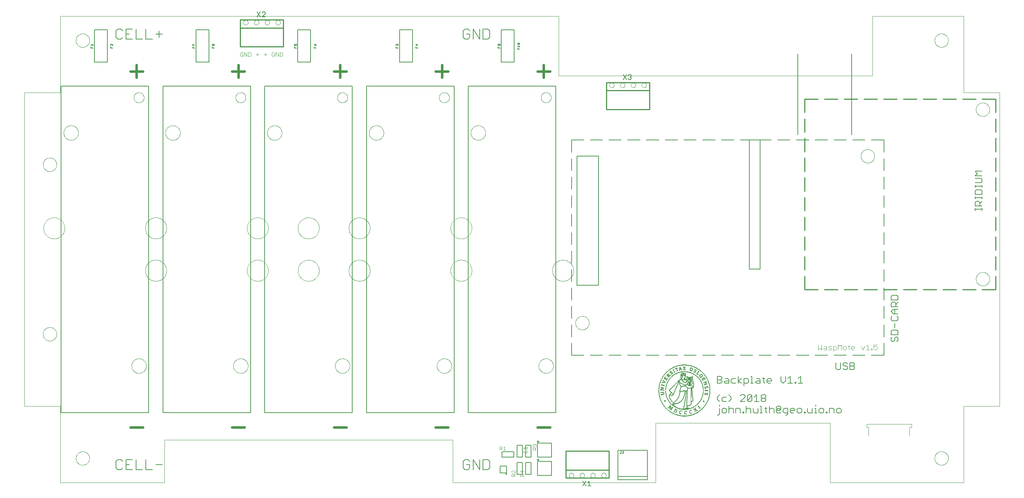
<source format=gto>
G75*
%MOIN*%
%OFA0B0*%
%FSLAX25Y25*%
%IPPOS*%
%LPD*%
%AMOC8*
5,1,8,0,0,1.08239X$1,22.5*
%
%ADD10C,0.00000*%
%ADD11C,0.00600*%
%ADD12C,0.00800*%
%ADD13C,0.01000*%
%ADD14C,0.00300*%
%ADD15R,0.03830X0.00166*%
%ADD16R,0.05670X0.00167*%
%ADD17R,0.08830X0.00167*%
%ADD18R,0.09830X0.00166*%
%ADD19R,0.02830X0.00167*%
%ADD20R,0.02500X0.00167*%
%ADD21R,0.02670X0.00167*%
%ADD22R,0.02170X0.00166*%
%ADD23R,0.02160X0.00166*%
%ADD24R,0.02000X0.00167*%
%ADD25R,0.01830X0.00167*%
%ADD26R,0.01670X0.00167*%
%ADD27R,0.01670X0.00166*%
%ADD28R,0.01500X0.00167*%
%ADD29R,0.01170X0.00167*%
%ADD30R,0.01500X0.00166*%
%ADD31R,0.01000X0.00166*%
%ADD32R,0.02000X0.00166*%
%ADD33R,0.01330X0.00166*%
%ADD34R,0.01330X0.00167*%
%ADD35R,0.02170X0.00167*%
%ADD36R,0.01340X0.00167*%
%ADD37R,0.01660X0.00167*%
%ADD38R,0.01000X0.00167*%
%ADD39R,0.01170X0.00166*%
%ADD40R,0.00830X0.00166*%
%ADD41R,0.00670X0.00167*%
%ADD42R,0.00660X0.00167*%
%ADD43R,0.00840X0.00167*%
%ADD44R,0.00830X0.00167*%
%ADD45R,0.00670X0.00166*%
%ADD46R,0.02330X0.00166*%
%ADD47R,0.01160X0.00166*%
%ADD48R,0.01160X0.00167*%
%ADD49R,0.00840X0.00166*%
%ADD50R,0.00660X0.00166*%
%ADD51R,0.00330X0.00166*%
%ADD52R,0.00500X0.00167*%
%ADD53R,0.00330X0.00167*%
%ADD54R,0.00500X0.00166*%
%ADD55R,0.01660X0.00166*%
%ADD56R,0.01840X0.00167*%
%ADD57R,0.05840X0.00167*%
%ADD58R,0.01340X0.00166*%
%ADD59R,0.06670X0.00166*%
%ADD60R,0.09000X0.00167*%
%ADD61R,0.09670X0.00167*%
%ADD62R,0.02330X0.00167*%
%ADD63R,0.00160X0.00167*%
%ADD64R,0.03000X0.00166*%
%ADD65R,0.02840X0.00167*%
%ADD66R,0.01840X0.00166*%
%ADD67R,0.01830X0.00166*%
%ADD68R,0.00340X0.00167*%
%ADD69R,0.03330X0.00166*%
%ADD70R,0.04000X0.00167*%
%ADD71R,0.00340X0.00166*%
%ADD72R,0.02500X0.00166*%
%ADD73R,0.02660X0.00167*%
%ADD74R,0.03000X0.00167*%
%ADD75R,0.03170X0.00166*%
%ADD76R,0.00170X0.00166*%
%ADD77R,0.02670X0.00166*%
%ADD78R,0.00170X0.00167*%
%ADD79R,0.03500X0.00166*%
%ADD80R,0.04670X0.00167*%
%ADD81R,0.04500X0.00167*%
%ADD82R,0.03340X0.00167*%
%ADD83R,0.03340X0.00166*%
%ADD84R,0.00160X0.00166*%
%ADD85R,0.03670X0.00166*%
%ADD86R,0.05340X0.00167*%
%ADD87R,0.04160X0.00166*%
%ADD88R,0.03830X0.00167*%
%ADD89R,0.02340X0.00167*%
%ADD90R,0.03330X0.00167*%
%ADD91R,0.03170X0.00167*%
%ADD92R,0.02340X0.00166*%
%ADD93R,0.02160X0.00167*%
%ADD94R,0.03500X0.00167*%
%ADD95R,0.03660X0.00166*%
%ADD96R,0.04340X0.00167*%
%ADD97R,0.03670X0.00167*%
%ADD98R,0.02840X0.00166*%
%ADD99R,0.02830X0.00166*%
%ADD100R,0.07000X0.00167*%
%ADD101R,0.05670X0.00166*%
%ADD102R,0.04660X0.00167*%
%ADD103R,0.09330X0.00166*%
%ADD104R,0.06670X0.00167*%
%ADD105C,0.00500*%
%ADD106C,0.02400*%
%ADD107C,0.00400*%
D10*
X0036965Y0006131D02*
X0036965Y0076997D01*
X0003500Y0076997D01*
X0003500Y0368336D01*
X0036965Y0368336D01*
X0036965Y0439202D01*
X0499563Y0439202D01*
X0499563Y0384084D01*
X0790902Y0384084D01*
X0790902Y0439202D01*
X0875547Y0439202D01*
X0875547Y0368336D01*
X0909012Y0368336D01*
X0909012Y0076997D01*
X0875547Y0076997D01*
X0875547Y0006131D01*
X0751531Y0006131D01*
X0751531Y0061249D01*
X0589563Y0061249D01*
X0589563Y0006131D01*
X0401138Y0006131D01*
X0401138Y0045501D01*
X0133421Y0045501D01*
X0133421Y0006131D01*
X0036965Y0006131D01*
X0051335Y0028572D02*
X0051337Y0028730D01*
X0051343Y0028888D01*
X0051353Y0029046D01*
X0051367Y0029204D01*
X0051385Y0029361D01*
X0051406Y0029518D01*
X0051432Y0029674D01*
X0051462Y0029830D01*
X0051495Y0029985D01*
X0051533Y0030138D01*
X0051574Y0030291D01*
X0051619Y0030443D01*
X0051668Y0030594D01*
X0051721Y0030743D01*
X0051777Y0030891D01*
X0051837Y0031037D01*
X0051901Y0031182D01*
X0051969Y0031325D01*
X0052040Y0031467D01*
X0052114Y0031607D01*
X0052192Y0031744D01*
X0052274Y0031880D01*
X0052358Y0032014D01*
X0052447Y0032145D01*
X0052538Y0032274D01*
X0052633Y0032401D01*
X0052730Y0032526D01*
X0052831Y0032648D01*
X0052935Y0032767D01*
X0053042Y0032884D01*
X0053152Y0032998D01*
X0053265Y0033109D01*
X0053380Y0033218D01*
X0053498Y0033323D01*
X0053619Y0033425D01*
X0053742Y0033525D01*
X0053868Y0033621D01*
X0053996Y0033714D01*
X0054126Y0033804D01*
X0054259Y0033890D01*
X0054394Y0033974D01*
X0054530Y0034053D01*
X0054669Y0034130D01*
X0054810Y0034202D01*
X0054952Y0034272D01*
X0055096Y0034337D01*
X0055242Y0034399D01*
X0055389Y0034457D01*
X0055538Y0034512D01*
X0055688Y0034563D01*
X0055839Y0034610D01*
X0055991Y0034653D01*
X0056144Y0034692D01*
X0056299Y0034728D01*
X0056454Y0034759D01*
X0056610Y0034787D01*
X0056766Y0034811D01*
X0056923Y0034831D01*
X0057081Y0034847D01*
X0057238Y0034859D01*
X0057397Y0034867D01*
X0057555Y0034871D01*
X0057713Y0034871D01*
X0057871Y0034867D01*
X0058030Y0034859D01*
X0058187Y0034847D01*
X0058345Y0034831D01*
X0058502Y0034811D01*
X0058658Y0034787D01*
X0058814Y0034759D01*
X0058969Y0034728D01*
X0059124Y0034692D01*
X0059277Y0034653D01*
X0059429Y0034610D01*
X0059580Y0034563D01*
X0059730Y0034512D01*
X0059879Y0034457D01*
X0060026Y0034399D01*
X0060172Y0034337D01*
X0060316Y0034272D01*
X0060458Y0034202D01*
X0060599Y0034130D01*
X0060738Y0034053D01*
X0060874Y0033974D01*
X0061009Y0033890D01*
X0061142Y0033804D01*
X0061272Y0033714D01*
X0061400Y0033621D01*
X0061526Y0033525D01*
X0061649Y0033425D01*
X0061770Y0033323D01*
X0061888Y0033218D01*
X0062003Y0033109D01*
X0062116Y0032998D01*
X0062226Y0032884D01*
X0062333Y0032767D01*
X0062437Y0032648D01*
X0062538Y0032526D01*
X0062635Y0032401D01*
X0062730Y0032274D01*
X0062821Y0032145D01*
X0062910Y0032014D01*
X0062994Y0031880D01*
X0063076Y0031744D01*
X0063154Y0031607D01*
X0063228Y0031467D01*
X0063299Y0031325D01*
X0063367Y0031182D01*
X0063431Y0031037D01*
X0063491Y0030891D01*
X0063547Y0030743D01*
X0063600Y0030594D01*
X0063649Y0030443D01*
X0063694Y0030291D01*
X0063735Y0030138D01*
X0063773Y0029985D01*
X0063806Y0029830D01*
X0063836Y0029674D01*
X0063862Y0029518D01*
X0063883Y0029361D01*
X0063901Y0029204D01*
X0063915Y0029046D01*
X0063925Y0028888D01*
X0063931Y0028730D01*
X0063933Y0028572D01*
X0063931Y0028414D01*
X0063925Y0028256D01*
X0063915Y0028098D01*
X0063901Y0027940D01*
X0063883Y0027783D01*
X0063862Y0027626D01*
X0063836Y0027470D01*
X0063806Y0027314D01*
X0063773Y0027159D01*
X0063735Y0027006D01*
X0063694Y0026853D01*
X0063649Y0026701D01*
X0063600Y0026550D01*
X0063547Y0026401D01*
X0063491Y0026253D01*
X0063431Y0026107D01*
X0063367Y0025962D01*
X0063299Y0025819D01*
X0063228Y0025677D01*
X0063154Y0025537D01*
X0063076Y0025400D01*
X0062994Y0025264D01*
X0062910Y0025130D01*
X0062821Y0024999D01*
X0062730Y0024870D01*
X0062635Y0024743D01*
X0062538Y0024618D01*
X0062437Y0024496D01*
X0062333Y0024377D01*
X0062226Y0024260D01*
X0062116Y0024146D01*
X0062003Y0024035D01*
X0061888Y0023926D01*
X0061770Y0023821D01*
X0061649Y0023719D01*
X0061526Y0023619D01*
X0061400Y0023523D01*
X0061272Y0023430D01*
X0061142Y0023340D01*
X0061009Y0023254D01*
X0060874Y0023170D01*
X0060738Y0023091D01*
X0060599Y0023014D01*
X0060458Y0022942D01*
X0060316Y0022872D01*
X0060172Y0022807D01*
X0060026Y0022745D01*
X0059879Y0022687D01*
X0059730Y0022632D01*
X0059580Y0022581D01*
X0059429Y0022534D01*
X0059277Y0022491D01*
X0059124Y0022452D01*
X0058969Y0022416D01*
X0058814Y0022385D01*
X0058658Y0022357D01*
X0058502Y0022333D01*
X0058345Y0022313D01*
X0058187Y0022297D01*
X0058030Y0022285D01*
X0057871Y0022277D01*
X0057713Y0022273D01*
X0057555Y0022273D01*
X0057397Y0022277D01*
X0057238Y0022285D01*
X0057081Y0022297D01*
X0056923Y0022313D01*
X0056766Y0022333D01*
X0056610Y0022357D01*
X0056454Y0022385D01*
X0056299Y0022416D01*
X0056144Y0022452D01*
X0055991Y0022491D01*
X0055839Y0022534D01*
X0055688Y0022581D01*
X0055538Y0022632D01*
X0055389Y0022687D01*
X0055242Y0022745D01*
X0055096Y0022807D01*
X0054952Y0022872D01*
X0054810Y0022942D01*
X0054669Y0023014D01*
X0054530Y0023091D01*
X0054394Y0023170D01*
X0054259Y0023254D01*
X0054126Y0023340D01*
X0053996Y0023430D01*
X0053868Y0023523D01*
X0053742Y0023619D01*
X0053619Y0023719D01*
X0053498Y0023821D01*
X0053380Y0023926D01*
X0053265Y0024035D01*
X0053152Y0024146D01*
X0053042Y0024260D01*
X0052935Y0024377D01*
X0052831Y0024496D01*
X0052730Y0024618D01*
X0052633Y0024743D01*
X0052538Y0024870D01*
X0052447Y0024999D01*
X0052358Y0025130D01*
X0052274Y0025264D01*
X0052192Y0025400D01*
X0052114Y0025537D01*
X0052040Y0025677D01*
X0051969Y0025819D01*
X0051901Y0025962D01*
X0051837Y0026107D01*
X0051777Y0026253D01*
X0051721Y0026401D01*
X0051668Y0026550D01*
X0051619Y0026701D01*
X0051574Y0026853D01*
X0051533Y0027006D01*
X0051495Y0027159D01*
X0051462Y0027314D01*
X0051432Y0027470D01*
X0051406Y0027626D01*
X0051385Y0027783D01*
X0051367Y0027940D01*
X0051353Y0028098D01*
X0051343Y0028256D01*
X0051337Y0028414D01*
X0051335Y0028572D01*
X0103008Y0114399D02*
X0103010Y0114566D01*
X0103016Y0114732D01*
X0103026Y0114899D01*
X0103041Y0115065D01*
X0103059Y0115230D01*
X0103082Y0115395D01*
X0103108Y0115560D01*
X0103138Y0115724D01*
X0103173Y0115887D01*
X0103212Y0116049D01*
X0103254Y0116210D01*
X0103300Y0116370D01*
X0103351Y0116529D01*
X0103405Y0116687D01*
X0103463Y0116843D01*
X0103525Y0116998D01*
X0103591Y0117151D01*
X0103660Y0117303D01*
X0103733Y0117452D01*
X0103810Y0117600D01*
X0103890Y0117746D01*
X0103974Y0117890D01*
X0104062Y0118032D01*
X0104152Y0118172D01*
X0104247Y0118309D01*
X0104344Y0118444D01*
X0104445Y0118577D01*
X0104549Y0118707D01*
X0104657Y0118835D01*
X0104767Y0118960D01*
X0104881Y0119082D01*
X0104997Y0119201D01*
X0105116Y0119317D01*
X0105238Y0119431D01*
X0105363Y0119541D01*
X0105491Y0119649D01*
X0105621Y0119753D01*
X0105754Y0119854D01*
X0105889Y0119951D01*
X0106026Y0120046D01*
X0106166Y0120136D01*
X0106308Y0120224D01*
X0106452Y0120308D01*
X0106598Y0120388D01*
X0106746Y0120465D01*
X0106895Y0120538D01*
X0107047Y0120607D01*
X0107200Y0120673D01*
X0107355Y0120735D01*
X0107511Y0120793D01*
X0107669Y0120847D01*
X0107828Y0120898D01*
X0107988Y0120944D01*
X0108149Y0120986D01*
X0108311Y0121025D01*
X0108474Y0121060D01*
X0108638Y0121090D01*
X0108803Y0121116D01*
X0108968Y0121139D01*
X0109133Y0121157D01*
X0109299Y0121172D01*
X0109466Y0121182D01*
X0109632Y0121188D01*
X0109799Y0121190D01*
X0109966Y0121188D01*
X0110132Y0121182D01*
X0110299Y0121172D01*
X0110465Y0121157D01*
X0110630Y0121139D01*
X0110795Y0121116D01*
X0110960Y0121090D01*
X0111124Y0121060D01*
X0111287Y0121025D01*
X0111449Y0120986D01*
X0111610Y0120944D01*
X0111770Y0120898D01*
X0111929Y0120847D01*
X0112087Y0120793D01*
X0112243Y0120735D01*
X0112398Y0120673D01*
X0112551Y0120607D01*
X0112703Y0120538D01*
X0112852Y0120465D01*
X0113000Y0120388D01*
X0113146Y0120308D01*
X0113290Y0120224D01*
X0113432Y0120136D01*
X0113572Y0120046D01*
X0113709Y0119951D01*
X0113844Y0119854D01*
X0113977Y0119753D01*
X0114107Y0119649D01*
X0114235Y0119541D01*
X0114360Y0119431D01*
X0114482Y0119317D01*
X0114601Y0119201D01*
X0114717Y0119082D01*
X0114831Y0118960D01*
X0114941Y0118835D01*
X0115049Y0118707D01*
X0115153Y0118577D01*
X0115254Y0118444D01*
X0115351Y0118309D01*
X0115446Y0118172D01*
X0115536Y0118032D01*
X0115624Y0117890D01*
X0115708Y0117746D01*
X0115788Y0117600D01*
X0115865Y0117452D01*
X0115938Y0117303D01*
X0116007Y0117151D01*
X0116073Y0116998D01*
X0116135Y0116843D01*
X0116193Y0116687D01*
X0116247Y0116529D01*
X0116298Y0116370D01*
X0116344Y0116210D01*
X0116386Y0116049D01*
X0116425Y0115887D01*
X0116460Y0115724D01*
X0116490Y0115560D01*
X0116516Y0115395D01*
X0116539Y0115230D01*
X0116557Y0115065D01*
X0116572Y0114899D01*
X0116582Y0114732D01*
X0116588Y0114566D01*
X0116590Y0114399D01*
X0116588Y0114232D01*
X0116582Y0114066D01*
X0116572Y0113899D01*
X0116557Y0113733D01*
X0116539Y0113568D01*
X0116516Y0113403D01*
X0116490Y0113238D01*
X0116460Y0113074D01*
X0116425Y0112911D01*
X0116386Y0112749D01*
X0116344Y0112588D01*
X0116298Y0112428D01*
X0116247Y0112269D01*
X0116193Y0112111D01*
X0116135Y0111955D01*
X0116073Y0111800D01*
X0116007Y0111647D01*
X0115938Y0111495D01*
X0115865Y0111346D01*
X0115788Y0111198D01*
X0115708Y0111052D01*
X0115624Y0110908D01*
X0115536Y0110766D01*
X0115446Y0110626D01*
X0115351Y0110489D01*
X0115254Y0110354D01*
X0115153Y0110221D01*
X0115049Y0110091D01*
X0114941Y0109963D01*
X0114831Y0109838D01*
X0114717Y0109716D01*
X0114601Y0109597D01*
X0114482Y0109481D01*
X0114360Y0109367D01*
X0114235Y0109257D01*
X0114107Y0109149D01*
X0113977Y0109045D01*
X0113844Y0108944D01*
X0113709Y0108847D01*
X0113572Y0108752D01*
X0113432Y0108662D01*
X0113290Y0108574D01*
X0113146Y0108490D01*
X0113000Y0108410D01*
X0112852Y0108333D01*
X0112703Y0108260D01*
X0112551Y0108191D01*
X0112398Y0108125D01*
X0112243Y0108063D01*
X0112087Y0108005D01*
X0111929Y0107951D01*
X0111770Y0107900D01*
X0111610Y0107854D01*
X0111449Y0107812D01*
X0111287Y0107773D01*
X0111124Y0107738D01*
X0110960Y0107708D01*
X0110795Y0107682D01*
X0110630Y0107659D01*
X0110465Y0107641D01*
X0110299Y0107626D01*
X0110132Y0107616D01*
X0109966Y0107610D01*
X0109799Y0107608D01*
X0109632Y0107610D01*
X0109466Y0107616D01*
X0109299Y0107626D01*
X0109133Y0107641D01*
X0108968Y0107659D01*
X0108803Y0107682D01*
X0108638Y0107708D01*
X0108474Y0107738D01*
X0108311Y0107773D01*
X0108149Y0107812D01*
X0107988Y0107854D01*
X0107828Y0107900D01*
X0107669Y0107951D01*
X0107511Y0108005D01*
X0107355Y0108063D01*
X0107200Y0108125D01*
X0107047Y0108191D01*
X0106895Y0108260D01*
X0106746Y0108333D01*
X0106598Y0108410D01*
X0106452Y0108490D01*
X0106308Y0108574D01*
X0106166Y0108662D01*
X0106026Y0108752D01*
X0105889Y0108847D01*
X0105754Y0108944D01*
X0105621Y0109045D01*
X0105491Y0109149D01*
X0105363Y0109257D01*
X0105238Y0109367D01*
X0105116Y0109481D01*
X0104997Y0109597D01*
X0104881Y0109716D01*
X0104767Y0109838D01*
X0104657Y0109963D01*
X0104549Y0110091D01*
X0104445Y0110221D01*
X0104344Y0110354D01*
X0104247Y0110489D01*
X0104152Y0110626D01*
X0104062Y0110766D01*
X0103974Y0110908D01*
X0103890Y0111052D01*
X0103810Y0111198D01*
X0103733Y0111346D01*
X0103660Y0111495D01*
X0103591Y0111647D01*
X0103525Y0111800D01*
X0103463Y0111955D01*
X0103405Y0112111D01*
X0103351Y0112269D01*
X0103300Y0112428D01*
X0103254Y0112588D01*
X0103212Y0112749D01*
X0103173Y0112911D01*
X0103138Y0113074D01*
X0103108Y0113238D01*
X0103082Y0113403D01*
X0103059Y0113568D01*
X0103041Y0113733D01*
X0103026Y0113899D01*
X0103016Y0114066D01*
X0103010Y0114232D01*
X0103008Y0114399D01*
X0020823Y0143927D02*
X0020825Y0144085D01*
X0020831Y0144243D01*
X0020841Y0144401D01*
X0020855Y0144559D01*
X0020873Y0144716D01*
X0020894Y0144873D01*
X0020920Y0145029D01*
X0020950Y0145185D01*
X0020983Y0145340D01*
X0021021Y0145493D01*
X0021062Y0145646D01*
X0021107Y0145798D01*
X0021156Y0145949D01*
X0021209Y0146098D01*
X0021265Y0146246D01*
X0021325Y0146392D01*
X0021389Y0146537D01*
X0021457Y0146680D01*
X0021528Y0146822D01*
X0021602Y0146962D01*
X0021680Y0147099D01*
X0021762Y0147235D01*
X0021846Y0147369D01*
X0021935Y0147500D01*
X0022026Y0147629D01*
X0022121Y0147756D01*
X0022218Y0147881D01*
X0022319Y0148003D01*
X0022423Y0148122D01*
X0022530Y0148239D01*
X0022640Y0148353D01*
X0022753Y0148464D01*
X0022868Y0148573D01*
X0022986Y0148678D01*
X0023107Y0148780D01*
X0023230Y0148880D01*
X0023356Y0148976D01*
X0023484Y0149069D01*
X0023614Y0149159D01*
X0023747Y0149245D01*
X0023882Y0149329D01*
X0024018Y0149408D01*
X0024157Y0149485D01*
X0024298Y0149557D01*
X0024440Y0149627D01*
X0024584Y0149692D01*
X0024730Y0149754D01*
X0024877Y0149812D01*
X0025026Y0149867D01*
X0025176Y0149918D01*
X0025327Y0149965D01*
X0025479Y0150008D01*
X0025632Y0150047D01*
X0025787Y0150083D01*
X0025942Y0150114D01*
X0026098Y0150142D01*
X0026254Y0150166D01*
X0026411Y0150186D01*
X0026569Y0150202D01*
X0026726Y0150214D01*
X0026885Y0150222D01*
X0027043Y0150226D01*
X0027201Y0150226D01*
X0027359Y0150222D01*
X0027518Y0150214D01*
X0027675Y0150202D01*
X0027833Y0150186D01*
X0027990Y0150166D01*
X0028146Y0150142D01*
X0028302Y0150114D01*
X0028457Y0150083D01*
X0028612Y0150047D01*
X0028765Y0150008D01*
X0028917Y0149965D01*
X0029068Y0149918D01*
X0029218Y0149867D01*
X0029367Y0149812D01*
X0029514Y0149754D01*
X0029660Y0149692D01*
X0029804Y0149627D01*
X0029946Y0149557D01*
X0030087Y0149485D01*
X0030226Y0149408D01*
X0030362Y0149329D01*
X0030497Y0149245D01*
X0030630Y0149159D01*
X0030760Y0149069D01*
X0030888Y0148976D01*
X0031014Y0148880D01*
X0031137Y0148780D01*
X0031258Y0148678D01*
X0031376Y0148573D01*
X0031491Y0148464D01*
X0031604Y0148353D01*
X0031714Y0148239D01*
X0031821Y0148122D01*
X0031925Y0148003D01*
X0032026Y0147881D01*
X0032123Y0147756D01*
X0032218Y0147629D01*
X0032309Y0147500D01*
X0032398Y0147369D01*
X0032482Y0147235D01*
X0032564Y0147099D01*
X0032642Y0146962D01*
X0032716Y0146822D01*
X0032787Y0146680D01*
X0032855Y0146537D01*
X0032919Y0146392D01*
X0032979Y0146246D01*
X0033035Y0146098D01*
X0033088Y0145949D01*
X0033137Y0145798D01*
X0033182Y0145646D01*
X0033223Y0145493D01*
X0033261Y0145340D01*
X0033294Y0145185D01*
X0033324Y0145029D01*
X0033350Y0144873D01*
X0033371Y0144716D01*
X0033389Y0144559D01*
X0033403Y0144401D01*
X0033413Y0144243D01*
X0033419Y0144085D01*
X0033421Y0143927D01*
X0033419Y0143769D01*
X0033413Y0143611D01*
X0033403Y0143453D01*
X0033389Y0143295D01*
X0033371Y0143138D01*
X0033350Y0142981D01*
X0033324Y0142825D01*
X0033294Y0142669D01*
X0033261Y0142514D01*
X0033223Y0142361D01*
X0033182Y0142208D01*
X0033137Y0142056D01*
X0033088Y0141905D01*
X0033035Y0141756D01*
X0032979Y0141608D01*
X0032919Y0141462D01*
X0032855Y0141317D01*
X0032787Y0141174D01*
X0032716Y0141032D01*
X0032642Y0140892D01*
X0032564Y0140755D01*
X0032482Y0140619D01*
X0032398Y0140485D01*
X0032309Y0140354D01*
X0032218Y0140225D01*
X0032123Y0140098D01*
X0032026Y0139973D01*
X0031925Y0139851D01*
X0031821Y0139732D01*
X0031714Y0139615D01*
X0031604Y0139501D01*
X0031491Y0139390D01*
X0031376Y0139281D01*
X0031258Y0139176D01*
X0031137Y0139074D01*
X0031014Y0138974D01*
X0030888Y0138878D01*
X0030760Y0138785D01*
X0030630Y0138695D01*
X0030497Y0138609D01*
X0030362Y0138525D01*
X0030226Y0138446D01*
X0030087Y0138369D01*
X0029946Y0138297D01*
X0029804Y0138227D01*
X0029660Y0138162D01*
X0029514Y0138100D01*
X0029367Y0138042D01*
X0029218Y0137987D01*
X0029068Y0137936D01*
X0028917Y0137889D01*
X0028765Y0137846D01*
X0028612Y0137807D01*
X0028457Y0137771D01*
X0028302Y0137740D01*
X0028146Y0137712D01*
X0027990Y0137688D01*
X0027833Y0137668D01*
X0027675Y0137652D01*
X0027518Y0137640D01*
X0027359Y0137632D01*
X0027201Y0137628D01*
X0027043Y0137628D01*
X0026885Y0137632D01*
X0026726Y0137640D01*
X0026569Y0137652D01*
X0026411Y0137668D01*
X0026254Y0137688D01*
X0026098Y0137712D01*
X0025942Y0137740D01*
X0025787Y0137771D01*
X0025632Y0137807D01*
X0025479Y0137846D01*
X0025327Y0137889D01*
X0025176Y0137936D01*
X0025026Y0137987D01*
X0024877Y0138042D01*
X0024730Y0138100D01*
X0024584Y0138162D01*
X0024440Y0138227D01*
X0024298Y0138297D01*
X0024157Y0138369D01*
X0024018Y0138446D01*
X0023882Y0138525D01*
X0023747Y0138609D01*
X0023614Y0138695D01*
X0023484Y0138785D01*
X0023356Y0138878D01*
X0023230Y0138974D01*
X0023107Y0139074D01*
X0022986Y0139176D01*
X0022868Y0139281D01*
X0022753Y0139390D01*
X0022640Y0139501D01*
X0022530Y0139615D01*
X0022423Y0139732D01*
X0022319Y0139851D01*
X0022218Y0139973D01*
X0022121Y0140098D01*
X0022026Y0140225D01*
X0021935Y0140354D01*
X0021846Y0140485D01*
X0021762Y0140619D01*
X0021680Y0140755D01*
X0021602Y0140892D01*
X0021528Y0141032D01*
X0021457Y0141174D01*
X0021389Y0141317D01*
X0021325Y0141462D01*
X0021265Y0141608D01*
X0021209Y0141756D01*
X0021156Y0141905D01*
X0021107Y0142056D01*
X0021062Y0142208D01*
X0021021Y0142361D01*
X0020983Y0142514D01*
X0020950Y0142669D01*
X0020920Y0142825D01*
X0020894Y0142981D01*
X0020873Y0143138D01*
X0020855Y0143295D01*
X0020841Y0143453D01*
X0020831Y0143611D01*
X0020825Y0143769D01*
X0020823Y0143927D01*
X0115704Y0202982D02*
X0115707Y0203224D01*
X0115716Y0203465D01*
X0115731Y0203706D01*
X0115751Y0203947D01*
X0115778Y0204187D01*
X0115811Y0204426D01*
X0115849Y0204665D01*
X0115893Y0204902D01*
X0115943Y0205139D01*
X0115999Y0205374D01*
X0116061Y0205607D01*
X0116128Y0205839D01*
X0116201Y0206070D01*
X0116279Y0206298D01*
X0116364Y0206524D01*
X0116453Y0206749D01*
X0116548Y0206971D01*
X0116649Y0207190D01*
X0116755Y0207408D01*
X0116866Y0207622D01*
X0116983Y0207834D01*
X0117104Y0208042D01*
X0117231Y0208248D01*
X0117363Y0208450D01*
X0117500Y0208650D01*
X0117641Y0208845D01*
X0117787Y0209038D01*
X0117938Y0209226D01*
X0118094Y0209411D01*
X0118254Y0209592D01*
X0118418Y0209769D01*
X0118587Y0209942D01*
X0118760Y0210111D01*
X0118937Y0210275D01*
X0119118Y0210435D01*
X0119303Y0210591D01*
X0119491Y0210742D01*
X0119684Y0210888D01*
X0119879Y0211029D01*
X0120079Y0211166D01*
X0120281Y0211298D01*
X0120487Y0211425D01*
X0120695Y0211546D01*
X0120907Y0211663D01*
X0121121Y0211774D01*
X0121339Y0211880D01*
X0121558Y0211981D01*
X0121780Y0212076D01*
X0122005Y0212165D01*
X0122231Y0212250D01*
X0122459Y0212328D01*
X0122690Y0212401D01*
X0122922Y0212468D01*
X0123155Y0212530D01*
X0123390Y0212586D01*
X0123627Y0212636D01*
X0123864Y0212680D01*
X0124103Y0212718D01*
X0124342Y0212751D01*
X0124582Y0212778D01*
X0124823Y0212798D01*
X0125064Y0212813D01*
X0125305Y0212822D01*
X0125547Y0212825D01*
X0125789Y0212822D01*
X0126030Y0212813D01*
X0126271Y0212798D01*
X0126512Y0212778D01*
X0126752Y0212751D01*
X0126991Y0212718D01*
X0127230Y0212680D01*
X0127467Y0212636D01*
X0127704Y0212586D01*
X0127939Y0212530D01*
X0128172Y0212468D01*
X0128404Y0212401D01*
X0128635Y0212328D01*
X0128863Y0212250D01*
X0129089Y0212165D01*
X0129314Y0212076D01*
X0129536Y0211981D01*
X0129755Y0211880D01*
X0129973Y0211774D01*
X0130187Y0211663D01*
X0130399Y0211546D01*
X0130607Y0211425D01*
X0130813Y0211298D01*
X0131015Y0211166D01*
X0131215Y0211029D01*
X0131410Y0210888D01*
X0131603Y0210742D01*
X0131791Y0210591D01*
X0131976Y0210435D01*
X0132157Y0210275D01*
X0132334Y0210111D01*
X0132507Y0209942D01*
X0132676Y0209769D01*
X0132840Y0209592D01*
X0133000Y0209411D01*
X0133156Y0209226D01*
X0133307Y0209038D01*
X0133453Y0208845D01*
X0133594Y0208650D01*
X0133731Y0208450D01*
X0133863Y0208248D01*
X0133990Y0208042D01*
X0134111Y0207834D01*
X0134228Y0207622D01*
X0134339Y0207408D01*
X0134445Y0207190D01*
X0134546Y0206971D01*
X0134641Y0206749D01*
X0134730Y0206524D01*
X0134815Y0206298D01*
X0134893Y0206070D01*
X0134966Y0205839D01*
X0135033Y0205607D01*
X0135095Y0205374D01*
X0135151Y0205139D01*
X0135201Y0204902D01*
X0135245Y0204665D01*
X0135283Y0204426D01*
X0135316Y0204187D01*
X0135343Y0203947D01*
X0135363Y0203706D01*
X0135378Y0203465D01*
X0135387Y0203224D01*
X0135390Y0202982D01*
X0135387Y0202740D01*
X0135378Y0202499D01*
X0135363Y0202258D01*
X0135343Y0202017D01*
X0135316Y0201777D01*
X0135283Y0201538D01*
X0135245Y0201299D01*
X0135201Y0201062D01*
X0135151Y0200825D01*
X0135095Y0200590D01*
X0135033Y0200357D01*
X0134966Y0200125D01*
X0134893Y0199894D01*
X0134815Y0199666D01*
X0134730Y0199440D01*
X0134641Y0199215D01*
X0134546Y0198993D01*
X0134445Y0198774D01*
X0134339Y0198556D01*
X0134228Y0198342D01*
X0134111Y0198130D01*
X0133990Y0197922D01*
X0133863Y0197716D01*
X0133731Y0197514D01*
X0133594Y0197314D01*
X0133453Y0197119D01*
X0133307Y0196926D01*
X0133156Y0196738D01*
X0133000Y0196553D01*
X0132840Y0196372D01*
X0132676Y0196195D01*
X0132507Y0196022D01*
X0132334Y0195853D01*
X0132157Y0195689D01*
X0131976Y0195529D01*
X0131791Y0195373D01*
X0131603Y0195222D01*
X0131410Y0195076D01*
X0131215Y0194935D01*
X0131015Y0194798D01*
X0130813Y0194666D01*
X0130607Y0194539D01*
X0130399Y0194418D01*
X0130187Y0194301D01*
X0129973Y0194190D01*
X0129755Y0194084D01*
X0129536Y0193983D01*
X0129314Y0193888D01*
X0129089Y0193799D01*
X0128863Y0193714D01*
X0128635Y0193636D01*
X0128404Y0193563D01*
X0128172Y0193496D01*
X0127939Y0193434D01*
X0127704Y0193378D01*
X0127467Y0193328D01*
X0127230Y0193284D01*
X0126991Y0193246D01*
X0126752Y0193213D01*
X0126512Y0193186D01*
X0126271Y0193166D01*
X0126030Y0193151D01*
X0125789Y0193142D01*
X0125547Y0193139D01*
X0125305Y0193142D01*
X0125064Y0193151D01*
X0124823Y0193166D01*
X0124582Y0193186D01*
X0124342Y0193213D01*
X0124103Y0193246D01*
X0123864Y0193284D01*
X0123627Y0193328D01*
X0123390Y0193378D01*
X0123155Y0193434D01*
X0122922Y0193496D01*
X0122690Y0193563D01*
X0122459Y0193636D01*
X0122231Y0193714D01*
X0122005Y0193799D01*
X0121780Y0193888D01*
X0121558Y0193983D01*
X0121339Y0194084D01*
X0121121Y0194190D01*
X0120907Y0194301D01*
X0120695Y0194418D01*
X0120487Y0194539D01*
X0120281Y0194666D01*
X0120079Y0194798D01*
X0119879Y0194935D01*
X0119684Y0195076D01*
X0119491Y0195222D01*
X0119303Y0195373D01*
X0119118Y0195529D01*
X0118937Y0195689D01*
X0118760Y0195853D01*
X0118587Y0196022D01*
X0118418Y0196195D01*
X0118254Y0196372D01*
X0118094Y0196553D01*
X0117938Y0196738D01*
X0117787Y0196926D01*
X0117641Y0197119D01*
X0117500Y0197314D01*
X0117363Y0197514D01*
X0117231Y0197716D01*
X0117104Y0197922D01*
X0116983Y0198130D01*
X0116866Y0198342D01*
X0116755Y0198556D01*
X0116649Y0198774D01*
X0116548Y0198993D01*
X0116453Y0199215D01*
X0116364Y0199440D01*
X0116279Y0199666D01*
X0116201Y0199894D01*
X0116128Y0200125D01*
X0116061Y0200357D01*
X0115999Y0200590D01*
X0115943Y0200825D01*
X0115893Y0201062D01*
X0115849Y0201299D01*
X0115811Y0201538D01*
X0115778Y0201777D01*
X0115751Y0202017D01*
X0115731Y0202258D01*
X0115716Y0202499D01*
X0115707Y0202740D01*
X0115704Y0202982D01*
X0115704Y0242352D02*
X0115707Y0242594D01*
X0115716Y0242835D01*
X0115731Y0243076D01*
X0115751Y0243317D01*
X0115778Y0243557D01*
X0115811Y0243796D01*
X0115849Y0244035D01*
X0115893Y0244272D01*
X0115943Y0244509D01*
X0115999Y0244744D01*
X0116061Y0244977D01*
X0116128Y0245209D01*
X0116201Y0245440D01*
X0116279Y0245668D01*
X0116364Y0245894D01*
X0116453Y0246119D01*
X0116548Y0246341D01*
X0116649Y0246560D01*
X0116755Y0246778D01*
X0116866Y0246992D01*
X0116983Y0247204D01*
X0117104Y0247412D01*
X0117231Y0247618D01*
X0117363Y0247820D01*
X0117500Y0248020D01*
X0117641Y0248215D01*
X0117787Y0248408D01*
X0117938Y0248596D01*
X0118094Y0248781D01*
X0118254Y0248962D01*
X0118418Y0249139D01*
X0118587Y0249312D01*
X0118760Y0249481D01*
X0118937Y0249645D01*
X0119118Y0249805D01*
X0119303Y0249961D01*
X0119491Y0250112D01*
X0119684Y0250258D01*
X0119879Y0250399D01*
X0120079Y0250536D01*
X0120281Y0250668D01*
X0120487Y0250795D01*
X0120695Y0250916D01*
X0120907Y0251033D01*
X0121121Y0251144D01*
X0121339Y0251250D01*
X0121558Y0251351D01*
X0121780Y0251446D01*
X0122005Y0251535D01*
X0122231Y0251620D01*
X0122459Y0251698D01*
X0122690Y0251771D01*
X0122922Y0251838D01*
X0123155Y0251900D01*
X0123390Y0251956D01*
X0123627Y0252006D01*
X0123864Y0252050D01*
X0124103Y0252088D01*
X0124342Y0252121D01*
X0124582Y0252148D01*
X0124823Y0252168D01*
X0125064Y0252183D01*
X0125305Y0252192D01*
X0125547Y0252195D01*
X0125789Y0252192D01*
X0126030Y0252183D01*
X0126271Y0252168D01*
X0126512Y0252148D01*
X0126752Y0252121D01*
X0126991Y0252088D01*
X0127230Y0252050D01*
X0127467Y0252006D01*
X0127704Y0251956D01*
X0127939Y0251900D01*
X0128172Y0251838D01*
X0128404Y0251771D01*
X0128635Y0251698D01*
X0128863Y0251620D01*
X0129089Y0251535D01*
X0129314Y0251446D01*
X0129536Y0251351D01*
X0129755Y0251250D01*
X0129973Y0251144D01*
X0130187Y0251033D01*
X0130399Y0250916D01*
X0130607Y0250795D01*
X0130813Y0250668D01*
X0131015Y0250536D01*
X0131215Y0250399D01*
X0131410Y0250258D01*
X0131603Y0250112D01*
X0131791Y0249961D01*
X0131976Y0249805D01*
X0132157Y0249645D01*
X0132334Y0249481D01*
X0132507Y0249312D01*
X0132676Y0249139D01*
X0132840Y0248962D01*
X0133000Y0248781D01*
X0133156Y0248596D01*
X0133307Y0248408D01*
X0133453Y0248215D01*
X0133594Y0248020D01*
X0133731Y0247820D01*
X0133863Y0247618D01*
X0133990Y0247412D01*
X0134111Y0247204D01*
X0134228Y0246992D01*
X0134339Y0246778D01*
X0134445Y0246560D01*
X0134546Y0246341D01*
X0134641Y0246119D01*
X0134730Y0245894D01*
X0134815Y0245668D01*
X0134893Y0245440D01*
X0134966Y0245209D01*
X0135033Y0244977D01*
X0135095Y0244744D01*
X0135151Y0244509D01*
X0135201Y0244272D01*
X0135245Y0244035D01*
X0135283Y0243796D01*
X0135316Y0243557D01*
X0135343Y0243317D01*
X0135363Y0243076D01*
X0135378Y0242835D01*
X0135387Y0242594D01*
X0135390Y0242352D01*
X0135387Y0242110D01*
X0135378Y0241869D01*
X0135363Y0241628D01*
X0135343Y0241387D01*
X0135316Y0241147D01*
X0135283Y0240908D01*
X0135245Y0240669D01*
X0135201Y0240432D01*
X0135151Y0240195D01*
X0135095Y0239960D01*
X0135033Y0239727D01*
X0134966Y0239495D01*
X0134893Y0239264D01*
X0134815Y0239036D01*
X0134730Y0238810D01*
X0134641Y0238585D01*
X0134546Y0238363D01*
X0134445Y0238144D01*
X0134339Y0237926D01*
X0134228Y0237712D01*
X0134111Y0237500D01*
X0133990Y0237292D01*
X0133863Y0237086D01*
X0133731Y0236884D01*
X0133594Y0236684D01*
X0133453Y0236489D01*
X0133307Y0236296D01*
X0133156Y0236108D01*
X0133000Y0235923D01*
X0132840Y0235742D01*
X0132676Y0235565D01*
X0132507Y0235392D01*
X0132334Y0235223D01*
X0132157Y0235059D01*
X0131976Y0234899D01*
X0131791Y0234743D01*
X0131603Y0234592D01*
X0131410Y0234446D01*
X0131215Y0234305D01*
X0131015Y0234168D01*
X0130813Y0234036D01*
X0130607Y0233909D01*
X0130399Y0233788D01*
X0130187Y0233671D01*
X0129973Y0233560D01*
X0129755Y0233454D01*
X0129536Y0233353D01*
X0129314Y0233258D01*
X0129089Y0233169D01*
X0128863Y0233084D01*
X0128635Y0233006D01*
X0128404Y0232933D01*
X0128172Y0232866D01*
X0127939Y0232804D01*
X0127704Y0232748D01*
X0127467Y0232698D01*
X0127230Y0232654D01*
X0126991Y0232616D01*
X0126752Y0232583D01*
X0126512Y0232556D01*
X0126271Y0232536D01*
X0126030Y0232521D01*
X0125789Y0232512D01*
X0125547Y0232509D01*
X0125305Y0232512D01*
X0125064Y0232521D01*
X0124823Y0232536D01*
X0124582Y0232556D01*
X0124342Y0232583D01*
X0124103Y0232616D01*
X0123864Y0232654D01*
X0123627Y0232698D01*
X0123390Y0232748D01*
X0123155Y0232804D01*
X0122922Y0232866D01*
X0122690Y0232933D01*
X0122459Y0233006D01*
X0122231Y0233084D01*
X0122005Y0233169D01*
X0121780Y0233258D01*
X0121558Y0233353D01*
X0121339Y0233454D01*
X0121121Y0233560D01*
X0120907Y0233671D01*
X0120695Y0233788D01*
X0120487Y0233909D01*
X0120281Y0234036D01*
X0120079Y0234168D01*
X0119879Y0234305D01*
X0119684Y0234446D01*
X0119491Y0234592D01*
X0119303Y0234743D01*
X0119118Y0234899D01*
X0118937Y0235059D01*
X0118760Y0235223D01*
X0118587Y0235392D01*
X0118418Y0235565D01*
X0118254Y0235742D01*
X0118094Y0235923D01*
X0117938Y0236108D01*
X0117787Y0236296D01*
X0117641Y0236489D01*
X0117500Y0236684D01*
X0117363Y0236884D01*
X0117231Y0237086D01*
X0117104Y0237292D01*
X0116983Y0237500D01*
X0116866Y0237712D01*
X0116755Y0237926D01*
X0116649Y0238144D01*
X0116548Y0238363D01*
X0116453Y0238585D01*
X0116364Y0238810D01*
X0116279Y0239036D01*
X0116201Y0239264D01*
X0116128Y0239495D01*
X0116061Y0239727D01*
X0115999Y0239960D01*
X0115943Y0240195D01*
X0115893Y0240432D01*
X0115849Y0240669D01*
X0115811Y0240908D01*
X0115778Y0241147D01*
X0115751Y0241387D01*
X0115731Y0241628D01*
X0115716Y0241869D01*
X0115707Y0242110D01*
X0115704Y0242352D01*
X0021216Y0242352D02*
X0021219Y0242594D01*
X0021228Y0242835D01*
X0021243Y0243076D01*
X0021263Y0243317D01*
X0021290Y0243557D01*
X0021323Y0243796D01*
X0021361Y0244035D01*
X0021405Y0244272D01*
X0021455Y0244509D01*
X0021511Y0244744D01*
X0021573Y0244977D01*
X0021640Y0245209D01*
X0021713Y0245440D01*
X0021791Y0245668D01*
X0021876Y0245894D01*
X0021965Y0246119D01*
X0022060Y0246341D01*
X0022161Y0246560D01*
X0022267Y0246778D01*
X0022378Y0246992D01*
X0022495Y0247204D01*
X0022616Y0247412D01*
X0022743Y0247618D01*
X0022875Y0247820D01*
X0023012Y0248020D01*
X0023153Y0248215D01*
X0023299Y0248408D01*
X0023450Y0248596D01*
X0023606Y0248781D01*
X0023766Y0248962D01*
X0023930Y0249139D01*
X0024099Y0249312D01*
X0024272Y0249481D01*
X0024449Y0249645D01*
X0024630Y0249805D01*
X0024815Y0249961D01*
X0025003Y0250112D01*
X0025196Y0250258D01*
X0025391Y0250399D01*
X0025591Y0250536D01*
X0025793Y0250668D01*
X0025999Y0250795D01*
X0026207Y0250916D01*
X0026419Y0251033D01*
X0026633Y0251144D01*
X0026851Y0251250D01*
X0027070Y0251351D01*
X0027292Y0251446D01*
X0027517Y0251535D01*
X0027743Y0251620D01*
X0027971Y0251698D01*
X0028202Y0251771D01*
X0028434Y0251838D01*
X0028667Y0251900D01*
X0028902Y0251956D01*
X0029139Y0252006D01*
X0029376Y0252050D01*
X0029615Y0252088D01*
X0029854Y0252121D01*
X0030094Y0252148D01*
X0030335Y0252168D01*
X0030576Y0252183D01*
X0030817Y0252192D01*
X0031059Y0252195D01*
X0031301Y0252192D01*
X0031542Y0252183D01*
X0031783Y0252168D01*
X0032024Y0252148D01*
X0032264Y0252121D01*
X0032503Y0252088D01*
X0032742Y0252050D01*
X0032979Y0252006D01*
X0033216Y0251956D01*
X0033451Y0251900D01*
X0033684Y0251838D01*
X0033916Y0251771D01*
X0034147Y0251698D01*
X0034375Y0251620D01*
X0034601Y0251535D01*
X0034826Y0251446D01*
X0035048Y0251351D01*
X0035267Y0251250D01*
X0035485Y0251144D01*
X0035699Y0251033D01*
X0035911Y0250916D01*
X0036119Y0250795D01*
X0036325Y0250668D01*
X0036527Y0250536D01*
X0036727Y0250399D01*
X0036922Y0250258D01*
X0037115Y0250112D01*
X0037303Y0249961D01*
X0037488Y0249805D01*
X0037669Y0249645D01*
X0037846Y0249481D01*
X0038019Y0249312D01*
X0038188Y0249139D01*
X0038352Y0248962D01*
X0038512Y0248781D01*
X0038668Y0248596D01*
X0038819Y0248408D01*
X0038965Y0248215D01*
X0039106Y0248020D01*
X0039243Y0247820D01*
X0039375Y0247618D01*
X0039502Y0247412D01*
X0039623Y0247204D01*
X0039740Y0246992D01*
X0039851Y0246778D01*
X0039957Y0246560D01*
X0040058Y0246341D01*
X0040153Y0246119D01*
X0040242Y0245894D01*
X0040327Y0245668D01*
X0040405Y0245440D01*
X0040478Y0245209D01*
X0040545Y0244977D01*
X0040607Y0244744D01*
X0040663Y0244509D01*
X0040713Y0244272D01*
X0040757Y0244035D01*
X0040795Y0243796D01*
X0040828Y0243557D01*
X0040855Y0243317D01*
X0040875Y0243076D01*
X0040890Y0242835D01*
X0040899Y0242594D01*
X0040902Y0242352D01*
X0040899Y0242110D01*
X0040890Y0241869D01*
X0040875Y0241628D01*
X0040855Y0241387D01*
X0040828Y0241147D01*
X0040795Y0240908D01*
X0040757Y0240669D01*
X0040713Y0240432D01*
X0040663Y0240195D01*
X0040607Y0239960D01*
X0040545Y0239727D01*
X0040478Y0239495D01*
X0040405Y0239264D01*
X0040327Y0239036D01*
X0040242Y0238810D01*
X0040153Y0238585D01*
X0040058Y0238363D01*
X0039957Y0238144D01*
X0039851Y0237926D01*
X0039740Y0237712D01*
X0039623Y0237500D01*
X0039502Y0237292D01*
X0039375Y0237086D01*
X0039243Y0236884D01*
X0039106Y0236684D01*
X0038965Y0236489D01*
X0038819Y0236296D01*
X0038668Y0236108D01*
X0038512Y0235923D01*
X0038352Y0235742D01*
X0038188Y0235565D01*
X0038019Y0235392D01*
X0037846Y0235223D01*
X0037669Y0235059D01*
X0037488Y0234899D01*
X0037303Y0234743D01*
X0037115Y0234592D01*
X0036922Y0234446D01*
X0036727Y0234305D01*
X0036527Y0234168D01*
X0036325Y0234036D01*
X0036119Y0233909D01*
X0035911Y0233788D01*
X0035699Y0233671D01*
X0035485Y0233560D01*
X0035267Y0233454D01*
X0035048Y0233353D01*
X0034826Y0233258D01*
X0034601Y0233169D01*
X0034375Y0233084D01*
X0034147Y0233006D01*
X0033916Y0232933D01*
X0033684Y0232866D01*
X0033451Y0232804D01*
X0033216Y0232748D01*
X0032979Y0232698D01*
X0032742Y0232654D01*
X0032503Y0232616D01*
X0032264Y0232583D01*
X0032024Y0232556D01*
X0031783Y0232536D01*
X0031542Y0232521D01*
X0031301Y0232512D01*
X0031059Y0232509D01*
X0030817Y0232512D01*
X0030576Y0232521D01*
X0030335Y0232536D01*
X0030094Y0232556D01*
X0029854Y0232583D01*
X0029615Y0232616D01*
X0029376Y0232654D01*
X0029139Y0232698D01*
X0028902Y0232748D01*
X0028667Y0232804D01*
X0028434Y0232866D01*
X0028202Y0232933D01*
X0027971Y0233006D01*
X0027743Y0233084D01*
X0027517Y0233169D01*
X0027292Y0233258D01*
X0027070Y0233353D01*
X0026851Y0233454D01*
X0026633Y0233560D01*
X0026419Y0233671D01*
X0026207Y0233788D01*
X0025999Y0233909D01*
X0025793Y0234036D01*
X0025591Y0234168D01*
X0025391Y0234305D01*
X0025196Y0234446D01*
X0025003Y0234592D01*
X0024815Y0234743D01*
X0024630Y0234899D01*
X0024449Y0235059D01*
X0024272Y0235223D01*
X0024099Y0235392D01*
X0023930Y0235565D01*
X0023766Y0235742D01*
X0023606Y0235923D01*
X0023450Y0236108D01*
X0023299Y0236296D01*
X0023153Y0236489D01*
X0023012Y0236684D01*
X0022875Y0236884D01*
X0022743Y0237086D01*
X0022616Y0237292D01*
X0022495Y0237500D01*
X0022378Y0237712D01*
X0022267Y0237926D01*
X0022161Y0238144D01*
X0022060Y0238363D01*
X0021965Y0238585D01*
X0021876Y0238810D01*
X0021791Y0239036D01*
X0021713Y0239264D01*
X0021640Y0239495D01*
X0021573Y0239727D01*
X0021511Y0239960D01*
X0021455Y0240195D01*
X0021405Y0240432D01*
X0021361Y0240669D01*
X0021323Y0240908D01*
X0021290Y0241147D01*
X0021263Y0241387D01*
X0021243Y0241628D01*
X0021228Y0241869D01*
X0021219Y0242110D01*
X0021216Y0242352D01*
X0020823Y0301407D02*
X0020825Y0301565D01*
X0020831Y0301723D01*
X0020841Y0301881D01*
X0020855Y0302039D01*
X0020873Y0302196D01*
X0020894Y0302353D01*
X0020920Y0302509D01*
X0020950Y0302665D01*
X0020983Y0302820D01*
X0021021Y0302973D01*
X0021062Y0303126D01*
X0021107Y0303278D01*
X0021156Y0303429D01*
X0021209Y0303578D01*
X0021265Y0303726D01*
X0021325Y0303872D01*
X0021389Y0304017D01*
X0021457Y0304160D01*
X0021528Y0304302D01*
X0021602Y0304442D01*
X0021680Y0304579D01*
X0021762Y0304715D01*
X0021846Y0304849D01*
X0021935Y0304980D01*
X0022026Y0305109D01*
X0022121Y0305236D01*
X0022218Y0305361D01*
X0022319Y0305483D01*
X0022423Y0305602D01*
X0022530Y0305719D01*
X0022640Y0305833D01*
X0022753Y0305944D01*
X0022868Y0306053D01*
X0022986Y0306158D01*
X0023107Y0306260D01*
X0023230Y0306360D01*
X0023356Y0306456D01*
X0023484Y0306549D01*
X0023614Y0306639D01*
X0023747Y0306725D01*
X0023882Y0306809D01*
X0024018Y0306888D01*
X0024157Y0306965D01*
X0024298Y0307037D01*
X0024440Y0307107D01*
X0024584Y0307172D01*
X0024730Y0307234D01*
X0024877Y0307292D01*
X0025026Y0307347D01*
X0025176Y0307398D01*
X0025327Y0307445D01*
X0025479Y0307488D01*
X0025632Y0307527D01*
X0025787Y0307563D01*
X0025942Y0307594D01*
X0026098Y0307622D01*
X0026254Y0307646D01*
X0026411Y0307666D01*
X0026569Y0307682D01*
X0026726Y0307694D01*
X0026885Y0307702D01*
X0027043Y0307706D01*
X0027201Y0307706D01*
X0027359Y0307702D01*
X0027518Y0307694D01*
X0027675Y0307682D01*
X0027833Y0307666D01*
X0027990Y0307646D01*
X0028146Y0307622D01*
X0028302Y0307594D01*
X0028457Y0307563D01*
X0028612Y0307527D01*
X0028765Y0307488D01*
X0028917Y0307445D01*
X0029068Y0307398D01*
X0029218Y0307347D01*
X0029367Y0307292D01*
X0029514Y0307234D01*
X0029660Y0307172D01*
X0029804Y0307107D01*
X0029946Y0307037D01*
X0030087Y0306965D01*
X0030226Y0306888D01*
X0030362Y0306809D01*
X0030497Y0306725D01*
X0030630Y0306639D01*
X0030760Y0306549D01*
X0030888Y0306456D01*
X0031014Y0306360D01*
X0031137Y0306260D01*
X0031258Y0306158D01*
X0031376Y0306053D01*
X0031491Y0305944D01*
X0031604Y0305833D01*
X0031714Y0305719D01*
X0031821Y0305602D01*
X0031925Y0305483D01*
X0032026Y0305361D01*
X0032123Y0305236D01*
X0032218Y0305109D01*
X0032309Y0304980D01*
X0032398Y0304849D01*
X0032482Y0304715D01*
X0032564Y0304579D01*
X0032642Y0304442D01*
X0032716Y0304302D01*
X0032787Y0304160D01*
X0032855Y0304017D01*
X0032919Y0303872D01*
X0032979Y0303726D01*
X0033035Y0303578D01*
X0033088Y0303429D01*
X0033137Y0303278D01*
X0033182Y0303126D01*
X0033223Y0302973D01*
X0033261Y0302820D01*
X0033294Y0302665D01*
X0033324Y0302509D01*
X0033350Y0302353D01*
X0033371Y0302196D01*
X0033389Y0302039D01*
X0033403Y0301881D01*
X0033413Y0301723D01*
X0033419Y0301565D01*
X0033421Y0301407D01*
X0033419Y0301249D01*
X0033413Y0301091D01*
X0033403Y0300933D01*
X0033389Y0300775D01*
X0033371Y0300618D01*
X0033350Y0300461D01*
X0033324Y0300305D01*
X0033294Y0300149D01*
X0033261Y0299994D01*
X0033223Y0299841D01*
X0033182Y0299688D01*
X0033137Y0299536D01*
X0033088Y0299385D01*
X0033035Y0299236D01*
X0032979Y0299088D01*
X0032919Y0298942D01*
X0032855Y0298797D01*
X0032787Y0298654D01*
X0032716Y0298512D01*
X0032642Y0298372D01*
X0032564Y0298235D01*
X0032482Y0298099D01*
X0032398Y0297965D01*
X0032309Y0297834D01*
X0032218Y0297705D01*
X0032123Y0297578D01*
X0032026Y0297453D01*
X0031925Y0297331D01*
X0031821Y0297212D01*
X0031714Y0297095D01*
X0031604Y0296981D01*
X0031491Y0296870D01*
X0031376Y0296761D01*
X0031258Y0296656D01*
X0031137Y0296554D01*
X0031014Y0296454D01*
X0030888Y0296358D01*
X0030760Y0296265D01*
X0030630Y0296175D01*
X0030497Y0296089D01*
X0030362Y0296005D01*
X0030226Y0295926D01*
X0030087Y0295849D01*
X0029946Y0295777D01*
X0029804Y0295707D01*
X0029660Y0295642D01*
X0029514Y0295580D01*
X0029367Y0295522D01*
X0029218Y0295467D01*
X0029068Y0295416D01*
X0028917Y0295369D01*
X0028765Y0295326D01*
X0028612Y0295287D01*
X0028457Y0295251D01*
X0028302Y0295220D01*
X0028146Y0295192D01*
X0027990Y0295168D01*
X0027833Y0295148D01*
X0027675Y0295132D01*
X0027518Y0295120D01*
X0027359Y0295112D01*
X0027201Y0295108D01*
X0027043Y0295108D01*
X0026885Y0295112D01*
X0026726Y0295120D01*
X0026569Y0295132D01*
X0026411Y0295148D01*
X0026254Y0295168D01*
X0026098Y0295192D01*
X0025942Y0295220D01*
X0025787Y0295251D01*
X0025632Y0295287D01*
X0025479Y0295326D01*
X0025327Y0295369D01*
X0025176Y0295416D01*
X0025026Y0295467D01*
X0024877Y0295522D01*
X0024730Y0295580D01*
X0024584Y0295642D01*
X0024440Y0295707D01*
X0024298Y0295777D01*
X0024157Y0295849D01*
X0024018Y0295926D01*
X0023882Y0296005D01*
X0023747Y0296089D01*
X0023614Y0296175D01*
X0023484Y0296265D01*
X0023356Y0296358D01*
X0023230Y0296454D01*
X0023107Y0296554D01*
X0022986Y0296656D01*
X0022868Y0296761D01*
X0022753Y0296870D01*
X0022640Y0296981D01*
X0022530Y0297095D01*
X0022423Y0297212D01*
X0022319Y0297331D01*
X0022218Y0297453D01*
X0022121Y0297578D01*
X0022026Y0297705D01*
X0021935Y0297834D01*
X0021846Y0297965D01*
X0021762Y0298099D01*
X0021680Y0298235D01*
X0021602Y0298372D01*
X0021528Y0298512D01*
X0021457Y0298654D01*
X0021389Y0298797D01*
X0021325Y0298942D01*
X0021265Y0299088D01*
X0021209Y0299236D01*
X0021156Y0299385D01*
X0021107Y0299536D01*
X0021062Y0299688D01*
X0021021Y0299841D01*
X0020983Y0299994D01*
X0020950Y0300149D01*
X0020920Y0300305D01*
X0020894Y0300461D01*
X0020873Y0300618D01*
X0020855Y0300775D01*
X0020841Y0300933D01*
X0020831Y0301091D01*
X0020825Y0301249D01*
X0020823Y0301407D01*
X0040016Y0330934D02*
X0040018Y0331101D01*
X0040024Y0331267D01*
X0040034Y0331434D01*
X0040049Y0331600D01*
X0040067Y0331765D01*
X0040090Y0331930D01*
X0040116Y0332095D01*
X0040146Y0332259D01*
X0040181Y0332422D01*
X0040220Y0332584D01*
X0040262Y0332745D01*
X0040308Y0332905D01*
X0040359Y0333064D01*
X0040413Y0333222D01*
X0040471Y0333378D01*
X0040533Y0333533D01*
X0040599Y0333686D01*
X0040668Y0333838D01*
X0040741Y0333987D01*
X0040818Y0334135D01*
X0040898Y0334281D01*
X0040982Y0334425D01*
X0041070Y0334567D01*
X0041160Y0334707D01*
X0041255Y0334844D01*
X0041352Y0334979D01*
X0041453Y0335112D01*
X0041557Y0335242D01*
X0041665Y0335370D01*
X0041775Y0335495D01*
X0041889Y0335617D01*
X0042005Y0335736D01*
X0042124Y0335852D01*
X0042246Y0335966D01*
X0042371Y0336076D01*
X0042499Y0336184D01*
X0042629Y0336288D01*
X0042762Y0336389D01*
X0042897Y0336486D01*
X0043034Y0336581D01*
X0043174Y0336671D01*
X0043316Y0336759D01*
X0043460Y0336843D01*
X0043606Y0336923D01*
X0043754Y0337000D01*
X0043903Y0337073D01*
X0044055Y0337142D01*
X0044208Y0337208D01*
X0044363Y0337270D01*
X0044519Y0337328D01*
X0044677Y0337382D01*
X0044836Y0337433D01*
X0044996Y0337479D01*
X0045157Y0337521D01*
X0045319Y0337560D01*
X0045482Y0337595D01*
X0045646Y0337625D01*
X0045811Y0337651D01*
X0045976Y0337674D01*
X0046141Y0337692D01*
X0046307Y0337707D01*
X0046474Y0337717D01*
X0046640Y0337723D01*
X0046807Y0337725D01*
X0046974Y0337723D01*
X0047140Y0337717D01*
X0047307Y0337707D01*
X0047473Y0337692D01*
X0047638Y0337674D01*
X0047803Y0337651D01*
X0047968Y0337625D01*
X0048132Y0337595D01*
X0048295Y0337560D01*
X0048457Y0337521D01*
X0048618Y0337479D01*
X0048778Y0337433D01*
X0048937Y0337382D01*
X0049095Y0337328D01*
X0049251Y0337270D01*
X0049406Y0337208D01*
X0049559Y0337142D01*
X0049711Y0337073D01*
X0049860Y0337000D01*
X0050008Y0336923D01*
X0050154Y0336843D01*
X0050298Y0336759D01*
X0050440Y0336671D01*
X0050580Y0336581D01*
X0050717Y0336486D01*
X0050852Y0336389D01*
X0050985Y0336288D01*
X0051115Y0336184D01*
X0051243Y0336076D01*
X0051368Y0335966D01*
X0051490Y0335852D01*
X0051609Y0335736D01*
X0051725Y0335617D01*
X0051839Y0335495D01*
X0051949Y0335370D01*
X0052057Y0335242D01*
X0052161Y0335112D01*
X0052262Y0334979D01*
X0052359Y0334844D01*
X0052454Y0334707D01*
X0052544Y0334567D01*
X0052632Y0334425D01*
X0052716Y0334281D01*
X0052796Y0334135D01*
X0052873Y0333987D01*
X0052946Y0333838D01*
X0053015Y0333686D01*
X0053081Y0333533D01*
X0053143Y0333378D01*
X0053201Y0333222D01*
X0053255Y0333064D01*
X0053306Y0332905D01*
X0053352Y0332745D01*
X0053394Y0332584D01*
X0053433Y0332422D01*
X0053468Y0332259D01*
X0053498Y0332095D01*
X0053524Y0331930D01*
X0053547Y0331765D01*
X0053565Y0331600D01*
X0053580Y0331434D01*
X0053590Y0331267D01*
X0053596Y0331101D01*
X0053598Y0330934D01*
X0053596Y0330767D01*
X0053590Y0330601D01*
X0053580Y0330434D01*
X0053565Y0330268D01*
X0053547Y0330103D01*
X0053524Y0329938D01*
X0053498Y0329773D01*
X0053468Y0329609D01*
X0053433Y0329446D01*
X0053394Y0329284D01*
X0053352Y0329123D01*
X0053306Y0328963D01*
X0053255Y0328804D01*
X0053201Y0328646D01*
X0053143Y0328490D01*
X0053081Y0328335D01*
X0053015Y0328182D01*
X0052946Y0328030D01*
X0052873Y0327881D01*
X0052796Y0327733D01*
X0052716Y0327587D01*
X0052632Y0327443D01*
X0052544Y0327301D01*
X0052454Y0327161D01*
X0052359Y0327024D01*
X0052262Y0326889D01*
X0052161Y0326756D01*
X0052057Y0326626D01*
X0051949Y0326498D01*
X0051839Y0326373D01*
X0051725Y0326251D01*
X0051609Y0326132D01*
X0051490Y0326016D01*
X0051368Y0325902D01*
X0051243Y0325792D01*
X0051115Y0325684D01*
X0050985Y0325580D01*
X0050852Y0325479D01*
X0050717Y0325382D01*
X0050580Y0325287D01*
X0050440Y0325197D01*
X0050298Y0325109D01*
X0050154Y0325025D01*
X0050008Y0324945D01*
X0049860Y0324868D01*
X0049711Y0324795D01*
X0049559Y0324726D01*
X0049406Y0324660D01*
X0049251Y0324598D01*
X0049095Y0324540D01*
X0048937Y0324486D01*
X0048778Y0324435D01*
X0048618Y0324389D01*
X0048457Y0324347D01*
X0048295Y0324308D01*
X0048132Y0324273D01*
X0047968Y0324243D01*
X0047803Y0324217D01*
X0047638Y0324194D01*
X0047473Y0324176D01*
X0047307Y0324161D01*
X0047140Y0324151D01*
X0046974Y0324145D01*
X0046807Y0324143D01*
X0046640Y0324145D01*
X0046474Y0324151D01*
X0046307Y0324161D01*
X0046141Y0324176D01*
X0045976Y0324194D01*
X0045811Y0324217D01*
X0045646Y0324243D01*
X0045482Y0324273D01*
X0045319Y0324308D01*
X0045157Y0324347D01*
X0044996Y0324389D01*
X0044836Y0324435D01*
X0044677Y0324486D01*
X0044519Y0324540D01*
X0044363Y0324598D01*
X0044208Y0324660D01*
X0044055Y0324726D01*
X0043903Y0324795D01*
X0043754Y0324868D01*
X0043606Y0324945D01*
X0043460Y0325025D01*
X0043316Y0325109D01*
X0043174Y0325197D01*
X0043034Y0325287D01*
X0042897Y0325382D01*
X0042762Y0325479D01*
X0042629Y0325580D01*
X0042499Y0325684D01*
X0042371Y0325792D01*
X0042246Y0325902D01*
X0042124Y0326016D01*
X0042005Y0326132D01*
X0041889Y0326251D01*
X0041775Y0326373D01*
X0041665Y0326498D01*
X0041557Y0326626D01*
X0041453Y0326756D01*
X0041352Y0326889D01*
X0041255Y0327024D01*
X0041160Y0327161D01*
X0041070Y0327301D01*
X0040982Y0327443D01*
X0040898Y0327587D01*
X0040818Y0327733D01*
X0040741Y0327881D01*
X0040668Y0328030D01*
X0040599Y0328182D01*
X0040533Y0328335D01*
X0040471Y0328490D01*
X0040413Y0328646D01*
X0040359Y0328804D01*
X0040308Y0328963D01*
X0040262Y0329123D01*
X0040220Y0329284D01*
X0040181Y0329446D01*
X0040146Y0329609D01*
X0040116Y0329773D01*
X0040090Y0329938D01*
X0040067Y0330103D01*
X0040049Y0330268D01*
X0040034Y0330434D01*
X0040024Y0330601D01*
X0040018Y0330767D01*
X0040016Y0330934D01*
X0105075Y0363690D02*
X0105077Y0363827D01*
X0105083Y0363965D01*
X0105093Y0364102D01*
X0105107Y0364238D01*
X0105125Y0364375D01*
X0105147Y0364510D01*
X0105173Y0364645D01*
X0105202Y0364779D01*
X0105236Y0364913D01*
X0105273Y0365045D01*
X0105315Y0365176D01*
X0105360Y0365306D01*
X0105409Y0365434D01*
X0105461Y0365561D01*
X0105518Y0365686D01*
X0105577Y0365810D01*
X0105641Y0365932D01*
X0105708Y0366052D01*
X0105778Y0366170D01*
X0105852Y0366286D01*
X0105929Y0366400D01*
X0106010Y0366511D01*
X0106093Y0366620D01*
X0106180Y0366727D01*
X0106270Y0366830D01*
X0106363Y0366932D01*
X0106459Y0367030D01*
X0106557Y0367126D01*
X0106659Y0367219D01*
X0106762Y0367309D01*
X0106869Y0367396D01*
X0106978Y0367479D01*
X0107089Y0367560D01*
X0107203Y0367637D01*
X0107319Y0367711D01*
X0107437Y0367781D01*
X0107557Y0367848D01*
X0107679Y0367912D01*
X0107803Y0367971D01*
X0107928Y0368028D01*
X0108055Y0368080D01*
X0108183Y0368129D01*
X0108313Y0368174D01*
X0108444Y0368216D01*
X0108576Y0368253D01*
X0108710Y0368287D01*
X0108844Y0368316D01*
X0108979Y0368342D01*
X0109114Y0368364D01*
X0109251Y0368382D01*
X0109387Y0368396D01*
X0109524Y0368406D01*
X0109662Y0368412D01*
X0109799Y0368414D01*
X0109936Y0368412D01*
X0110074Y0368406D01*
X0110211Y0368396D01*
X0110347Y0368382D01*
X0110484Y0368364D01*
X0110619Y0368342D01*
X0110754Y0368316D01*
X0110888Y0368287D01*
X0111022Y0368253D01*
X0111154Y0368216D01*
X0111285Y0368174D01*
X0111415Y0368129D01*
X0111543Y0368080D01*
X0111670Y0368028D01*
X0111795Y0367971D01*
X0111919Y0367912D01*
X0112041Y0367848D01*
X0112161Y0367781D01*
X0112279Y0367711D01*
X0112395Y0367637D01*
X0112509Y0367560D01*
X0112620Y0367479D01*
X0112729Y0367396D01*
X0112836Y0367309D01*
X0112939Y0367219D01*
X0113041Y0367126D01*
X0113139Y0367030D01*
X0113235Y0366932D01*
X0113328Y0366830D01*
X0113418Y0366727D01*
X0113505Y0366620D01*
X0113588Y0366511D01*
X0113669Y0366400D01*
X0113746Y0366286D01*
X0113820Y0366170D01*
X0113890Y0366052D01*
X0113957Y0365932D01*
X0114021Y0365810D01*
X0114080Y0365686D01*
X0114137Y0365561D01*
X0114189Y0365434D01*
X0114238Y0365306D01*
X0114283Y0365176D01*
X0114325Y0365045D01*
X0114362Y0364913D01*
X0114396Y0364779D01*
X0114425Y0364645D01*
X0114451Y0364510D01*
X0114473Y0364375D01*
X0114491Y0364238D01*
X0114505Y0364102D01*
X0114515Y0363965D01*
X0114521Y0363827D01*
X0114523Y0363690D01*
X0114521Y0363553D01*
X0114515Y0363415D01*
X0114505Y0363278D01*
X0114491Y0363142D01*
X0114473Y0363005D01*
X0114451Y0362870D01*
X0114425Y0362735D01*
X0114396Y0362601D01*
X0114362Y0362467D01*
X0114325Y0362335D01*
X0114283Y0362204D01*
X0114238Y0362074D01*
X0114189Y0361946D01*
X0114137Y0361819D01*
X0114080Y0361694D01*
X0114021Y0361570D01*
X0113957Y0361448D01*
X0113890Y0361328D01*
X0113820Y0361210D01*
X0113746Y0361094D01*
X0113669Y0360980D01*
X0113588Y0360869D01*
X0113505Y0360760D01*
X0113418Y0360653D01*
X0113328Y0360550D01*
X0113235Y0360448D01*
X0113139Y0360350D01*
X0113041Y0360254D01*
X0112939Y0360161D01*
X0112836Y0360071D01*
X0112729Y0359984D01*
X0112620Y0359901D01*
X0112509Y0359820D01*
X0112395Y0359743D01*
X0112279Y0359669D01*
X0112161Y0359599D01*
X0112041Y0359532D01*
X0111919Y0359468D01*
X0111795Y0359409D01*
X0111670Y0359352D01*
X0111543Y0359300D01*
X0111415Y0359251D01*
X0111285Y0359206D01*
X0111154Y0359164D01*
X0111022Y0359127D01*
X0110888Y0359093D01*
X0110754Y0359064D01*
X0110619Y0359038D01*
X0110484Y0359016D01*
X0110347Y0358998D01*
X0110211Y0358984D01*
X0110074Y0358974D01*
X0109936Y0358968D01*
X0109799Y0358966D01*
X0109662Y0358968D01*
X0109524Y0358974D01*
X0109387Y0358984D01*
X0109251Y0358998D01*
X0109114Y0359016D01*
X0108979Y0359038D01*
X0108844Y0359064D01*
X0108710Y0359093D01*
X0108576Y0359127D01*
X0108444Y0359164D01*
X0108313Y0359206D01*
X0108183Y0359251D01*
X0108055Y0359300D01*
X0107928Y0359352D01*
X0107803Y0359409D01*
X0107679Y0359468D01*
X0107557Y0359532D01*
X0107437Y0359599D01*
X0107319Y0359669D01*
X0107203Y0359743D01*
X0107089Y0359820D01*
X0106978Y0359901D01*
X0106869Y0359984D01*
X0106762Y0360071D01*
X0106659Y0360161D01*
X0106557Y0360254D01*
X0106459Y0360350D01*
X0106363Y0360448D01*
X0106270Y0360550D01*
X0106180Y0360653D01*
X0106093Y0360760D01*
X0106010Y0360869D01*
X0105929Y0360980D01*
X0105852Y0361094D01*
X0105778Y0361210D01*
X0105708Y0361328D01*
X0105641Y0361448D01*
X0105577Y0361570D01*
X0105518Y0361694D01*
X0105461Y0361819D01*
X0105409Y0361946D01*
X0105360Y0362074D01*
X0105315Y0362204D01*
X0105273Y0362335D01*
X0105236Y0362467D01*
X0105202Y0362601D01*
X0105173Y0362735D01*
X0105147Y0362870D01*
X0105125Y0363005D01*
X0105107Y0363142D01*
X0105093Y0363278D01*
X0105083Y0363415D01*
X0105077Y0363553D01*
X0105075Y0363690D01*
X0134504Y0330934D02*
X0134506Y0331101D01*
X0134512Y0331267D01*
X0134522Y0331434D01*
X0134537Y0331600D01*
X0134555Y0331765D01*
X0134578Y0331930D01*
X0134604Y0332095D01*
X0134634Y0332259D01*
X0134669Y0332422D01*
X0134708Y0332584D01*
X0134750Y0332745D01*
X0134796Y0332905D01*
X0134847Y0333064D01*
X0134901Y0333222D01*
X0134959Y0333378D01*
X0135021Y0333533D01*
X0135087Y0333686D01*
X0135156Y0333838D01*
X0135229Y0333987D01*
X0135306Y0334135D01*
X0135386Y0334281D01*
X0135470Y0334425D01*
X0135558Y0334567D01*
X0135648Y0334707D01*
X0135743Y0334844D01*
X0135840Y0334979D01*
X0135941Y0335112D01*
X0136045Y0335242D01*
X0136153Y0335370D01*
X0136263Y0335495D01*
X0136377Y0335617D01*
X0136493Y0335736D01*
X0136612Y0335852D01*
X0136734Y0335966D01*
X0136859Y0336076D01*
X0136987Y0336184D01*
X0137117Y0336288D01*
X0137250Y0336389D01*
X0137385Y0336486D01*
X0137522Y0336581D01*
X0137662Y0336671D01*
X0137804Y0336759D01*
X0137948Y0336843D01*
X0138094Y0336923D01*
X0138242Y0337000D01*
X0138391Y0337073D01*
X0138543Y0337142D01*
X0138696Y0337208D01*
X0138851Y0337270D01*
X0139007Y0337328D01*
X0139165Y0337382D01*
X0139324Y0337433D01*
X0139484Y0337479D01*
X0139645Y0337521D01*
X0139807Y0337560D01*
X0139970Y0337595D01*
X0140134Y0337625D01*
X0140299Y0337651D01*
X0140464Y0337674D01*
X0140629Y0337692D01*
X0140795Y0337707D01*
X0140962Y0337717D01*
X0141128Y0337723D01*
X0141295Y0337725D01*
X0141462Y0337723D01*
X0141628Y0337717D01*
X0141795Y0337707D01*
X0141961Y0337692D01*
X0142126Y0337674D01*
X0142291Y0337651D01*
X0142456Y0337625D01*
X0142620Y0337595D01*
X0142783Y0337560D01*
X0142945Y0337521D01*
X0143106Y0337479D01*
X0143266Y0337433D01*
X0143425Y0337382D01*
X0143583Y0337328D01*
X0143739Y0337270D01*
X0143894Y0337208D01*
X0144047Y0337142D01*
X0144199Y0337073D01*
X0144348Y0337000D01*
X0144496Y0336923D01*
X0144642Y0336843D01*
X0144786Y0336759D01*
X0144928Y0336671D01*
X0145068Y0336581D01*
X0145205Y0336486D01*
X0145340Y0336389D01*
X0145473Y0336288D01*
X0145603Y0336184D01*
X0145731Y0336076D01*
X0145856Y0335966D01*
X0145978Y0335852D01*
X0146097Y0335736D01*
X0146213Y0335617D01*
X0146327Y0335495D01*
X0146437Y0335370D01*
X0146545Y0335242D01*
X0146649Y0335112D01*
X0146750Y0334979D01*
X0146847Y0334844D01*
X0146942Y0334707D01*
X0147032Y0334567D01*
X0147120Y0334425D01*
X0147204Y0334281D01*
X0147284Y0334135D01*
X0147361Y0333987D01*
X0147434Y0333838D01*
X0147503Y0333686D01*
X0147569Y0333533D01*
X0147631Y0333378D01*
X0147689Y0333222D01*
X0147743Y0333064D01*
X0147794Y0332905D01*
X0147840Y0332745D01*
X0147882Y0332584D01*
X0147921Y0332422D01*
X0147956Y0332259D01*
X0147986Y0332095D01*
X0148012Y0331930D01*
X0148035Y0331765D01*
X0148053Y0331600D01*
X0148068Y0331434D01*
X0148078Y0331267D01*
X0148084Y0331101D01*
X0148086Y0330934D01*
X0148084Y0330767D01*
X0148078Y0330601D01*
X0148068Y0330434D01*
X0148053Y0330268D01*
X0148035Y0330103D01*
X0148012Y0329938D01*
X0147986Y0329773D01*
X0147956Y0329609D01*
X0147921Y0329446D01*
X0147882Y0329284D01*
X0147840Y0329123D01*
X0147794Y0328963D01*
X0147743Y0328804D01*
X0147689Y0328646D01*
X0147631Y0328490D01*
X0147569Y0328335D01*
X0147503Y0328182D01*
X0147434Y0328030D01*
X0147361Y0327881D01*
X0147284Y0327733D01*
X0147204Y0327587D01*
X0147120Y0327443D01*
X0147032Y0327301D01*
X0146942Y0327161D01*
X0146847Y0327024D01*
X0146750Y0326889D01*
X0146649Y0326756D01*
X0146545Y0326626D01*
X0146437Y0326498D01*
X0146327Y0326373D01*
X0146213Y0326251D01*
X0146097Y0326132D01*
X0145978Y0326016D01*
X0145856Y0325902D01*
X0145731Y0325792D01*
X0145603Y0325684D01*
X0145473Y0325580D01*
X0145340Y0325479D01*
X0145205Y0325382D01*
X0145068Y0325287D01*
X0144928Y0325197D01*
X0144786Y0325109D01*
X0144642Y0325025D01*
X0144496Y0324945D01*
X0144348Y0324868D01*
X0144199Y0324795D01*
X0144047Y0324726D01*
X0143894Y0324660D01*
X0143739Y0324598D01*
X0143583Y0324540D01*
X0143425Y0324486D01*
X0143266Y0324435D01*
X0143106Y0324389D01*
X0142945Y0324347D01*
X0142783Y0324308D01*
X0142620Y0324273D01*
X0142456Y0324243D01*
X0142291Y0324217D01*
X0142126Y0324194D01*
X0141961Y0324176D01*
X0141795Y0324161D01*
X0141628Y0324151D01*
X0141462Y0324145D01*
X0141295Y0324143D01*
X0141128Y0324145D01*
X0140962Y0324151D01*
X0140795Y0324161D01*
X0140629Y0324176D01*
X0140464Y0324194D01*
X0140299Y0324217D01*
X0140134Y0324243D01*
X0139970Y0324273D01*
X0139807Y0324308D01*
X0139645Y0324347D01*
X0139484Y0324389D01*
X0139324Y0324435D01*
X0139165Y0324486D01*
X0139007Y0324540D01*
X0138851Y0324598D01*
X0138696Y0324660D01*
X0138543Y0324726D01*
X0138391Y0324795D01*
X0138242Y0324868D01*
X0138094Y0324945D01*
X0137948Y0325025D01*
X0137804Y0325109D01*
X0137662Y0325197D01*
X0137522Y0325287D01*
X0137385Y0325382D01*
X0137250Y0325479D01*
X0137117Y0325580D01*
X0136987Y0325684D01*
X0136859Y0325792D01*
X0136734Y0325902D01*
X0136612Y0326016D01*
X0136493Y0326132D01*
X0136377Y0326251D01*
X0136263Y0326373D01*
X0136153Y0326498D01*
X0136045Y0326626D01*
X0135941Y0326756D01*
X0135840Y0326889D01*
X0135743Y0327024D01*
X0135648Y0327161D01*
X0135558Y0327301D01*
X0135470Y0327443D01*
X0135386Y0327587D01*
X0135306Y0327733D01*
X0135229Y0327881D01*
X0135156Y0328030D01*
X0135087Y0328182D01*
X0135021Y0328335D01*
X0134959Y0328490D01*
X0134901Y0328646D01*
X0134847Y0328804D01*
X0134796Y0328963D01*
X0134750Y0329123D01*
X0134708Y0329284D01*
X0134669Y0329446D01*
X0134634Y0329609D01*
X0134604Y0329773D01*
X0134578Y0329938D01*
X0134555Y0330103D01*
X0134537Y0330268D01*
X0134522Y0330434D01*
X0134512Y0330601D01*
X0134506Y0330767D01*
X0134504Y0330934D01*
X0199563Y0363690D02*
X0199565Y0363827D01*
X0199571Y0363965D01*
X0199581Y0364102D01*
X0199595Y0364238D01*
X0199613Y0364375D01*
X0199635Y0364510D01*
X0199661Y0364645D01*
X0199690Y0364779D01*
X0199724Y0364913D01*
X0199761Y0365045D01*
X0199803Y0365176D01*
X0199848Y0365306D01*
X0199897Y0365434D01*
X0199949Y0365561D01*
X0200006Y0365686D01*
X0200065Y0365810D01*
X0200129Y0365932D01*
X0200196Y0366052D01*
X0200266Y0366170D01*
X0200340Y0366286D01*
X0200417Y0366400D01*
X0200498Y0366511D01*
X0200581Y0366620D01*
X0200668Y0366727D01*
X0200758Y0366830D01*
X0200851Y0366932D01*
X0200947Y0367030D01*
X0201045Y0367126D01*
X0201147Y0367219D01*
X0201250Y0367309D01*
X0201357Y0367396D01*
X0201466Y0367479D01*
X0201577Y0367560D01*
X0201691Y0367637D01*
X0201807Y0367711D01*
X0201925Y0367781D01*
X0202045Y0367848D01*
X0202167Y0367912D01*
X0202291Y0367971D01*
X0202416Y0368028D01*
X0202543Y0368080D01*
X0202671Y0368129D01*
X0202801Y0368174D01*
X0202932Y0368216D01*
X0203064Y0368253D01*
X0203198Y0368287D01*
X0203332Y0368316D01*
X0203467Y0368342D01*
X0203602Y0368364D01*
X0203739Y0368382D01*
X0203875Y0368396D01*
X0204012Y0368406D01*
X0204150Y0368412D01*
X0204287Y0368414D01*
X0204424Y0368412D01*
X0204562Y0368406D01*
X0204699Y0368396D01*
X0204835Y0368382D01*
X0204972Y0368364D01*
X0205107Y0368342D01*
X0205242Y0368316D01*
X0205376Y0368287D01*
X0205510Y0368253D01*
X0205642Y0368216D01*
X0205773Y0368174D01*
X0205903Y0368129D01*
X0206031Y0368080D01*
X0206158Y0368028D01*
X0206283Y0367971D01*
X0206407Y0367912D01*
X0206529Y0367848D01*
X0206649Y0367781D01*
X0206767Y0367711D01*
X0206883Y0367637D01*
X0206997Y0367560D01*
X0207108Y0367479D01*
X0207217Y0367396D01*
X0207324Y0367309D01*
X0207427Y0367219D01*
X0207529Y0367126D01*
X0207627Y0367030D01*
X0207723Y0366932D01*
X0207816Y0366830D01*
X0207906Y0366727D01*
X0207993Y0366620D01*
X0208076Y0366511D01*
X0208157Y0366400D01*
X0208234Y0366286D01*
X0208308Y0366170D01*
X0208378Y0366052D01*
X0208445Y0365932D01*
X0208509Y0365810D01*
X0208568Y0365686D01*
X0208625Y0365561D01*
X0208677Y0365434D01*
X0208726Y0365306D01*
X0208771Y0365176D01*
X0208813Y0365045D01*
X0208850Y0364913D01*
X0208884Y0364779D01*
X0208913Y0364645D01*
X0208939Y0364510D01*
X0208961Y0364375D01*
X0208979Y0364238D01*
X0208993Y0364102D01*
X0209003Y0363965D01*
X0209009Y0363827D01*
X0209011Y0363690D01*
X0209009Y0363553D01*
X0209003Y0363415D01*
X0208993Y0363278D01*
X0208979Y0363142D01*
X0208961Y0363005D01*
X0208939Y0362870D01*
X0208913Y0362735D01*
X0208884Y0362601D01*
X0208850Y0362467D01*
X0208813Y0362335D01*
X0208771Y0362204D01*
X0208726Y0362074D01*
X0208677Y0361946D01*
X0208625Y0361819D01*
X0208568Y0361694D01*
X0208509Y0361570D01*
X0208445Y0361448D01*
X0208378Y0361328D01*
X0208308Y0361210D01*
X0208234Y0361094D01*
X0208157Y0360980D01*
X0208076Y0360869D01*
X0207993Y0360760D01*
X0207906Y0360653D01*
X0207816Y0360550D01*
X0207723Y0360448D01*
X0207627Y0360350D01*
X0207529Y0360254D01*
X0207427Y0360161D01*
X0207324Y0360071D01*
X0207217Y0359984D01*
X0207108Y0359901D01*
X0206997Y0359820D01*
X0206883Y0359743D01*
X0206767Y0359669D01*
X0206649Y0359599D01*
X0206529Y0359532D01*
X0206407Y0359468D01*
X0206283Y0359409D01*
X0206158Y0359352D01*
X0206031Y0359300D01*
X0205903Y0359251D01*
X0205773Y0359206D01*
X0205642Y0359164D01*
X0205510Y0359127D01*
X0205376Y0359093D01*
X0205242Y0359064D01*
X0205107Y0359038D01*
X0204972Y0359016D01*
X0204835Y0358998D01*
X0204699Y0358984D01*
X0204562Y0358974D01*
X0204424Y0358968D01*
X0204287Y0358966D01*
X0204150Y0358968D01*
X0204012Y0358974D01*
X0203875Y0358984D01*
X0203739Y0358998D01*
X0203602Y0359016D01*
X0203467Y0359038D01*
X0203332Y0359064D01*
X0203198Y0359093D01*
X0203064Y0359127D01*
X0202932Y0359164D01*
X0202801Y0359206D01*
X0202671Y0359251D01*
X0202543Y0359300D01*
X0202416Y0359352D01*
X0202291Y0359409D01*
X0202167Y0359468D01*
X0202045Y0359532D01*
X0201925Y0359599D01*
X0201807Y0359669D01*
X0201691Y0359743D01*
X0201577Y0359820D01*
X0201466Y0359901D01*
X0201357Y0359984D01*
X0201250Y0360071D01*
X0201147Y0360161D01*
X0201045Y0360254D01*
X0200947Y0360350D01*
X0200851Y0360448D01*
X0200758Y0360550D01*
X0200668Y0360653D01*
X0200581Y0360760D01*
X0200498Y0360869D01*
X0200417Y0360980D01*
X0200340Y0361094D01*
X0200266Y0361210D01*
X0200196Y0361328D01*
X0200129Y0361448D01*
X0200065Y0361570D01*
X0200006Y0361694D01*
X0199949Y0361819D01*
X0199897Y0361946D01*
X0199848Y0362074D01*
X0199803Y0362204D01*
X0199761Y0362335D01*
X0199724Y0362467D01*
X0199690Y0362601D01*
X0199661Y0362735D01*
X0199635Y0362870D01*
X0199613Y0363005D01*
X0199595Y0363142D01*
X0199581Y0363278D01*
X0199571Y0363415D01*
X0199565Y0363553D01*
X0199563Y0363690D01*
X0228992Y0330934D02*
X0228994Y0331101D01*
X0229000Y0331267D01*
X0229010Y0331434D01*
X0229025Y0331600D01*
X0229043Y0331765D01*
X0229066Y0331930D01*
X0229092Y0332095D01*
X0229122Y0332259D01*
X0229157Y0332422D01*
X0229196Y0332584D01*
X0229238Y0332745D01*
X0229284Y0332905D01*
X0229335Y0333064D01*
X0229389Y0333222D01*
X0229447Y0333378D01*
X0229509Y0333533D01*
X0229575Y0333686D01*
X0229644Y0333838D01*
X0229717Y0333987D01*
X0229794Y0334135D01*
X0229874Y0334281D01*
X0229958Y0334425D01*
X0230046Y0334567D01*
X0230136Y0334707D01*
X0230231Y0334844D01*
X0230328Y0334979D01*
X0230429Y0335112D01*
X0230533Y0335242D01*
X0230641Y0335370D01*
X0230751Y0335495D01*
X0230865Y0335617D01*
X0230981Y0335736D01*
X0231100Y0335852D01*
X0231222Y0335966D01*
X0231347Y0336076D01*
X0231475Y0336184D01*
X0231605Y0336288D01*
X0231738Y0336389D01*
X0231873Y0336486D01*
X0232010Y0336581D01*
X0232150Y0336671D01*
X0232292Y0336759D01*
X0232436Y0336843D01*
X0232582Y0336923D01*
X0232730Y0337000D01*
X0232879Y0337073D01*
X0233031Y0337142D01*
X0233184Y0337208D01*
X0233339Y0337270D01*
X0233495Y0337328D01*
X0233653Y0337382D01*
X0233812Y0337433D01*
X0233972Y0337479D01*
X0234133Y0337521D01*
X0234295Y0337560D01*
X0234458Y0337595D01*
X0234622Y0337625D01*
X0234787Y0337651D01*
X0234952Y0337674D01*
X0235117Y0337692D01*
X0235283Y0337707D01*
X0235450Y0337717D01*
X0235616Y0337723D01*
X0235783Y0337725D01*
X0235950Y0337723D01*
X0236116Y0337717D01*
X0236283Y0337707D01*
X0236449Y0337692D01*
X0236614Y0337674D01*
X0236779Y0337651D01*
X0236944Y0337625D01*
X0237108Y0337595D01*
X0237271Y0337560D01*
X0237433Y0337521D01*
X0237594Y0337479D01*
X0237754Y0337433D01*
X0237913Y0337382D01*
X0238071Y0337328D01*
X0238227Y0337270D01*
X0238382Y0337208D01*
X0238535Y0337142D01*
X0238687Y0337073D01*
X0238836Y0337000D01*
X0238984Y0336923D01*
X0239130Y0336843D01*
X0239274Y0336759D01*
X0239416Y0336671D01*
X0239556Y0336581D01*
X0239693Y0336486D01*
X0239828Y0336389D01*
X0239961Y0336288D01*
X0240091Y0336184D01*
X0240219Y0336076D01*
X0240344Y0335966D01*
X0240466Y0335852D01*
X0240585Y0335736D01*
X0240701Y0335617D01*
X0240815Y0335495D01*
X0240925Y0335370D01*
X0241033Y0335242D01*
X0241137Y0335112D01*
X0241238Y0334979D01*
X0241335Y0334844D01*
X0241430Y0334707D01*
X0241520Y0334567D01*
X0241608Y0334425D01*
X0241692Y0334281D01*
X0241772Y0334135D01*
X0241849Y0333987D01*
X0241922Y0333838D01*
X0241991Y0333686D01*
X0242057Y0333533D01*
X0242119Y0333378D01*
X0242177Y0333222D01*
X0242231Y0333064D01*
X0242282Y0332905D01*
X0242328Y0332745D01*
X0242370Y0332584D01*
X0242409Y0332422D01*
X0242444Y0332259D01*
X0242474Y0332095D01*
X0242500Y0331930D01*
X0242523Y0331765D01*
X0242541Y0331600D01*
X0242556Y0331434D01*
X0242566Y0331267D01*
X0242572Y0331101D01*
X0242574Y0330934D01*
X0242572Y0330767D01*
X0242566Y0330601D01*
X0242556Y0330434D01*
X0242541Y0330268D01*
X0242523Y0330103D01*
X0242500Y0329938D01*
X0242474Y0329773D01*
X0242444Y0329609D01*
X0242409Y0329446D01*
X0242370Y0329284D01*
X0242328Y0329123D01*
X0242282Y0328963D01*
X0242231Y0328804D01*
X0242177Y0328646D01*
X0242119Y0328490D01*
X0242057Y0328335D01*
X0241991Y0328182D01*
X0241922Y0328030D01*
X0241849Y0327881D01*
X0241772Y0327733D01*
X0241692Y0327587D01*
X0241608Y0327443D01*
X0241520Y0327301D01*
X0241430Y0327161D01*
X0241335Y0327024D01*
X0241238Y0326889D01*
X0241137Y0326756D01*
X0241033Y0326626D01*
X0240925Y0326498D01*
X0240815Y0326373D01*
X0240701Y0326251D01*
X0240585Y0326132D01*
X0240466Y0326016D01*
X0240344Y0325902D01*
X0240219Y0325792D01*
X0240091Y0325684D01*
X0239961Y0325580D01*
X0239828Y0325479D01*
X0239693Y0325382D01*
X0239556Y0325287D01*
X0239416Y0325197D01*
X0239274Y0325109D01*
X0239130Y0325025D01*
X0238984Y0324945D01*
X0238836Y0324868D01*
X0238687Y0324795D01*
X0238535Y0324726D01*
X0238382Y0324660D01*
X0238227Y0324598D01*
X0238071Y0324540D01*
X0237913Y0324486D01*
X0237754Y0324435D01*
X0237594Y0324389D01*
X0237433Y0324347D01*
X0237271Y0324308D01*
X0237108Y0324273D01*
X0236944Y0324243D01*
X0236779Y0324217D01*
X0236614Y0324194D01*
X0236449Y0324176D01*
X0236283Y0324161D01*
X0236116Y0324151D01*
X0235950Y0324145D01*
X0235783Y0324143D01*
X0235616Y0324145D01*
X0235450Y0324151D01*
X0235283Y0324161D01*
X0235117Y0324176D01*
X0234952Y0324194D01*
X0234787Y0324217D01*
X0234622Y0324243D01*
X0234458Y0324273D01*
X0234295Y0324308D01*
X0234133Y0324347D01*
X0233972Y0324389D01*
X0233812Y0324435D01*
X0233653Y0324486D01*
X0233495Y0324540D01*
X0233339Y0324598D01*
X0233184Y0324660D01*
X0233031Y0324726D01*
X0232879Y0324795D01*
X0232730Y0324868D01*
X0232582Y0324945D01*
X0232436Y0325025D01*
X0232292Y0325109D01*
X0232150Y0325197D01*
X0232010Y0325287D01*
X0231873Y0325382D01*
X0231738Y0325479D01*
X0231605Y0325580D01*
X0231475Y0325684D01*
X0231347Y0325792D01*
X0231222Y0325902D01*
X0231100Y0326016D01*
X0230981Y0326132D01*
X0230865Y0326251D01*
X0230751Y0326373D01*
X0230641Y0326498D01*
X0230533Y0326626D01*
X0230429Y0326756D01*
X0230328Y0326889D01*
X0230231Y0327024D01*
X0230136Y0327161D01*
X0230046Y0327301D01*
X0229958Y0327443D01*
X0229874Y0327587D01*
X0229794Y0327733D01*
X0229717Y0327881D01*
X0229644Y0328030D01*
X0229575Y0328182D01*
X0229509Y0328335D01*
X0229447Y0328490D01*
X0229389Y0328646D01*
X0229335Y0328804D01*
X0229284Y0328963D01*
X0229238Y0329123D01*
X0229196Y0329284D01*
X0229157Y0329446D01*
X0229122Y0329609D01*
X0229092Y0329773D01*
X0229066Y0329938D01*
X0229043Y0330103D01*
X0229025Y0330268D01*
X0229010Y0330434D01*
X0229000Y0330601D01*
X0228994Y0330767D01*
X0228992Y0330934D01*
X0294052Y0363690D02*
X0294054Y0363827D01*
X0294060Y0363965D01*
X0294070Y0364102D01*
X0294084Y0364238D01*
X0294102Y0364375D01*
X0294124Y0364510D01*
X0294150Y0364645D01*
X0294179Y0364779D01*
X0294213Y0364913D01*
X0294250Y0365045D01*
X0294292Y0365176D01*
X0294337Y0365306D01*
X0294386Y0365434D01*
X0294438Y0365561D01*
X0294495Y0365686D01*
X0294554Y0365810D01*
X0294618Y0365932D01*
X0294685Y0366052D01*
X0294755Y0366170D01*
X0294829Y0366286D01*
X0294906Y0366400D01*
X0294987Y0366511D01*
X0295070Y0366620D01*
X0295157Y0366727D01*
X0295247Y0366830D01*
X0295340Y0366932D01*
X0295436Y0367030D01*
X0295534Y0367126D01*
X0295636Y0367219D01*
X0295739Y0367309D01*
X0295846Y0367396D01*
X0295955Y0367479D01*
X0296066Y0367560D01*
X0296180Y0367637D01*
X0296296Y0367711D01*
X0296414Y0367781D01*
X0296534Y0367848D01*
X0296656Y0367912D01*
X0296780Y0367971D01*
X0296905Y0368028D01*
X0297032Y0368080D01*
X0297160Y0368129D01*
X0297290Y0368174D01*
X0297421Y0368216D01*
X0297553Y0368253D01*
X0297687Y0368287D01*
X0297821Y0368316D01*
X0297956Y0368342D01*
X0298091Y0368364D01*
X0298228Y0368382D01*
X0298364Y0368396D01*
X0298501Y0368406D01*
X0298639Y0368412D01*
X0298776Y0368414D01*
X0298913Y0368412D01*
X0299051Y0368406D01*
X0299188Y0368396D01*
X0299324Y0368382D01*
X0299461Y0368364D01*
X0299596Y0368342D01*
X0299731Y0368316D01*
X0299865Y0368287D01*
X0299999Y0368253D01*
X0300131Y0368216D01*
X0300262Y0368174D01*
X0300392Y0368129D01*
X0300520Y0368080D01*
X0300647Y0368028D01*
X0300772Y0367971D01*
X0300896Y0367912D01*
X0301018Y0367848D01*
X0301138Y0367781D01*
X0301256Y0367711D01*
X0301372Y0367637D01*
X0301486Y0367560D01*
X0301597Y0367479D01*
X0301706Y0367396D01*
X0301813Y0367309D01*
X0301916Y0367219D01*
X0302018Y0367126D01*
X0302116Y0367030D01*
X0302212Y0366932D01*
X0302305Y0366830D01*
X0302395Y0366727D01*
X0302482Y0366620D01*
X0302565Y0366511D01*
X0302646Y0366400D01*
X0302723Y0366286D01*
X0302797Y0366170D01*
X0302867Y0366052D01*
X0302934Y0365932D01*
X0302998Y0365810D01*
X0303057Y0365686D01*
X0303114Y0365561D01*
X0303166Y0365434D01*
X0303215Y0365306D01*
X0303260Y0365176D01*
X0303302Y0365045D01*
X0303339Y0364913D01*
X0303373Y0364779D01*
X0303402Y0364645D01*
X0303428Y0364510D01*
X0303450Y0364375D01*
X0303468Y0364238D01*
X0303482Y0364102D01*
X0303492Y0363965D01*
X0303498Y0363827D01*
X0303500Y0363690D01*
X0303498Y0363553D01*
X0303492Y0363415D01*
X0303482Y0363278D01*
X0303468Y0363142D01*
X0303450Y0363005D01*
X0303428Y0362870D01*
X0303402Y0362735D01*
X0303373Y0362601D01*
X0303339Y0362467D01*
X0303302Y0362335D01*
X0303260Y0362204D01*
X0303215Y0362074D01*
X0303166Y0361946D01*
X0303114Y0361819D01*
X0303057Y0361694D01*
X0302998Y0361570D01*
X0302934Y0361448D01*
X0302867Y0361328D01*
X0302797Y0361210D01*
X0302723Y0361094D01*
X0302646Y0360980D01*
X0302565Y0360869D01*
X0302482Y0360760D01*
X0302395Y0360653D01*
X0302305Y0360550D01*
X0302212Y0360448D01*
X0302116Y0360350D01*
X0302018Y0360254D01*
X0301916Y0360161D01*
X0301813Y0360071D01*
X0301706Y0359984D01*
X0301597Y0359901D01*
X0301486Y0359820D01*
X0301372Y0359743D01*
X0301256Y0359669D01*
X0301138Y0359599D01*
X0301018Y0359532D01*
X0300896Y0359468D01*
X0300772Y0359409D01*
X0300647Y0359352D01*
X0300520Y0359300D01*
X0300392Y0359251D01*
X0300262Y0359206D01*
X0300131Y0359164D01*
X0299999Y0359127D01*
X0299865Y0359093D01*
X0299731Y0359064D01*
X0299596Y0359038D01*
X0299461Y0359016D01*
X0299324Y0358998D01*
X0299188Y0358984D01*
X0299051Y0358974D01*
X0298913Y0358968D01*
X0298776Y0358966D01*
X0298639Y0358968D01*
X0298501Y0358974D01*
X0298364Y0358984D01*
X0298228Y0358998D01*
X0298091Y0359016D01*
X0297956Y0359038D01*
X0297821Y0359064D01*
X0297687Y0359093D01*
X0297553Y0359127D01*
X0297421Y0359164D01*
X0297290Y0359206D01*
X0297160Y0359251D01*
X0297032Y0359300D01*
X0296905Y0359352D01*
X0296780Y0359409D01*
X0296656Y0359468D01*
X0296534Y0359532D01*
X0296414Y0359599D01*
X0296296Y0359669D01*
X0296180Y0359743D01*
X0296066Y0359820D01*
X0295955Y0359901D01*
X0295846Y0359984D01*
X0295739Y0360071D01*
X0295636Y0360161D01*
X0295534Y0360254D01*
X0295436Y0360350D01*
X0295340Y0360448D01*
X0295247Y0360550D01*
X0295157Y0360653D01*
X0295070Y0360760D01*
X0294987Y0360869D01*
X0294906Y0360980D01*
X0294829Y0361094D01*
X0294755Y0361210D01*
X0294685Y0361328D01*
X0294618Y0361448D01*
X0294554Y0361570D01*
X0294495Y0361694D01*
X0294438Y0361819D01*
X0294386Y0361946D01*
X0294337Y0362074D01*
X0294292Y0362204D01*
X0294250Y0362335D01*
X0294213Y0362467D01*
X0294179Y0362601D01*
X0294150Y0362735D01*
X0294124Y0362870D01*
X0294102Y0363005D01*
X0294084Y0363142D01*
X0294070Y0363278D01*
X0294060Y0363415D01*
X0294054Y0363553D01*
X0294052Y0363690D01*
X0323481Y0330934D02*
X0323483Y0331101D01*
X0323489Y0331267D01*
X0323499Y0331434D01*
X0323514Y0331600D01*
X0323532Y0331765D01*
X0323555Y0331930D01*
X0323581Y0332095D01*
X0323611Y0332259D01*
X0323646Y0332422D01*
X0323685Y0332584D01*
X0323727Y0332745D01*
X0323773Y0332905D01*
X0323824Y0333064D01*
X0323878Y0333222D01*
X0323936Y0333378D01*
X0323998Y0333533D01*
X0324064Y0333686D01*
X0324133Y0333838D01*
X0324206Y0333987D01*
X0324283Y0334135D01*
X0324363Y0334281D01*
X0324447Y0334425D01*
X0324535Y0334567D01*
X0324625Y0334707D01*
X0324720Y0334844D01*
X0324817Y0334979D01*
X0324918Y0335112D01*
X0325022Y0335242D01*
X0325130Y0335370D01*
X0325240Y0335495D01*
X0325354Y0335617D01*
X0325470Y0335736D01*
X0325589Y0335852D01*
X0325711Y0335966D01*
X0325836Y0336076D01*
X0325964Y0336184D01*
X0326094Y0336288D01*
X0326227Y0336389D01*
X0326362Y0336486D01*
X0326499Y0336581D01*
X0326639Y0336671D01*
X0326781Y0336759D01*
X0326925Y0336843D01*
X0327071Y0336923D01*
X0327219Y0337000D01*
X0327368Y0337073D01*
X0327520Y0337142D01*
X0327673Y0337208D01*
X0327828Y0337270D01*
X0327984Y0337328D01*
X0328142Y0337382D01*
X0328301Y0337433D01*
X0328461Y0337479D01*
X0328622Y0337521D01*
X0328784Y0337560D01*
X0328947Y0337595D01*
X0329111Y0337625D01*
X0329276Y0337651D01*
X0329441Y0337674D01*
X0329606Y0337692D01*
X0329772Y0337707D01*
X0329939Y0337717D01*
X0330105Y0337723D01*
X0330272Y0337725D01*
X0330439Y0337723D01*
X0330605Y0337717D01*
X0330772Y0337707D01*
X0330938Y0337692D01*
X0331103Y0337674D01*
X0331268Y0337651D01*
X0331433Y0337625D01*
X0331597Y0337595D01*
X0331760Y0337560D01*
X0331922Y0337521D01*
X0332083Y0337479D01*
X0332243Y0337433D01*
X0332402Y0337382D01*
X0332560Y0337328D01*
X0332716Y0337270D01*
X0332871Y0337208D01*
X0333024Y0337142D01*
X0333176Y0337073D01*
X0333325Y0337000D01*
X0333473Y0336923D01*
X0333619Y0336843D01*
X0333763Y0336759D01*
X0333905Y0336671D01*
X0334045Y0336581D01*
X0334182Y0336486D01*
X0334317Y0336389D01*
X0334450Y0336288D01*
X0334580Y0336184D01*
X0334708Y0336076D01*
X0334833Y0335966D01*
X0334955Y0335852D01*
X0335074Y0335736D01*
X0335190Y0335617D01*
X0335304Y0335495D01*
X0335414Y0335370D01*
X0335522Y0335242D01*
X0335626Y0335112D01*
X0335727Y0334979D01*
X0335824Y0334844D01*
X0335919Y0334707D01*
X0336009Y0334567D01*
X0336097Y0334425D01*
X0336181Y0334281D01*
X0336261Y0334135D01*
X0336338Y0333987D01*
X0336411Y0333838D01*
X0336480Y0333686D01*
X0336546Y0333533D01*
X0336608Y0333378D01*
X0336666Y0333222D01*
X0336720Y0333064D01*
X0336771Y0332905D01*
X0336817Y0332745D01*
X0336859Y0332584D01*
X0336898Y0332422D01*
X0336933Y0332259D01*
X0336963Y0332095D01*
X0336989Y0331930D01*
X0337012Y0331765D01*
X0337030Y0331600D01*
X0337045Y0331434D01*
X0337055Y0331267D01*
X0337061Y0331101D01*
X0337063Y0330934D01*
X0337061Y0330767D01*
X0337055Y0330601D01*
X0337045Y0330434D01*
X0337030Y0330268D01*
X0337012Y0330103D01*
X0336989Y0329938D01*
X0336963Y0329773D01*
X0336933Y0329609D01*
X0336898Y0329446D01*
X0336859Y0329284D01*
X0336817Y0329123D01*
X0336771Y0328963D01*
X0336720Y0328804D01*
X0336666Y0328646D01*
X0336608Y0328490D01*
X0336546Y0328335D01*
X0336480Y0328182D01*
X0336411Y0328030D01*
X0336338Y0327881D01*
X0336261Y0327733D01*
X0336181Y0327587D01*
X0336097Y0327443D01*
X0336009Y0327301D01*
X0335919Y0327161D01*
X0335824Y0327024D01*
X0335727Y0326889D01*
X0335626Y0326756D01*
X0335522Y0326626D01*
X0335414Y0326498D01*
X0335304Y0326373D01*
X0335190Y0326251D01*
X0335074Y0326132D01*
X0334955Y0326016D01*
X0334833Y0325902D01*
X0334708Y0325792D01*
X0334580Y0325684D01*
X0334450Y0325580D01*
X0334317Y0325479D01*
X0334182Y0325382D01*
X0334045Y0325287D01*
X0333905Y0325197D01*
X0333763Y0325109D01*
X0333619Y0325025D01*
X0333473Y0324945D01*
X0333325Y0324868D01*
X0333176Y0324795D01*
X0333024Y0324726D01*
X0332871Y0324660D01*
X0332716Y0324598D01*
X0332560Y0324540D01*
X0332402Y0324486D01*
X0332243Y0324435D01*
X0332083Y0324389D01*
X0331922Y0324347D01*
X0331760Y0324308D01*
X0331597Y0324273D01*
X0331433Y0324243D01*
X0331268Y0324217D01*
X0331103Y0324194D01*
X0330938Y0324176D01*
X0330772Y0324161D01*
X0330605Y0324151D01*
X0330439Y0324145D01*
X0330272Y0324143D01*
X0330105Y0324145D01*
X0329939Y0324151D01*
X0329772Y0324161D01*
X0329606Y0324176D01*
X0329441Y0324194D01*
X0329276Y0324217D01*
X0329111Y0324243D01*
X0328947Y0324273D01*
X0328784Y0324308D01*
X0328622Y0324347D01*
X0328461Y0324389D01*
X0328301Y0324435D01*
X0328142Y0324486D01*
X0327984Y0324540D01*
X0327828Y0324598D01*
X0327673Y0324660D01*
X0327520Y0324726D01*
X0327368Y0324795D01*
X0327219Y0324868D01*
X0327071Y0324945D01*
X0326925Y0325025D01*
X0326781Y0325109D01*
X0326639Y0325197D01*
X0326499Y0325287D01*
X0326362Y0325382D01*
X0326227Y0325479D01*
X0326094Y0325580D01*
X0325964Y0325684D01*
X0325836Y0325792D01*
X0325711Y0325902D01*
X0325589Y0326016D01*
X0325470Y0326132D01*
X0325354Y0326251D01*
X0325240Y0326373D01*
X0325130Y0326498D01*
X0325022Y0326626D01*
X0324918Y0326756D01*
X0324817Y0326889D01*
X0324720Y0327024D01*
X0324625Y0327161D01*
X0324535Y0327301D01*
X0324447Y0327443D01*
X0324363Y0327587D01*
X0324283Y0327733D01*
X0324206Y0327881D01*
X0324133Y0328030D01*
X0324064Y0328182D01*
X0323998Y0328335D01*
X0323936Y0328490D01*
X0323878Y0328646D01*
X0323824Y0328804D01*
X0323773Y0328963D01*
X0323727Y0329123D01*
X0323685Y0329284D01*
X0323646Y0329446D01*
X0323611Y0329609D01*
X0323581Y0329773D01*
X0323555Y0329938D01*
X0323532Y0330103D01*
X0323514Y0330268D01*
X0323499Y0330434D01*
X0323489Y0330601D01*
X0323483Y0330767D01*
X0323481Y0330934D01*
X0388540Y0363690D02*
X0388542Y0363827D01*
X0388548Y0363965D01*
X0388558Y0364102D01*
X0388572Y0364238D01*
X0388590Y0364375D01*
X0388612Y0364510D01*
X0388638Y0364645D01*
X0388667Y0364779D01*
X0388701Y0364913D01*
X0388738Y0365045D01*
X0388780Y0365176D01*
X0388825Y0365306D01*
X0388874Y0365434D01*
X0388926Y0365561D01*
X0388983Y0365686D01*
X0389042Y0365810D01*
X0389106Y0365932D01*
X0389173Y0366052D01*
X0389243Y0366170D01*
X0389317Y0366286D01*
X0389394Y0366400D01*
X0389475Y0366511D01*
X0389558Y0366620D01*
X0389645Y0366727D01*
X0389735Y0366830D01*
X0389828Y0366932D01*
X0389924Y0367030D01*
X0390022Y0367126D01*
X0390124Y0367219D01*
X0390227Y0367309D01*
X0390334Y0367396D01*
X0390443Y0367479D01*
X0390554Y0367560D01*
X0390668Y0367637D01*
X0390784Y0367711D01*
X0390902Y0367781D01*
X0391022Y0367848D01*
X0391144Y0367912D01*
X0391268Y0367971D01*
X0391393Y0368028D01*
X0391520Y0368080D01*
X0391648Y0368129D01*
X0391778Y0368174D01*
X0391909Y0368216D01*
X0392041Y0368253D01*
X0392175Y0368287D01*
X0392309Y0368316D01*
X0392444Y0368342D01*
X0392579Y0368364D01*
X0392716Y0368382D01*
X0392852Y0368396D01*
X0392989Y0368406D01*
X0393127Y0368412D01*
X0393264Y0368414D01*
X0393401Y0368412D01*
X0393539Y0368406D01*
X0393676Y0368396D01*
X0393812Y0368382D01*
X0393949Y0368364D01*
X0394084Y0368342D01*
X0394219Y0368316D01*
X0394353Y0368287D01*
X0394487Y0368253D01*
X0394619Y0368216D01*
X0394750Y0368174D01*
X0394880Y0368129D01*
X0395008Y0368080D01*
X0395135Y0368028D01*
X0395260Y0367971D01*
X0395384Y0367912D01*
X0395506Y0367848D01*
X0395626Y0367781D01*
X0395744Y0367711D01*
X0395860Y0367637D01*
X0395974Y0367560D01*
X0396085Y0367479D01*
X0396194Y0367396D01*
X0396301Y0367309D01*
X0396404Y0367219D01*
X0396506Y0367126D01*
X0396604Y0367030D01*
X0396700Y0366932D01*
X0396793Y0366830D01*
X0396883Y0366727D01*
X0396970Y0366620D01*
X0397053Y0366511D01*
X0397134Y0366400D01*
X0397211Y0366286D01*
X0397285Y0366170D01*
X0397355Y0366052D01*
X0397422Y0365932D01*
X0397486Y0365810D01*
X0397545Y0365686D01*
X0397602Y0365561D01*
X0397654Y0365434D01*
X0397703Y0365306D01*
X0397748Y0365176D01*
X0397790Y0365045D01*
X0397827Y0364913D01*
X0397861Y0364779D01*
X0397890Y0364645D01*
X0397916Y0364510D01*
X0397938Y0364375D01*
X0397956Y0364238D01*
X0397970Y0364102D01*
X0397980Y0363965D01*
X0397986Y0363827D01*
X0397988Y0363690D01*
X0397986Y0363553D01*
X0397980Y0363415D01*
X0397970Y0363278D01*
X0397956Y0363142D01*
X0397938Y0363005D01*
X0397916Y0362870D01*
X0397890Y0362735D01*
X0397861Y0362601D01*
X0397827Y0362467D01*
X0397790Y0362335D01*
X0397748Y0362204D01*
X0397703Y0362074D01*
X0397654Y0361946D01*
X0397602Y0361819D01*
X0397545Y0361694D01*
X0397486Y0361570D01*
X0397422Y0361448D01*
X0397355Y0361328D01*
X0397285Y0361210D01*
X0397211Y0361094D01*
X0397134Y0360980D01*
X0397053Y0360869D01*
X0396970Y0360760D01*
X0396883Y0360653D01*
X0396793Y0360550D01*
X0396700Y0360448D01*
X0396604Y0360350D01*
X0396506Y0360254D01*
X0396404Y0360161D01*
X0396301Y0360071D01*
X0396194Y0359984D01*
X0396085Y0359901D01*
X0395974Y0359820D01*
X0395860Y0359743D01*
X0395744Y0359669D01*
X0395626Y0359599D01*
X0395506Y0359532D01*
X0395384Y0359468D01*
X0395260Y0359409D01*
X0395135Y0359352D01*
X0395008Y0359300D01*
X0394880Y0359251D01*
X0394750Y0359206D01*
X0394619Y0359164D01*
X0394487Y0359127D01*
X0394353Y0359093D01*
X0394219Y0359064D01*
X0394084Y0359038D01*
X0393949Y0359016D01*
X0393812Y0358998D01*
X0393676Y0358984D01*
X0393539Y0358974D01*
X0393401Y0358968D01*
X0393264Y0358966D01*
X0393127Y0358968D01*
X0392989Y0358974D01*
X0392852Y0358984D01*
X0392716Y0358998D01*
X0392579Y0359016D01*
X0392444Y0359038D01*
X0392309Y0359064D01*
X0392175Y0359093D01*
X0392041Y0359127D01*
X0391909Y0359164D01*
X0391778Y0359206D01*
X0391648Y0359251D01*
X0391520Y0359300D01*
X0391393Y0359352D01*
X0391268Y0359409D01*
X0391144Y0359468D01*
X0391022Y0359532D01*
X0390902Y0359599D01*
X0390784Y0359669D01*
X0390668Y0359743D01*
X0390554Y0359820D01*
X0390443Y0359901D01*
X0390334Y0359984D01*
X0390227Y0360071D01*
X0390124Y0360161D01*
X0390022Y0360254D01*
X0389924Y0360350D01*
X0389828Y0360448D01*
X0389735Y0360550D01*
X0389645Y0360653D01*
X0389558Y0360760D01*
X0389475Y0360869D01*
X0389394Y0360980D01*
X0389317Y0361094D01*
X0389243Y0361210D01*
X0389173Y0361328D01*
X0389106Y0361448D01*
X0389042Y0361570D01*
X0388983Y0361694D01*
X0388926Y0361819D01*
X0388874Y0361946D01*
X0388825Y0362074D01*
X0388780Y0362204D01*
X0388738Y0362335D01*
X0388701Y0362467D01*
X0388667Y0362601D01*
X0388638Y0362735D01*
X0388612Y0362870D01*
X0388590Y0363005D01*
X0388572Y0363142D01*
X0388558Y0363278D01*
X0388548Y0363415D01*
X0388542Y0363553D01*
X0388540Y0363690D01*
X0417969Y0330934D02*
X0417971Y0331101D01*
X0417977Y0331267D01*
X0417987Y0331434D01*
X0418002Y0331600D01*
X0418020Y0331765D01*
X0418043Y0331930D01*
X0418069Y0332095D01*
X0418099Y0332259D01*
X0418134Y0332422D01*
X0418173Y0332584D01*
X0418215Y0332745D01*
X0418261Y0332905D01*
X0418312Y0333064D01*
X0418366Y0333222D01*
X0418424Y0333378D01*
X0418486Y0333533D01*
X0418552Y0333686D01*
X0418621Y0333838D01*
X0418694Y0333987D01*
X0418771Y0334135D01*
X0418851Y0334281D01*
X0418935Y0334425D01*
X0419023Y0334567D01*
X0419113Y0334707D01*
X0419208Y0334844D01*
X0419305Y0334979D01*
X0419406Y0335112D01*
X0419510Y0335242D01*
X0419618Y0335370D01*
X0419728Y0335495D01*
X0419842Y0335617D01*
X0419958Y0335736D01*
X0420077Y0335852D01*
X0420199Y0335966D01*
X0420324Y0336076D01*
X0420452Y0336184D01*
X0420582Y0336288D01*
X0420715Y0336389D01*
X0420850Y0336486D01*
X0420987Y0336581D01*
X0421127Y0336671D01*
X0421269Y0336759D01*
X0421413Y0336843D01*
X0421559Y0336923D01*
X0421707Y0337000D01*
X0421856Y0337073D01*
X0422008Y0337142D01*
X0422161Y0337208D01*
X0422316Y0337270D01*
X0422472Y0337328D01*
X0422630Y0337382D01*
X0422789Y0337433D01*
X0422949Y0337479D01*
X0423110Y0337521D01*
X0423272Y0337560D01*
X0423435Y0337595D01*
X0423599Y0337625D01*
X0423764Y0337651D01*
X0423929Y0337674D01*
X0424094Y0337692D01*
X0424260Y0337707D01*
X0424427Y0337717D01*
X0424593Y0337723D01*
X0424760Y0337725D01*
X0424927Y0337723D01*
X0425093Y0337717D01*
X0425260Y0337707D01*
X0425426Y0337692D01*
X0425591Y0337674D01*
X0425756Y0337651D01*
X0425921Y0337625D01*
X0426085Y0337595D01*
X0426248Y0337560D01*
X0426410Y0337521D01*
X0426571Y0337479D01*
X0426731Y0337433D01*
X0426890Y0337382D01*
X0427048Y0337328D01*
X0427204Y0337270D01*
X0427359Y0337208D01*
X0427512Y0337142D01*
X0427664Y0337073D01*
X0427813Y0337000D01*
X0427961Y0336923D01*
X0428107Y0336843D01*
X0428251Y0336759D01*
X0428393Y0336671D01*
X0428533Y0336581D01*
X0428670Y0336486D01*
X0428805Y0336389D01*
X0428938Y0336288D01*
X0429068Y0336184D01*
X0429196Y0336076D01*
X0429321Y0335966D01*
X0429443Y0335852D01*
X0429562Y0335736D01*
X0429678Y0335617D01*
X0429792Y0335495D01*
X0429902Y0335370D01*
X0430010Y0335242D01*
X0430114Y0335112D01*
X0430215Y0334979D01*
X0430312Y0334844D01*
X0430407Y0334707D01*
X0430497Y0334567D01*
X0430585Y0334425D01*
X0430669Y0334281D01*
X0430749Y0334135D01*
X0430826Y0333987D01*
X0430899Y0333838D01*
X0430968Y0333686D01*
X0431034Y0333533D01*
X0431096Y0333378D01*
X0431154Y0333222D01*
X0431208Y0333064D01*
X0431259Y0332905D01*
X0431305Y0332745D01*
X0431347Y0332584D01*
X0431386Y0332422D01*
X0431421Y0332259D01*
X0431451Y0332095D01*
X0431477Y0331930D01*
X0431500Y0331765D01*
X0431518Y0331600D01*
X0431533Y0331434D01*
X0431543Y0331267D01*
X0431549Y0331101D01*
X0431551Y0330934D01*
X0431549Y0330767D01*
X0431543Y0330601D01*
X0431533Y0330434D01*
X0431518Y0330268D01*
X0431500Y0330103D01*
X0431477Y0329938D01*
X0431451Y0329773D01*
X0431421Y0329609D01*
X0431386Y0329446D01*
X0431347Y0329284D01*
X0431305Y0329123D01*
X0431259Y0328963D01*
X0431208Y0328804D01*
X0431154Y0328646D01*
X0431096Y0328490D01*
X0431034Y0328335D01*
X0430968Y0328182D01*
X0430899Y0328030D01*
X0430826Y0327881D01*
X0430749Y0327733D01*
X0430669Y0327587D01*
X0430585Y0327443D01*
X0430497Y0327301D01*
X0430407Y0327161D01*
X0430312Y0327024D01*
X0430215Y0326889D01*
X0430114Y0326756D01*
X0430010Y0326626D01*
X0429902Y0326498D01*
X0429792Y0326373D01*
X0429678Y0326251D01*
X0429562Y0326132D01*
X0429443Y0326016D01*
X0429321Y0325902D01*
X0429196Y0325792D01*
X0429068Y0325684D01*
X0428938Y0325580D01*
X0428805Y0325479D01*
X0428670Y0325382D01*
X0428533Y0325287D01*
X0428393Y0325197D01*
X0428251Y0325109D01*
X0428107Y0325025D01*
X0427961Y0324945D01*
X0427813Y0324868D01*
X0427664Y0324795D01*
X0427512Y0324726D01*
X0427359Y0324660D01*
X0427204Y0324598D01*
X0427048Y0324540D01*
X0426890Y0324486D01*
X0426731Y0324435D01*
X0426571Y0324389D01*
X0426410Y0324347D01*
X0426248Y0324308D01*
X0426085Y0324273D01*
X0425921Y0324243D01*
X0425756Y0324217D01*
X0425591Y0324194D01*
X0425426Y0324176D01*
X0425260Y0324161D01*
X0425093Y0324151D01*
X0424927Y0324145D01*
X0424760Y0324143D01*
X0424593Y0324145D01*
X0424427Y0324151D01*
X0424260Y0324161D01*
X0424094Y0324176D01*
X0423929Y0324194D01*
X0423764Y0324217D01*
X0423599Y0324243D01*
X0423435Y0324273D01*
X0423272Y0324308D01*
X0423110Y0324347D01*
X0422949Y0324389D01*
X0422789Y0324435D01*
X0422630Y0324486D01*
X0422472Y0324540D01*
X0422316Y0324598D01*
X0422161Y0324660D01*
X0422008Y0324726D01*
X0421856Y0324795D01*
X0421707Y0324868D01*
X0421559Y0324945D01*
X0421413Y0325025D01*
X0421269Y0325109D01*
X0421127Y0325197D01*
X0420987Y0325287D01*
X0420850Y0325382D01*
X0420715Y0325479D01*
X0420582Y0325580D01*
X0420452Y0325684D01*
X0420324Y0325792D01*
X0420199Y0325902D01*
X0420077Y0326016D01*
X0419958Y0326132D01*
X0419842Y0326251D01*
X0419728Y0326373D01*
X0419618Y0326498D01*
X0419510Y0326626D01*
X0419406Y0326756D01*
X0419305Y0326889D01*
X0419208Y0327024D01*
X0419113Y0327161D01*
X0419023Y0327301D01*
X0418935Y0327443D01*
X0418851Y0327587D01*
X0418771Y0327733D01*
X0418694Y0327881D01*
X0418621Y0328030D01*
X0418552Y0328182D01*
X0418486Y0328335D01*
X0418424Y0328490D01*
X0418366Y0328646D01*
X0418312Y0328804D01*
X0418261Y0328963D01*
X0418215Y0329123D01*
X0418173Y0329284D01*
X0418134Y0329446D01*
X0418099Y0329609D01*
X0418069Y0329773D01*
X0418043Y0329938D01*
X0418020Y0330103D01*
X0418002Y0330268D01*
X0417987Y0330434D01*
X0417977Y0330601D01*
X0417971Y0330767D01*
X0417969Y0330934D01*
X0483028Y0363690D02*
X0483030Y0363827D01*
X0483036Y0363965D01*
X0483046Y0364102D01*
X0483060Y0364238D01*
X0483078Y0364375D01*
X0483100Y0364510D01*
X0483126Y0364645D01*
X0483155Y0364779D01*
X0483189Y0364913D01*
X0483226Y0365045D01*
X0483268Y0365176D01*
X0483313Y0365306D01*
X0483362Y0365434D01*
X0483414Y0365561D01*
X0483471Y0365686D01*
X0483530Y0365810D01*
X0483594Y0365932D01*
X0483661Y0366052D01*
X0483731Y0366170D01*
X0483805Y0366286D01*
X0483882Y0366400D01*
X0483963Y0366511D01*
X0484046Y0366620D01*
X0484133Y0366727D01*
X0484223Y0366830D01*
X0484316Y0366932D01*
X0484412Y0367030D01*
X0484510Y0367126D01*
X0484612Y0367219D01*
X0484715Y0367309D01*
X0484822Y0367396D01*
X0484931Y0367479D01*
X0485042Y0367560D01*
X0485156Y0367637D01*
X0485272Y0367711D01*
X0485390Y0367781D01*
X0485510Y0367848D01*
X0485632Y0367912D01*
X0485756Y0367971D01*
X0485881Y0368028D01*
X0486008Y0368080D01*
X0486136Y0368129D01*
X0486266Y0368174D01*
X0486397Y0368216D01*
X0486529Y0368253D01*
X0486663Y0368287D01*
X0486797Y0368316D01*
X0486932Y0368342D01*
X0487067Y0368364D01*
X0487204Y0368382D01*
X0487340Y0368396D01*
X0487477Y0368406D01*
X0487615Y0368412D01*
X0487752Y0368414D01*
X0487889Y0368412D01*
X0488027Y0368406D01*
X0488164Y0368396D01*
X0488300Y0368382D01*
X0488437Y0368364D01*
X0488572Y0368342D01*
X0488707Y0368316D01*
X0488841Y0368287D01*
X0488975Y0368253D01*
X0489107Y0368216D01*
X0489238Y0368174D01*
X0489368Y0368129D01*
X0489496Y0368080D01*
X0489623Y0368028D01*
X0489748Y0367971D01*
X0489872Y0367912D01*
X0489994Y0367848D01*
X0490114Y0367781D01*
X0490232Y0367711D01*
X0490348Y0367637D01*
X0490462Y0367560D01*
X0490573Y0367479D01*
X0490682Y0367396D01*
X0490789Y0367309D01*
X0490892Y0367219D01*
X0490994Y0367126D01*
X0491092Y0367030D01*
X0491188Y0366932D01*
X0491281Y0366830D01*
X0491371Y0366727D01*
X0491458Y0366620D01*
X0491541Y0366511D01*
X0491622Y0366400D01*
X0491699Y0366286D01*
X0491773Y0366170D01*
X0491843Y0366052D01*
X0491910Y0365932D01*
X0491974Y0365810D01*
X0492033Y0365686D01*
X0492090Y0365561D01*
X0492142Y0365434D01*
X0492191Y0365306D01*
X0492236Y0365176D01*
X0492278Y0365045D01*
X0492315Y0364913D01*
X0492349Y0364779D01*
X0492378Y0364645D01*
X0492404Y0364510D01*
X0492426Y0364375D01*
X0492444Y0364238D01*
X0492458Y0364102D01*
X0492468Y0363965D01*
X0492474Y0363827D01*
X0492476Y0363690D01*
X0492474Y0363553D01*
X0492468Y0363415D01*
X0492458Y0363278D01*
X0492444Y0363142D01*
X0492426Y0363005D01*
X0492404Y0362870D01*
X0492378Y0362735D01*
X0492349Y0362601D01*
X0492315Y0362467D01*
X0492278Y0362335D01*
X0492236Y0362204D01*
X0492191Y0362074D01*
X0492142Y0361946D01*
X0492090Y0361819D01*
X0492033Y0361694D01*
X0491974Y0361570D01*
X0491910Y0361448D01*
X0491843Y0361328D01*
X0491773Y0361210D01*
X0491699Y0361094D01*
X0491622Y0360980D01*
X0491541Y0360869D01*
X0491458Y0360760D01*
X0491371Y0360653D01*
X0491281Y0360550D01*
X0491188Y0360448D01*
X0491092Y0360350D01*
X0490994Y0360254D01*
X0490892Y0360161D01*
X0490789Y0360071D01*
X0490682Y0359984D01*
X0490573Y0359901D01*
X0490462Y0359820D01*
X0490348Y0359743D01*
X0490232Y0359669D01*
X0490114Y0359599D01*
X0489994Y0359532D01*
X0489872Y0359468D01*
X0489748Y0359409D01*
X0489623Y0359352D01*
X0489496Y0359300D01*
X0489368Y0359251D01*
X0489238Y0359206D01*
X0489107Y0359164D01*
X0488975Y0359127D01*
X0488841Y0359093D01*
X0488707Y0359064D01*
X0488572Y0359038D01*
X0488437Y0359016D01*
X0488300Y0358998D01*
X0488164Y0358984D01*
X0488027Y0358974D01*
X0487889Y0358968D01*
X0487752Y0358966D01*
X0487615Y0358968D01*
X0487477Y0358974D01*
X0487340Y0358984D01*
X0487204Y0358998D01*
X0487067Y0359016D01*
X0486932Y0359038D01*
X0486797Y0359064D01*
X0486663Y0359093D01*
X0486529Y0359127D01*
X0486397Y0359164D01*
X0486266Y0359206D01*
X0486136Y0359251D01*
X0486008Y0359300D01*
X0485881Y0359352D01*
X0485756Y0359409D01*
X0485632Y0359468D01*
X0485510Y0359532D01*
X0485390Y0359599D01*
X0485272Y0359669D01*
X0485156Y0359743D01*
X0485042Y0359820D01*
X0484931Y0359901D01*
X0484822Y0359984D01*
X0484715Y0360071D01*
X0484612Y0360161D01*
X0484510Y0360254D01*
X0484412Y0360350D01*
X0484316Y0360448D01*
X0484223Y0360550D01*
X0484133Y0360653D01*
X0484046Y0360760D01*
X0483963Y0360869D01*
X0483882Y0360980D01*
X0483805Y0361094D01*
X0483731Y0361210D01*
X0483661Y0361328D01*
X0483594Y0361448D01*
X0483530Y0361570D01*
X0483471Y0361694D01*
X0483414Y0361819D01*
X0483362Y0361946D01*
X0483313Y0362074D01*
X0483268Y0362204D01*
X0483226Y0362335D01*
X0483189Y0362467D01*
X0483155Y0362601D01*
X0483126Y0362735D01*
X0483100Y0362870D01*
X0483078Y0363005D01*
X0483060Y0363142D01*
X0483046Y0363278D01*
X0483036Y0363415D01*
X0483030Y0363553D01*
X0483028Y0363690D01*
X0546591Y0375167D02*
X0546593Y0375260D01*
X0546599Y0375352D01*
X0546609Y0375444D01*
X0546623Y0375535D01*
X0546640Y0375626D01*
X0546662Y0375716D01*
X0546687Y0375805D01*
X0546716Y0375893D01*
X0546749Y0375979D01*
X0546786Y0376064D01*
X0546826Y0376148D01*
X0546870Y0376229D01*
X0546917Y0376309D01*
X0546967Y0376387D01*
X0547021Y0376462D01*
X0547078Y0376535D01*
X0547138Y0376605D01*
X0547201Y0376673D01*
X0547267Y0376738D01*
X0547335Y0376800D01*
X0547406Y0376860D01*
X0547480Y0376916D01*
X0547556Y0376969D01*
X0547634Y0377018D01*
X0547714Y0377065D01*
X0547796Y0377107D01*
X0547880Y0377147D01*
X0547965Y0377182D01*
X0548052Y0377214D01*
X0548140Y0377243D01*
X0548229Y0377267D01*
X0548319Y0377288D01*
X0548410Y0377304D01*
X0548502Y0377317D01*
X0548594Y0377326D01*
X0548687Y0377331D01*
X0548779Y0377332D01*
X0548872Y0377329D01*
X0548964Y0377322D01*
X0549056Y0377311D01*
X0549147Y0377296D01*
X0549238Y0377278D01*
X0549328Y0377255D01*
X0549416Y0377229D01*
X0549504Y0377199D01*
X0549590Y0377165D01*
X0549674Y0377128D01*
X0549757Y0377086D01*
X0549838Y0377042D01*
X0549918Y0376994D01*
X0549995Y0376943D01*
X0550069Y0376888D01*
X0550142Y0376830D01*
X0550212Y0376770D01*
X0550279Y0376706D01*
X0550343Y0376640D01*
X0550405Y0376570D01*
X0550463Y0376499D01*
X0550518Y0376425D01*
X0550570Y0376348D01*
X0550619Y0376269D01*
X0550665Y0376189D01*
X0550707Y0376106D01*
X0550745Y0376022D01*
X0550780Y0375936D01*
X0550811Y0375849D01*
X0550838Y0375761D01*
X0550861Y0375671D01*
X0550881Y0375581D01*
X0550897Y0375490D01*
X0550909Y0375398D01*
X0550917Y0375306D01*
X0550921Y0375213D01*
X0550921Y0375121D01*
X0550917Y0375028D01*
X0550909Y0374936D01*
X0550897Y0374844D01*
X0550881Y0374753D01*
X0550861Y0374663D01*
X0550838Y0374573D01*
X0550811Y0374485D01*
X0550780Y0374398D01*
X0550745Y0374312D01*
X0550707Y0374228D01*
X0550665Y0374145D01*
X0550619Y0374065D01*
X0550570Y0373986D01*
X0550518Y0373909D01*
X0550463Y0373835D01*
X0550405Y0373764D01*
X0550343Y0373694D01*
X0550279Y0373628D01*
X0550212Y0373564D01*
X0550142Y0373504D01*
X0550069Y0373446D01*
X0549995Y0373391D01*
X0549918Y0373340D01*
X0549839Y0373292D01*
X0549757Y0373248D01*
X0549674Y0373206D01*
X0549590Y0373169D01*
X0549504Y0373135D01*
X0549416Y0373105D01*
X0549328Y0373079D01*
X0549238Y0373056D01*
X0549147Y0373038D01*
X0549056Y0373023D01*
X0548964Y0373012D01*
X0548872Y0373005D01*
X0548779Y0373002D01*
X0548687Y0373003D01*
X0548594Y0373008D01*
X0548502Y0373017D01*
X0548410Y0373030D01*
X0548319Y0373046D01*
X0548229Y0373067D01*
X0548140Y0373091D01*
X0548052Y0373120D01*
X0547965Y0373152D01*
X0547880Y0373187D01*
X0547796Y0373227D01*
X0547714Y0373269D01*
X0547634Y0373316D01*
X0547556Y0373365D01*
X0547480Y0373418D01*
X0547406Y0373474D01*
X0547335Y0373534D01*
X0547267Y0373596D01*
X0547201Y0373661D01*
X0547138Y0373729D01*
X0547078Y0373799D01*
X0547021Y0373872D01*
X0546967Y0373947D01*
X0546917Y0374025D01*
X0546870Y0374105D01*
X0546826Y0374186D01*
X0546786Y0374270D01*
X0546749Y0374355D01*
X0546716Y0374441D01*
X0546687Y0374529D01*
X0546662Y0374618D01*
X0546640Y0374708D01*
X0546623Y0374799D01*
X0546609Y0374890D01*
X0546599Y0374982D01*
X0546593Y0375074D01*
X0546591Y0375167D01*
X0556591Y0375167D02*
X0556593Y0375260D01*
X0556599Y0375352D01*
X0556609Y0375444D01*
X0556623Y0375535D01*
X0556640Y0375626D01*
X0556662Y0375716D01*
X0556687Y0375805D01*
X0556716Y0375893D01*
X0556749Y0375979D01*
X0556786Y0376064D01*
X0556826Y0376148D01*
X0556870Y0376229D01*
X0556917Y0376309D01*
X0556967Y0376387D01*
X0557021Y0376462D01*
X0557078Y0376535D01*
X0557138Y0376605D01*
X0557201Y0376673D01*
X0557267Y0376738D01*
X0557335Y0376800D01*
X0557406Y0376860D01*
X0557480Y0376916D01*
X0557556Y0376969D01*
X0557634Y0377018D01*
X0557714Y0377065D01*
X0557796Y0377107D01*
X0557880Y0377147D01*
X0557965Y0377182D01*
X0558052Y0377214D01*
X0558140Y0377243D01*
X0558229Y0377267D01*
X0558319Y0377288D01*
X0558410Y0377304D01*
X0558502Y0377317D01*
X0558594Y0377326D01*
X0558687Y0377331D01*
X0558779Y0377332D01*
X0558872Y0377329D01*
X0558964Y0377322D01*
X0559056Y0377311D01*
X0559147Y0377296D01*
X0559238Y0377278D01*
X0559328Y0377255D01*
X0559416Y0377229D01*
X0559504Y0377199D01*
X0559590Y0377165D01*
X0559674Y0377128D01*
X0559757Y0377086D01*
X0559838Y0377042D01*
X0559918Y0376994D01*
X0559995Y0376943D01*
X0560069Y0376888D01*
X0560142Y0376830D01*
X0560212Y0376770D01*
X0560279Y0376706D01*
X0560343Y0376640D01*
X0560405Y0376570D01*
X0560463Y0376499D01*
X0560518Y0376425D01*
X0560570Y0376348D01*
X0560619Y0376269D01*
X0560665Y0376189D01*
X0560707Y0376106D01*
X0560745Y0376022D01*
X0560780Y0375936D01*
X0560811Y0375849D01*
X0560838Y0375761D01*
X0560861Y0375671D01*
X0560881Y0375581D01*
X0560897Y0375490D01*
X0560909Y0375398D01*
X0560917Y0375306D01*
X0560921Y0375213D01*
X0560921Y0375121D01*
X0560917Y0375028D01*
X0560909Y0374936D01*
X0560897Y0374844D01*
X0560881Y0374753D01*
X0560861Y0374663D01*
X0560838Y0374573D01*
X0560811Y0374485D01*
X0560780Y0374398D01*
X0560745Y0374312D01*
X0560707Y0374228D01*
X0560665Y0374145D01*
X0560619Y0374065D01*
X0560570Y0373986D01*
X0560518Y0373909D01*
X0560463Y0373835D01*
X0560405Y0373764D01*
X0560343Y0373694D01*
X0560279Y0373628D01*
X0560212Y0373564D01*
X0560142Y0373504D01*
X0560069Y0373446D01*
X0559995Y0373391D01*
X0559918Y0373340D01*
X0559839Y0373292D01*
X0559757Y0373248D01*
X0559674Y0373206D01*
X0559590Y0373169D01*
X0559504Y0373135D01*
X0559416Y0373105D01*
X0559328Y0373079D01*
X0559238Y0373056D01*
X0559147Y0373038D01*
X0559056Y0373023D01*
X0558964Y0373012D01*
X0558872Y0373005D01*
X0558779Y0373002D01*
X0558687Y0373003D01*
X0558594Y0373008D01*
X0558502Y0373017D01*
X0558410Y0373030D01*
X0558319Y0373046D01*
X0558229Y0373067D01*
X0558140Y0373091D01*
X0558052Y0373120D01*
X0557965Y0373152D01*
X0557880Y0373187D01*
X0557796Y0373227D01*
X0557714Y0373269D01*
X0557634Y0373316D01*
X0557556Y0373365D01*
X0557480Y0373418D01*
X0557406Y0373474D01*
X0557335Y0373534D01*
X0557267Y0373596D01*
X0557201Y0373661D01*
X0557138Y0373729D01*
X0557078Y0373799D01*
X0557021Y0373872D01*
X0556967Y0373947D01*
X0556917Y0374025D01*
X0556870Y0374105D01*
X0556826Y0374186D01*
X0556786Y0374270D01*
X0556749Y0374355D01*
X0556716Y0374441D01*
X0556687Y0374529D01*
X0556662Y0374618D01*
X0556640Y0374708D01*
X0556623Y0374799D01*
X0556609Y0374890D01*
X0556599Y0374982D01*
X0556593Y0375074D01*
X0556591Y0375167D01*
X0566591Y0375167D02*
X0566593Y0375260D01*
X0566599Y0375352D01*
X0566609Y0375444D01*
X0566623Y0375535D01*
X0566640Y0375626D01*
X0566662Y0375716D01*
X0566687Y0375805D01*
X0566716Y0375893D01*
X0566749Y0375979D01*
X0566786Y0376064D01*
X0566826Y0376148D01*
X0566870Y0376229D01*
X0566917Y0376309D01*
X0566967Y0376387D01*
X0567021Y0376462D01*
X0567078Y0376535D01*
X0567138Y0376605D01*
X0567201Y0376673D01*
X0567267Y0376738D01*
X0567335Y0376800D01*
X0567406Y0376860D01*
X0567480Y0376916D01*
X0567556Y0376969D01*
X0567634Y0377018D01*
X0567714Y0377065D01*
X0567796Y0377107D01*
X0567880Y0377147D01*
X0567965Y0377182D01*
X0568052Y0377214D01*
X0568140Y0377243D01*
X0568229Y0377267D01*
X0568319Y0377288D01*
X0568410Y0377304D01*
X0568502Y0377317D01*
X0568594Y0377326D01*
X0568687Y0377331D01*
X0568779Y0377332D01*
X0568872Y0377329D01*
X0568964Y0377322D01*
X0569056Y0377311D01*
X0569147Y0377296D01*
X0569238Y0377278D01*
X0569328Y0377255D01*
X0569416Y0377229D01*
X0569504Y0377199D01*
X0569590Y0377165D01*
X0569674Y0377128D01*
X0569757Y0377086D01*
X0569838Y0377042D01*
X0569918Y0376994D01*
X0569995Y0376943D01*
X0570069Y0376888D01*
X0570142Y0376830D01*
X0570212Y0376770D01*
X0570279Y0376706D01*
X0570343Y0376640D01*
X0570405Y0376570D01*
X0570463Y0376499D01*
X0570518Y0376425D01*
X0570570Y0376348D01*
X0570619Y0376269D01*
X0570665Y0376189D01*
X0570707Y0376106D01*
X0570745Y0376022D01*
X0570780Y0375936D01*
X0570811Y0375849D01*
X0570838Y0375761D01*
X0570861Y0375671D01*
X0570881Y0375581D01*
X0570897Y0375490D01*
X0570909Y0375398D01*
X0570917Y0375306D01*
X0570921Y0375213D01*
X0570921Y0375121D01*
X0570917Y0375028D01*
X0570909Y0374936D01*
X0570897Y0374844D01*
X0570881Y0374753D01*
X0570861Y0374663D01*
X0570838Y0374573D01*
X0570811Y0374485D01*
X0570780Y0374398D01*
X0570745Y0374312D01*
X0570707Y0374228D01*
X0570665Y0374145D01*
X0570619Y0374065D01*
X0570570Y0373986D01*
X0570518Y0373909D01*
X0570463Y0373835D01*
X0570405Y0373764D01*
X0570343Y0373694D01*
X0570279Y0373628D01*
X0570212Y0373564D01*
X0570142Y0373504D01*
X0570069Y0373446D01*
X0569995Y0373391D01*
X0569918Y0373340D01*
X0569839Y0373292D01*
X0569757Y0373248D01*
X0569674Y0373206D01*
X0569590Y0373169D01*
X0569504Y0373135D01*
X0569416Y0373105D01*
X0569328Y0373079D01*
X0569238Y0373056D01*
X0569147Y0373038D01*
X0569056Y0373023D01*
X0568964Y0373012D01*
X0568872Y0373005D01*
X0568779Y0373002D01*
X0568687Y0373003D01*
X0568594Y0373008D01*
X0568502Y0373017D01*
X0568410Y0373030D01*
X0568319Y0373046D01*
X0568229Y0373067D01*
X0568140Y0373091D01*
X0568052Y0373120D01*
X0567965Y0373152D01*
X0567880Y0373187D01*
X0567796Y0373227D01*
X0567714Y0373269D01*
X0567634Y0373316D01*
X0567556Y0373365D01*
X0567480Y0373418D01*
X0567406Y0373474D01*
X0567335Y0373534D01*
X0567267Y0373596D01*
X0567201Y0373661D01*
X0567138Y0373729D01*
X0567078Y0373799D01*
X0567021Y0373872D01*
X0566967Y0373947D01*
X0566917Y0374025D01*
X0566870Y0374105D01*
X0566826Y0374186D01*
X0566786Y0374270D01*
X0566749Y0374355D01*
X0566716Y0374441D01*
X0566687Y0374529D01*
X0566662Y0374618D01*
X0566640Y0374708D01*
X0566623Y0374799D01*
X0566609Y0374890D01*
X0566599Y0374982D01*
X0566593Y0375074D01*
X0566591Y0375167D01*
X0576591Y0375167D02*
X0576593Y0375260D01*
X0576599Y0375352D01*
X0576609Y0375444D01*
X0576623Y0375535D01*
X0576640Y0375626D01*
X0576662Y0375716D01*
X0576687Y0375805D01*
X0576716Y0375893D01*
X0576749Y0375979D01*
X0576786Y0376064D01*
X0576826Y0376148D01*
X0576870Y0376229D01*
X0576917Y0376309D01*
X0576967Y0376387D01*
X0577021Y0376462D01*
X0577078Y0376535D01*
X0577138Y0376605D01*
X0577201Y0376673D01*
X0577267Y0376738D01*
X0577335Y0376800D01*
X0577406Y0376860D01*
X0577480Y0376916D01*
X0577556Y0376969D01*
X0577634Y0377018D01*
X0577714Y0377065D01*
X0577796Y0377107D01*
X0577880Y0377147D01*
X0577965Y0377182D01*
X0578052Y0377214D01*
X0578140Y0377243D01*
X0578229Y0377267D01*
X0578319Y0377288D01*
X0578410Y0377304D01*
X0578502Y0377317D01*
X0578594Y0377326D01*
X0578687Y0377331D01*
X0578779Y0377332D01*
X0578872Y0377329D01*
X0578964Y0377322D01*
X0579056Y0377311D01*
X0579147Y0377296D01*
X0579238Y0377278D01*
X0579328Y0377255D01*
X0579416Y0377229D01*
X0579504Y0377199D01*
X0579590Y0377165D01*
X0579674Y0377128D01*
X0579757Y0377086D01*
X0579838Y0377042D01*
X0579918Y0376994D01*
X0579995Y0376943D01*
X0580069Y0376888D01*
X0580142Y0376830D01*
X0580212Y0376770D01*
X0580279Y0376706D01*
X0580343Y0376640D01*
X0580405Y0376570D01*
X0580463Y0376499D01*
X0580518Y0376425D01*
X0580570Y0376348D01*
X0580619Y0376269D01*
X0580665Y0376189D01*
X0580707Y0376106D01*
X0580745Y0376022D01*
X0580780Y0375936D01*
X0580811Y0375849D01*
X0580838Y0375761D01*
X0580861Y0375671D01*
X0580881Y0375581D01*
X0580897Y0375490D01*
X0580909Y0375398D01*
X0580917Y0375306D01*
X0580921Y0375213D01*
X0580921Y0375121D01*
X0580917Y0375028D01*
X0580909Y0374936D01*
X0580897Y0374844D01*
X0580881Y0374753D01*
X0580861Y0374663D01*
X0580838Y0374573D01*
X0580811Y0374485D01*
X0580780Y0374398D01*
X0580745Y0374312D01*
X0580707Y0374228D01*
X0580665Y0374145D01*
X0580619Y0374065D01*
X0580570Y0373986D01*
X0580518Y0373909D01*
X0580463Y0373835D01*
X0580405Y0373764D01*
X0580343Y0373694D01*
X0580279Y0373628D01*
X0580212Y0373564D01*
X0580142Y0373504D01*
X0580069Y0373446D01*
X0579995Y0373391D01*
X0579918Y0373340D01*
X0579839Y0373292D01*
X0579757Y0373248D01*
X0579674Y0373206D01*
X0579590Y0373169D01*
X0579504Y0373135D01*
X0579416Y0373105D01*
X0579328Y0373079D01*
X0579238Y0373056D01*
X0579147Y0373038D01*
X0579056Y0373023D01*
X0578964Y0373012D01*
X0578872Y0373005D01*
X0578779Y0373002D01*
X0578687Y0373003D01*
X0578594Y0373008D01*
X0578502Y0373017D01*
X0578410Y0373030D01*
X0578319Y0373046D01*
X0578229Y0373067D01*
X0578140Y0373091D01*
X0578052Y0373120D01*
X0577965Y0373152D01*
X0577880Y0373187D01*
X0577796Y0373227D01*
X0577714Y0373269D01*
X0577634Y0373316D01*
X0577556Y0373365D01*
X0577480Y0373418D01*
X0577406Y0373474D01*
X0577335Y0373534D01*
X0577267Y0373596D01*
X0577201Y0373661D01*
X0577138Y0373729D01*
X0577078Y0373799D01*
X0577021Y0373872D01*
X0576967Y0373947D01*
X0576917Y0374025D01*
X0576870Y0374105D01*
X0576826Y0374186D01*
X0576786Y0374270D01*
X0576749Y0374355D01*
X0576716Y0374441D01*
X0576687Y0374529D01*
X0576662Y0374618D01*
X0576640Y0374708D01*
X0576623Y0374799D01*
X0576609Y0374890D01*
X0576599Y0374982D01*
X0576593Y0375074D01*
X0576591Y0375167D01*
X0780075Y0309281D02*
X0780077Y0309439D01*
X0780083Y0309597D01*
X0780093Y0309755D01*
X0780107Y0309913D01*
X0780125Y0310070D01*
X0780146Y0310227D01*
X0780172Y0310383D01*
X0780202Y0310539D01*
X0780235Y0310694D01*
X0780273Y0310847D01*
X0780314Y0311000D01*
X0780359Y0311152D01*
X0780408Y0311303D01*
X0780461Y0311452D01*
X0780517Y0311600D01*
X0780577Y0311746D01*
X0780641Y0311891D01*
X0780709Y0312034D01*
X0780780Y0312176D01*
X0780854Y0312316D01*
X0780932Y0312453D01*
X0781014Y0312589D01*
X0781098Y0312723D01*
X0781187Y0312854D01*
X0781278Y0312983D01*
X0781373Y0313110D01*
X0781470Y0313235D01*
X0781571Y0313357D01*
X0781675Y0313476D01*
X0781782Y0313593D01*
X0781892Y0313707D01*
X0782005Y0313818D01*
X0782120Y0313927D01*
X0782238Y0314032D01*
X0782359Y0314134D01*
X0782482Y0314234D01*
X0782608Y0314330D01*
X0782736Y0314423D01*
X0782866Y0314513D01*
X0782999Y0314599D01*
X0783134Y0314683D01*
X0783270Y0314762D01*
X0783409Y0314839D01*
X0783550Y0314911D01*
X0783692Y0314981D01*
X0783836Y0315046D01*
X0783982Y0315108D01*
X0784129Y0315166D01*
X0784278Y0315221D01*
X0784428Y0315272D01*
X0784579Y0315319D01*
X0784731Y0315362D01*
X0784884Y0315401D01*
X0785039Y0315437D01*
X0785194Y0315468D01*
X0785350Y0315496D01*
X0785506Y0315520D01*
X0785663Y0315540D01*
X0785821Y0315556D01*
X0785978Y0315568D01*
X0786137Y0315576D01*
X0786295Y0315580D01*
X0786453Y0315580D01*
X0786611Y0315576D01*
X0786770Y0315568D01*
X0786927Y0315556D01*
X0787085Y0315540D01*
X0787242Y0315520D01*
X0787398Y0315496D01*
X0787554Y0315468D01*
X0787709Y0315437D01*
X0787864Y0315401D01*
X0788017Y0315362D01*
X0788169Y0315319D01*
X0788320Y0315272D01*
X0788470Y0315221D01*
X0788619Y0315166D01*
X0788766Y0315108D01*
X0788912Y0315046D01*
X0789056Y0314981D01*
X0789198Y0314911D01*
X0789339Y0314839D01*
X0789478Y0314762D01*
X0789614Y0314683D01*
X0789749Y0314599D01*
X0789882Y0314513D01*
X0790012Y0314423D01*
X0790140Y0314330D01*
X0790266Y0314234D01*
X0790389Y0314134D01*
X0790510Y0314032D01*
X0790628Y0313927D01*
X0790743Y0313818D01*
X0790856Y0313707D01*
X0790966Y0313593D01*
X0791073Y0313476D01*
X0791177Y0313357D01*
X0791278Y0313235D01*
X0791375Y0313110D01*
X0791470Y0312983D01*
X0791561Y0312854D01*
X0791650Y0312723D01*
X0791734Y0312589D01*
X0791816Y0312453D01*
X0791894Y0312316D01*
X0791968Y0312176D01*
X0792039Y0312034D01*
X0792107Y0311891D01*
X0792171Y0311746D01*
X0792231Y0311600D01*
X0792287Y0311452D01*
X0792340Y0311303D01*
X0792389Y0311152D01*
X0792434Y0311000D01*
X0792475Y0310847D01*
X0792513Y0310694D01*
X0792546Y0310539D01*
X0792576Y0310383D01*
X0792602Y0310227D01*
X0792623Y0310070D01*
X0792641Y0309913D01*
X0792655Y0309755D01*
X0792665Y0309597D01*
X0792671Y0309439D01*
X0792673Y0309281D01*
X0792671Y0309123D01*
X0792665Y0308965D01*
X0792655Y0308807D01*
X0792641Y0308649D01*
X0792623Y0308492D01*
X0792602Y0308335D01*
X0792576Y0308179D01*
X0792546Y0308023D01*
X0792513Y0307868D01*
X0792475Y0307715D01*
X0792434Y0307562D01*
X0792389Y0307410D01*
X0792340Y0307259D01*
X0792287Y0307110D01*
X0792231Y0306962D01*
X0792171Y0306816D01*
X0792107Y0306671D01*
X0792039Y0306528D01*
X0791968Y0306386D01*
X0791894Y0306246D01*
X0791816Y0306109D01*
X0791734Y0305973D01*
X0791650Y0305839D01*
X0791561Y0305708D01*
X0791470Y0305579D01*
X0791375Y0305452D01*
X0791278Y0305327D01*
X0791177Y0305205D01*
X0791073Y0305086D01*
X0790966Y0304969D01*
X0790856Y0304855D01*
X0790743Y0304744D01*
X0790628Y0304635D01*
X0790510Y0304530D01*
X0790389Y0304428D01*
X0790266Y0304328D01*
X0790140Y0304232D01*
X0790012Y0304139D01*
X0789882Y0304049D01*
X0789749Y0303963D01*
X0789614Y0303879D01*
X0789478Y0303800D01*
X0789339Y0303723D01*
X0789198Y0303651D01*
X0789056Y0303581D01*
X0788912Y0303516D01*
X0788766Y0303454D01*
X0788619Y0303396D01*
X0788470Y0303341D01*
X0788320Y0303290D01*
X0788169Y0303243D01*
X0788017Y0303200D01*
X0787864Y0303161D01*
X0787709Y0303125D01*
X0787554Y0303094D01*
X0787398Y0303066D01*
X0787242Y0303042D01*
X0787085Y0303022D01*
X0786927Y0303006D01*
X0786770Y0302994D01*
X0786611Y0302986D01*
X0786453Y0302982D01*
X0786295Y0302982D01*
X0786137Y0302986D01*
X0785978Y0302994D01*
X0785821Y0303006D01*
X0785663Y0303022D01*
X0785506Y0303042D01*
X0785350Y0303066D01*
X0785194Y0303094D01*
X0785039Y0303125D01*
X0784884Y0303161D01*
X0784731Y0303200D01*
X0784579Y0303243D01*
X0784428Y0303290D01*
X0784278Y0303341D01*
X0784129Y0303396D01*
X0783982Y0303454D01*
X0783836Y0303516D01*
X0783692Y0303581D01*
X0783550Y0303651D01*
X0783409Y0303723D01*
X0783270Y0303800D01*
X0783134Y0303879D01*
X0782999Y0303963D01*
X0782866Y0304049D01*
X0782736Y0304139D01*
X0782608Y0304232D01*
X0782482Y0304328D01*
X0782359Y0304428D01*
X0782238Y0304530D01*
X0782120Y0304635D01*
X0782005Y0304744D01*
X0781892Y0304855D01*
X0781782Y0304969D01*
X0781675Y0305086D01*
X0781571Y0305205D01*
X0781470Y0305327D01*
X0781373Y0305452D01*
X0781278Y0305579D01*
X0781187Y0305708D01*
X0781098Y0305839D01*
X0781014Y0305973D01*
X0780932Y0306109D01*
X0780854Y0306246D01*
X0780780Y0306386D01*
X0780709Y0306528D01*
X0780641Y0306671D01*
X0780577Y0306816D01*
X0780517Y0306962D01*
X0780461Y0307110D01*
X0780408Y0307259D01*
X0780359Y0307410D01*
X0780314Y0307562D01*
X0780273Y0307715D01*
X0780235Y0307868D01*
X0780202Y0308023D01*
X0780172Y0308179D01*
X0780146Y0308335D01*
X0780125Y0308492D01*
X0780107Y0308649D01*
X0780093Y0308807D01*
X0780083Y0308965D01*
X0780077Y0309123D01*
X0780075Y0309281D01*
X0886965Y0352588D02*
X0886967Y0352746D01*
X0886973Y0352904D01*
X0886983Y0353062D01*
X0886997Y0353220D01*
X0887015Y0353377D01*
X0887036Y0353534D01*
X0887062Y0353690D01*
X0887092Y0353846D01*
X0887125Y0354001D01*
X0887163Y0354154D01*
X0887204Y0354307D01*
X0887249Y0354459D01*
X0887298Y0354610D01*
X0887351Y0354759D01*
X0887407Y0354907D01*
X0887467Y0355053D01*
X0887531Y0355198D01*
X0887599Y0355341D01*
X0887670Y0355483D01*
X0887744Y0355623D01*
X0887822Y0355760D01*
X0887904Y0355896D01*
X0887988Y0356030D01*
X0888077Y0356161D01*
X0888168Y0356290D01*
X0888263Y0356417D01*
X0888360Y0356542D01*
X0888461Y0356664D01*
X0888565Y0356783D01*
X0888672Y0356900D01*
X0888782Y0357014D01*
X0888895Y0357125D01*
X0889010Y0357234D01*
X0889128Y0357339D01*
X0889249Y0357441D01*
X0889372Y0357541D01*
X0889498Y0357637D01*
X0889626Y0357730D01*
X0889756Y0357820D01*
X0889889Y0357906D01*
X0890024Y0357990D01*
X0890160Y0358069D01*
X0890299Y0358146D01*
X0890440Y0358218D01*
X0890582Y0358288D01*
X0890726Y0358353D01*
X0890872Y0358415D01*
X0891019Y0358473D01*
X0891168Y0358528D01*
X0891318Y0358579D01*
X0891469Y0358626D01*
X0891621Y0358669D01*
X0891774Y0358708D01*
X0891929Y0358744D01*
X0892084Y0358775D01*
X0892240Y0358803D01*
X0892396Y0358827D01*
X0892553Y0358847D01*
X0892711Y0358863D01*
X0892868Y0358875D01*
X0893027Y0358883D01*
X0893185Y0358887D01*
X0893343Y0358887D01*
X0893501Y0358883D01*
X0893660Y0358875D01*
X0893817Y0358863D01*
X0893975Y0358847D01*
X0894132Y0358827D01*
X0894288Y0358803D01*
X0894444Y0358775D01*
X0894599Y0358744D01*
X0894754Y0358708D01*
X0894907Y0358669D01*
X0895059Y0358626D01*
X0895210Y0358579D01*
X0895360Y0358528D01*
X0895509Y0358473D01*
X0895656Y0358415D01*
X0895802Y0358353D01*
X0895946Y0358288D01*
X0896088Y0358218D01*
X0896229Y0358146D01*
X0896368Y0358069D01*
X0896504Y0357990D01*
X0896639Y0357906D01*
X0896772Y0357820D01*
X0896902Y0357730D01*
X0897030Y0357637D01*
X0897156Y0357541D01*
X0897279Y0357441D01*
X0897400Y0357339D01*
X0897518Y0357234D01*
X0897633Y0357125D01*
X0897746Y0357014D01*
X0897856Y0356900D01*
X0897963Y0356783D01*
X0898067Y0356664D01*
X0898168Y0356542D01*
X0898265Y0356417D01*
X0898360Y0356290D01*
X0898451Y0356161D01*
X0898540Y0356030D01*
X0898624Y0355896D01*
X0898706Y0355760D01*
X0898784Y0355623D01*
X0898858Y0355483D01*
X0898929Y0355341D01*
X0898997Y0355198D01*
X0899061Y0355053D01*
X0899121Y0354907D01*
X0899177Y0354759D01*
X0899230Y0354610D01*
X0899279Y0354459D01*
X0899324Y0354307D01*
X0899365Y0354154D01*
X0899403Y0354001D01*
X0899436Y0353846D01*
X0899466Y0353690D01*
X0899492Y0353534D01*
X0899513Y0353377D01*
X0899531Y0353220D01*
X0899545Y0353062D01*
X0899555Y0352904D01*
X0899561Y0352746D01*
X0899563Y0352588D01*
X0899561Y0352430D01*
X0899555Y0352272D01*
X0899545Y0352114D01*
X0899531Y0351956D01*
X0899513Y0351799D01*
X0899492Y0351642D01*
X0899466Y0351486D01*
X0899436Y0351330D01*
X0899403Y0351175D01*
X0899365Y0351022D01*
X0899324Y0350869D01*
X0899279Y0350717D01*
X0899230Y0350566D01*
X0899177Y0350417D01*
X0899121Y0350269D01*
X0899061Y0350123D01*
X0898997Y0349978D01*
X0898929Y0349835D01*
X0898858Y0349693D01*
X0898784Y0349553D01*
X0898706Y0349416D01*
X0898624Y0349280D01*
X0898540Y0349146D01*
X0898451Y0349015D01*
X0898360Y0348886D01*
X0898265Y0348759D01*
X0898168Y0348634D01*
X0898067Y0348512D01*
X0897963Y0348393D01*
X0897856Y0348276D01*
X0897746Y0348162D01*
X0897633Y0348051D01*
X0897518Y0347942D01*
X0897400Y0347837D01*
X0897279Y0347735D01*
X0897156Y0347635D01*
X0897030Y0347539D01*
X0896902Y0347446D01*
X0896772Y0347356D01*
X0896639Y0347270D01*
X0896504Y0347186D01*
X0896368Y0347107D01*
X0896229Y0347030D01*
X0896088Y0346958D01*
X0895946Y0346888D01*
X0895802Y0346823D01*
X0895656Y0346761D01*
X0895509Y0346703D01*
X0895360Y0346648D01*
X0895210Y0346597D01*
X0895059Y0346550D01*
X0894907Y0346507D01*
X0894754Y0346468D01*
X0894599Y0346432D01*
X0894444Y0346401D01*
X0894288Y0346373D01*
X0894132Y0346349D01*
X0893975Y0346329D01*
X0893817Y0346313D01*
X0893660Y0346301D01*
X0893501Y0346293D01*
X0893343Y0346289D01*
X0893185Y0346289D01*
X0893027Y0346293D01*
X0892868Y0346301D01*
X0892711Y0346313D01*
X0892553Y0346329D01*
X0892396Y0346349D01*
X0892240Y0346373D01*
X0892084Y0346401D01*
X0891929Y0346432D01*
X0891774Y0346468D01*
X0891621Y0346507D01*
X0891469Y0346550D01*
X0891318Y0346597D01*
X0891168Y0346648D01*
X0891019Y0346703D01*
X0890872Y0346761D01*
X0890726Y0346823D01*
X0890582Y0346888D01*
X0890440Y0346958D01*
X0890299Y0347030D01*
X0890160Y0347107D01*
X0890024Y0347186D01*
X0889889Y0347270D01*
X0889756Y0347356D01*
X0889626Y0347446D01*
X0889498Y0347539D01*
X0889372Y0347635D01*
X0889249Y0347735D01*
X0889128Y0347837D01*
X0889010Y0347942D01*
X0888895Y0348051D01*
X0888782Y0348162D01*
X0888672Y0348276D01*
X0888565Y0348393D01*
X0888461Y0348512D01*
X0888360Y0348634D01*
X0888263Y0348759D01*
X0888168Y0348886D01*
X0888077Y0349015D01*
X0887988Y0349146D01*
X0887904Y0349280D01*
X0887822Y0349416D01*
X0887744Y0349553D01*
X0887670Y0349693D01*
X0887599Y0349835D01*
X0887531Y0349978D01*
X0887467Y0350123D01*
X0887407Y0350269D01*
X0887351Y0350417D01*
X0887298Y0350566D01*
X0887249Y0350717D01*
X0887204Y0350869D01*
X0887163Y0351022D01*
X0887125Y0351175D01*
X0887092Y0351330D01*
X0887062Y0351486D01*
X0887036Y0351642D01*
X0887015Y0351799D01*
X0886997Y0351956D01*
X0886983Y0352114D01*
X0886973Y0352272D01*
X0886967Y0352430D01*
X0886965Y0352588D01*
X0848579Y0416761D02*
X0848581Y0416919D01*
X0848587Y0417077D01*
X0848597Y0417235D01*
X0848611Y0417393D01*
X0848629Y0417550D01*
X0848650Y0417707D01*
X0848676Y0417863D01*
X0848706Y0418019D01*
X0848739Y0418174D01*
X0848777Y0418327D01*
X0848818Y0418480D01*
X0848863Y0418632D01*
X0848912Y0418783D01*
X0848965Y0418932D01*
X0849021Y0419080D01*
X0849081Y0419226D01*
X0849145Y0419371D01*
X0849213Y0419514D01*
X0849284Y0419656D01*
X0849358Y0419796D01*
X0849436Y0419933D01*
X0849518Y0420069D01*
X0849602Y0420203D01*
X0849691Y0420334D01*
X0849782Y0420463D01*
X0849877Y0420590D01*
X0849974Y0420715D01*
X0850075Y0420837D01*
X0850179Y0420956D01*
X0850286Y0421073D01*
X0850396Y0421187D01*
X0850509Y0421298D01*
X0850624Y0421407D01*
X0850742Y0421512D01*
X0850863Y0421614D01*
X0850986Y0421714D01*
X0851112Y0421810D01*
X0851240Y0421903D01*
X0851370Y0421993D01*
X0851503Y0422079D01*
X0851638Y0422163D01*
X0851774Y0422242D01*
X0851913Y0422319D01*
X0852054Y0422391D01*
X0852196Y0422461D01*
X0852340Y0422526D01*
X0852486Y0422588D01*
X0852633Y0422646D01*
X0852782Y0422701D01*
X0852932Y0422752D01*
X0853083Y0422799D01*
X0853235Y0422842D01*
X0853388Y0422881D01*
X0853543Y0422917D01*
X0853698Y0422948D01*
X0853854Y0422976D01*
X0854010Y0423000D01*
X0854167Y0423020D01*
X0854325Y0423036D01*
X0854482Y0423048D01*
X0854641Y0423056D01*
X0854799Y0423060D01*
X0854957Y0423060D01*
X0855115Y0423056D01*
X0855274Y0423048D01*
X0855431Y0423036D01*
X0855589Y0423020D01*
X0855746Y0423000D01*
X0855902Y0422976D01*
X0856058Y0422948D01*
X0856213Y0422917D01*
X0856368Y0422881D01*
X0856521Y0422842D01*
X0856673Y0422799D01*
X0856824Y0422752D01*
X0856974Y0422701D01*
X0857123Y0422646D01*
X0857270Y0422588D01*
X0857416Y0422526D01*
X0857560Y0422461D01*
X0857702Y0422391D01*
X0857843Y0422319D01*
X0857982Y0422242D01*
X0858118Y0422163D01*
X0858253Y0422079D01*
X0858386Y0421993D01*
X0858516Y0421903D01*
X0858644Y0421810D01*
X0858770Y0421714D01*
X0858893Y0421614D01*
X0859014Y0421512D01*
X0859132Y0421407D01*
X0859247Y0421298D01*
X0859360Y0421187D01*
X0859470Y0421073D01*
X0859577Y0420956D01*
X0859681Y0420837D01*
X0859782Y0420715D01*
X0859879Y0420590D01*
X0859974Y0420463D01*
X0860065Y0420334D01*
X0860154Y0420203D01*
X0860238Y0420069D01*
X0860320Y0419933D01*
X0860398Y0419796D01*
X0860472Y0419656D01*
X0860543Y0419514D01*
X0860611Y0419371D01*
X0860675Y0419226D01*
X0860735Y0419080D01*
X0860791Y0418932D01*
X0860844Y0418783D01*
X0860893Y0418632D01*
X0860938Y0418480D01*
X0860979Y0418327D01*
X0861017Y0418174D01*
X0861050Y0418019D01*
X0861080Y0417863D01*
X0861106Y0417707D01*
X0861127Y0417550D01*
X0861145Y0417393D01*
X0861159Y0417235D01*
X0861169Y0417077D01*
X0861175Y0416919D01*
X0861177Y0416761D01*
X0861175Y0416603D01*
X0861169Y0416445D01*
X0861159Y0416287D01*
X0861145Y0416129D01*
X0861127Y0415972D01*
X0861106Y0415815D01*
X0861080Y0415659D01*
X0861050Y0415503D01*
X0861017Y0415348D01*
X0860979Y0415195D01*
X0860938Y0415042D01*
X0860893Y0414890D01*
X0860844Y0414739D01*
X0860791Y0414590D01*
X0860735Y0414442D01*
X0860675Y0414296D01*
X0860611Y0414151D01*
X0860543Y0414008D01*
X0860472Y0413866D01*
X0860398Y0413726D01*
X0860320Y0413589D01*
X0860238Y0413453D01*
X0860154Y0413319D01*
X0860065Y0413188D01*
X0859974Y0413059D01*
X0859879Y0412932D01*
X0859782Y0412807D01*
X0859681Y0412685D01*
X0859577Y0412566D01*
X0859470Y0412449D01*
X0859360Y0412335D01*
X0859247Y0412224D01*
X0859132Y0412115D01*
X0859014Y0412010D01*
X0858893Y0411908D01*
X0858770Y0411808D01*
X0858644Y0411712D01*
X0858516Y0411619D01*
X0858386Y0411529D01*
X0858253Y0411443D01*
X0858118Y0411359D01*
X0857982Y0411280D01*
X0857843Y0411203D01*
X0857702Y0411131D01*
X0857560Y0411061D01*
X0857416Y0410996D01*
X0857270Y0410934D01*
X0857123Y0410876D01*
X0856974Y0410821D01*
X0856824Y0410770D01*
X0856673Y0410723D01*
X0856521Y0410680D01*
X0856368Y0410641D01*
X0856213Y0410605D01*
X0856058Y0410574D01*
X0855902Y0410546D01*
X0855746Y0410522D01*
X0855589Y0410502D01*
X0855431Y0410486D01*
X0855274Y0410474D01*
X0855115Y0410466D01*
X0854957Y0410462D01*
X0854799Y0410462D01*
X0854641Y0410466D01*
X0854482Y0410474D01*
X0854325Y0410486D01*
X0854167Y0410502D01*
X0854010Y0410522D01*
X0853854Y0410546D01*
X0853698Y0410574D01*
X0853543Y0410605D01*
X0853388Y0410641D01*
X0853235Y0410680D01*
X0853083Y0410723D01*
X0852932Y0410770D01*
X0852782Y0410821D01*
X0852633Y0410876D01*
X0852486Y0410934D01*
X0852340Y0410996D01*
X0852196Y0411061D01*
X0852054Y0411131D01*
X0851913Y0411203D01*
X0851774Y0411280D01*
X0851638Y0411359D01*
X0851503Y0411443D01*
X0851370Y0411529D01*
X0851240Y0411619D01*
X0851112Y0411712D01*
X0850986Y0411808D01*
X0850863Y0411908D01*
X0850742Y0412010D01*
X0850624Y0412115D01*
X0850509Y0412224D01*
X0850396Y0412335D01*
X0850286Y0412449D01*
X0850179Y0412566D01*
X0850075Y0412685D01*
X0849974Y0412807D01*
X0849877Y0412932D01*
X0849782Y0413059D01*
X0849691Y0413188D01*
X0849602Y0413319D01*
X0849518Y0413453D01*
X0849436Y0413589D01*
X0849358Y0413726D01*
X0849284Y0413866D01*
X0849213Y0414008D01*
X0849145Y0414151D01*
X0849081Y0414296D01*
X0849021Y0414442D01*
X0848965Y0414590D01*
X0848912Y0414739D01*
X0848863Y0414890D01*
X0848818Y0415042D01*
X0848777Y0415195D01*
X0848739Y0415348D01*
X0848706Y0415503D01*
X0848676Y0415659D01*
X0848650Y0415815D01*
X0848629Y0415972D01*
X0848611Y0416129D01*
X0848597Y0416287D01*
X0848587Y0416445D01*
X0848581Y0416603D01*
X0848579Y0416761D01*
X0493657Y0202982D02*
X0493660Y0203224D01*
X0493669Y0203465D01*
X0493684Y0203706D01*
X0493704Y0203947D01*
X0493731Y0204187D01*
X0493764Y0204426D01*
X0493802Y0204665D01*
X0493846Y0204902D01*
X0493896Y0205139D01*
X0493952Y0205374D01*
X0494014Y0205607D01*
X0494081Y0205839D01*
X0494154Y0206070D01*
X0494232Y0206298D01*
X0494317Y0206524D01*
X0494406Y0206749D01*
X0494501Y0206971D01*
X0494602Y0207190D01*
X0494708Y0207408D01*
X0494819Y0207622D01*
X0494936Y0207834D01*
X0495057Y0208042D01*
X0495184Y0208248D01*
X0495316Y0208450D01*
X0495453Y0208650D01*
X0495594Y0208845D01*
X0495740Y0209038D01*
X0495891Y0209226D01*
X0496047Y0209411D01*
X0496207Y0209592D01*
X0496371Y0209769D01*
X0496540Y0209942D01*
X0496713Y0210111D01*
X0496890Y0210275D01*
X0497071Y0210435D01*
X0497256Y0210591D01*
X0497444Y0210742D01*
X0497637Y0210888D01*
X0497832Y0211029D01*
X0498032Y0211166D01*
X0498234Y0211298D01*
X0498440Y0211425D01*
X0498648Y0211546D01*
X0498860Y0211663D01*
X0499074Y0211774D01*
X0499292Y0211880D01*
X0499511Y0211981D01*
X0499733Y0212076D01*
X0499958Y0212165D01*
X0500184Y0212250D01*
X0500412Y0212328D01*
X0500643Y0212401D01*
X0500875Y0212468D01*
X0501108Y0212530D01*
X0501343Y0212586D01*
X0501580Y0212636D01*
X0501817Y0212680D01*
X0502056Y0212718D01*
X0502295Y0212751D01*
X0502535Y0212778D01*
X0502776Y0212798D01*
X0503017Y0212813D01*
X0503258Y0212822D01*
X0503500Y0212825D01*
X0503742Y0212822D01*
X0503983Y0212813D01*
X0504224Y0212798D01*
X0504465Y0212778D01*
X0504705Y0212751D01*
X0504944Y0212718D01*
X0505183Y0212680D01*
X0505420Y0212636D01*
X0505657Y0212586D01*
X0505892Y0212530D01*
X0506125Y0212468D01*
X0506357Y0212401D01*
X0506588Y0212328D01*
X0506816Y0212250D01*
X0507042Y0212165D01*
X0507267Y0212076D01*
X0507489Y0211981D01*
X0507708Y0211880D01*
X0507926Y0211774D01*
X0508140Y0211663D01*
X0508352Y0211546D01*
X0508560Y0211425D01*
X0508766Y0211298D01*
X0508968Y0211166D01*
X0509168Y0211029D01*
X0509363Y0210888D01*
X0509556Y0210742D01*
X0509744Y0210591D01*
X0509929Y0210435D01*
X0510110Y0210275D01*
X0510287Y0210111D01*
X0510460Y0209942D01*
X0510629Y0209769D01*
X0510793Y0209592D01*
X0510953Y0209411D01*
X0511109Y0209226D01*
X0511260Y0209038D01*
X0511406Y0208845D01*
X0511547Y0208650D01*
X0511684Y0208450D01*
X0511816Y0208248D01*
X0511943Y0208042D01*
X0512064Y0207834D01*
X0512181Y0207622D01*
X0512292Y0207408D01*
X0512398Y0207190D01*
X0512499Y0206971D01*
X0512594Y0206749D01*
X0512683Y0206524D01*
X0512768Y0206298D01*
X0512846Y0206070D01*
X0512919Y0205839D01*
X0512986Y0205607D01*
X0513048Y0205374D01*
X0513104Y0205139D01*
X0513154Y0204902D01*
X0513198Y0204665D01*
X0513236Y0204426D01*
X0513269Y0204187D01*
X0513296Y0203947D01*
X0513316Y0203706D01*
X0513331Y0203465D01*
X0513340Y0203224D01*
X0513343Y0202982D01*
X0513340Y0202740D01*
X0513331Y0202499D01*
X0513316Y0202258D01*
X0513296Y0202017D01*
X0513269Y0201777D01*
X0513236Y0201538D01*
X0513198Y0201299D01*
X0513154Y0201062D01*
X0513104Y0200825D01*
X0513048Y0200590D01*
X0512986Y0200357D01*
X0512919Y0200125D01*
X0512846Y0199894D01*
X0512768Y0199666D01*
X0512683Y0199440D01*
X0512594Y0199215D01*
X0512499Y0198993D01*
X0512398Y0198774D01*
X0512292Y0198556D01*
X0512181Y0198342D01*
X0512064Y0198130D01*
X0511943Y0197922D01*
X0511816Y0197716D01*
X0511684Y0197514D01*
X0511547Y0197314D01*
X0511406Y0197119D01*
X0511260Y0196926D01*
X0511109Y0196738D01*
X0510953Y0196553D01*
X0510793Y0196372D01*
X0510629Y0196195D01*
X0510460Y0196022D01*
X0510287Y0195853D01*
X0510110Y0195689D01*
X0509929Y0195529D01*
X0509744Y0195373D01*
X0509556Y0195222D01*
X0509363Y0195076D01*
X0509168Y0194935D01*
X0508968Y0194798D01*
X0508766Y0194666D01*
X0508560Y0194539D01*
X0508352Y0194418D01*
X0508140Y0194301D01*
X0507926Y0194190D01*
X0507708Y0194084D01*
X0507489Y0193983D01*
X0507267Y0193888D01*
X0507042Y0193799D01*
X0506816Y0193714D01*
X0506588Y0193636D01*
X0506357Y0193563D01*
X0506125Y0193496D01*
X0505892Y0193434D01*
X0505657Y0193378D01*
X0505420Y0193328D01*
X0505183Y0193284D01*
X0504944Y0193246D01*
X0504705Y0193213D01*
X0504465Y0193186D01*
X0504224Y0193166D01*
X0503983Y0193151D01*
X0503742Y0193142D01*
X0503500Y0193139D01*
X0503258Y0193142D01*
X0503017Y0193151D01*
X0502776Y0193166D01*
X0502535Y0193186D01*
X0502295Y0193213D01*
X0502056Y0193246D01*
X0501817Y0193284D01*
X0501580Y0193328D01*
X0501343Y0193378D01*
X0501108Y0193434D01*
X0500875Y0193496D01*
X0500643Y0193563D01*
X0500412Y0193636D01*
X0500184Y0193714D01*
X0499958Y0193799D01*
X0499733Y0193888D01*
X0499511Y0193983D01*
X0499292Y0194084D01*
X0499074Y0194190D01*
X0498860Y0194301D01*
X0498648Y0194418D01*
X0498440Y0194539D01*
X0498234Y0194666D01*
X0498032Y0194798D01*
X0497832Y0194935D01*
X0497637Y0195076D01*
X0497444Y0195222D01*
X0497256Y0195373D01*
X0497071Y0195529D01*
X0496890Y0195689D01*
X0496713Y0195853D01*
X0496540Y0196022D01*
X0496371Y0196195D01*
X0496207Y0196372D01*
X0496047Y0196553D01*
X0495891Y0196738D01*
X0495740Y0196926D01*
X0495594Y0197119D01*
X0495453Y0197314D01*
X0495316Y0197514D01*
X0495184Y0197716D01*
X0495057Y0197922D01*
X0494936Y0198130D01*
X0494819Y0198342D01*
X0494708Y0198556D01*
X0494602Y0198774D01*
X0494501Y0198993D01*
X0494406Y0199215D01*
X0494317Y0199440D01*
X0494232Y0199666D01*
X0494154Y0199894D01*
X0494081Y0200125D01*
X0494014Y0200357D01*
X0493952Y0200590D01*
X0493896Y0200825D01*
X0493846Y0201062D01*
X0493802Y0201299D01*
X0493764Y0201538D01*
X0493731Y0201777D01*
X0493704Y0202017D01*
X0493684Y0202258D01*
X0493669Y0202499D01*
X0493660Y0202740D01*
X0493657Y0202982D01*
X0399169Y0202982D02*
X0399172Y0203224D01*
X0399181Y0203465D01*
X0399196Y0203706D01*
X0399216Y0203947D01*
X0399243Y0204187D01*
X0399276Y0204426D01*
X0399314Y0204665D01*
X0399358Y0204902D01*
X0399408Y0205139D01*
X0399464Y0205374D01*
X0399526Y0205607D01*
X0399593Y0205839D01*
X0399666Y0206070D01*
X0399744Y0206298D01*
X0399829Y0206524D01*
X0399918Y0206749D01*
X0400013Y0206971D01*
X0400114Y0207190D01*
X0400220Y0207408D01*
X0400331Y0207622D01*
X0400448Y0207834D01*
X0400569Y0208042D01*
X0400696Y0208248D01*
X0400828Y0208450D01*
X0400965Y0208650D01*
X0401106Y0208845D01*
X0401252Y0209038D01*
X0401403Y0209226D01*
X0401559Y0209411D01*
X0401719Y0209592D01*
X0401883Y0209769D01*
X0402052Y0209942D01*
X0402225Y0210111D01*
X0402402Y0210275D01*
X0402583Y0210435D01*
X0402768Y0210591D01*
X0402956Y0210742D01*
X0403149Y0210888D01*
X0403344Y0211029D01*
X0403544Y0211166D01*
X0403746Y0211298D01*
X0403952Y0211425D01*
X0404160Y0211546D01*
X0404372Y0211663D01*
X0404586Y0211774D01*
X0404804Y0211880D01*
X0405023Y0211981D01*
X0405245Y0212076D01*
X0405470Y0212165D01*
X0405696Y0212250D01*
X0405924Y0212328D01*
X0406155Y0212401D01*
X0406387Y0212468D01*
X0406620Y0212530D01*
X0406855Y0212586D01*
X0407092Y0212636D01*
X0407329Y0212680D01*
X0407568Y0212718D01*
X0407807Y0212751D01*
X0408047Y0212778D01*
X0408288Y0212798D01*
X0408529Y0212813D01*
X0408770Y0212822D01*
X0409012Y0212825D01*
X0409254Y0212822D01*
X0409495Y0212813D01*
X0409736Y0212798D01*
X0409977Y0212778D01*
X0410217Y0212751D01*
X0410456Y0212718D01*
X0410695Y0212680D01*
X0410932Y0212636D01*
X0411169Y0212586D01*
X0411404Y0212530D01*
X0411637Y0212468D01*
X0411869Y0212401D01*
X0412100Y0212328D01*
X0412328Y0212250D01*
X0412554Y0212165D01*
X0412779Y0212076D01*
X0413001Y0211981D01*
X0413220Y0211880D01*
X0413438Y0211774D01*
X0413652Y0211663D01*
X0413864Y0211546D01*
X0414072Y0211425D01*
X0414278Y0211298D01*
X0414480Y0211166D01*
X0414680Y0211029D01*
X0414875Y0210888D01*
X0415068Y0210742D01*
X0415256Y0210591D01*
X0415441Y0210435D01*
X0415622Y0210275D01*
X0415799Y0210111D01*
X0415972Y0209942D01*
X0416141Y0209769D01*
X0416305Y0209592D01*
X0416465Y0209411D01*
X0416621Y0209226D01*
X0416772Y0209038D01*
X0416918Y0208845D01*
X0417059Y0208650D01*
X0417196Y0208450D01*
X0417328Y0208248D01*
X0417455Y0208042D01*
X0417576Y0207834D01*
X0417693Y0207622D01*
X0417804Y0207408D01*
X0417910Y0207190D01*
X0418011Y0206971D01*
X0418106Y0206749D01*
X0418195Y0206524D01*
X0418280Y0206298D01*
X0418358Y0206070D01*
X0418431Y0205839D01*
X0418498Y0205607D01*
X0418560Y0205374D01*
X0418616Y0205139D01*
X0418666Y0204902D01*
X0418710Y0204665D01*
X0418748Y0204426D01*
X0418781Y0204187D01*
X0418808Y0203947D01*
X0418828Y0203706D01*
X0418843Y0203465D01*
X0418852Y0203224D01*
X0418855Y0202982D01*
X0418852Y0202740D01*
X0418843Y0202499D01*
X0418828Y0202258D01*
X0418808Y0202017D01*
X0418781Y0201777D01*
X0418748Y0201538D01*
X0418710Y0201299D01*
X0418666Y0201062D01*
X0418616Y0200825D01*
X0418560Y0200590D01*
X0418498Y0200357D01*
X0418431Y0200125D01*
X0418358Y0199894D01*
X0418280Y0199666D01*
X0418195Y0199440D01*
X0418106Y0199215D01*
X0418011Y0198993D01*
X0417910Y0198774D01*
X0417804Y0198556D01*
X0417693Y0198342D01*
X0417576Y0198130D01*
X0417455Y0197922D01*
X0417328Y0197716D01*
X0417196Y0197514D01*
X0417059Y0197314D01*
X0416918Y0197119D01*
X0416772Y0196926D01*
X0416621Y0196738D01*
X0416465Y0196553D01*
X0416305Y0196372D01*
X0416141Y0196195D01*
X0415972Y0196022D01*
X0415799Y0195853D01*
X0415622Y0195689D01*
X0415441Y0195529D01*
X0415256Y0195373D01*
X0415068Y0195222D01*
X0414875Y0195076D01*
X0414680Y0194935D01*
X0414480Y0194798D01*
X0414278Y0194666D01*
X0414072Y0194539D01*
X0413864Y0194418D01*
X0413652Y0194301D01*
X0413438Y0194190D01*
X0413220Y0194084D01*
X0413001Y0193983D01*
X0412779Y0193888D01*
X0412554Y0193799D01*
X0412328Y0193714D01*
X0412100Y0193636D01*
X0411869Y0193563D01*
X0411637Y0193496D01*
X0411404Y0193434D01*
X0411169Y0193378D01*
X0410932Y0193328D01*
X0410695Y0193284D01*
X0410456Y0193246D01*
X0410217Y0193213D01*
X0409977Y0193186D01*
X0409736Y0193166D01*
X0409495Y0193151D01*
X0409254Y0193142D01*
X0409012Y0193139D01*
X0408770Y0193142D01*
X0408529Y0193151D01*
X0408288Y0193166D01*
X0408047Y0193186D01*
X0407807Y0193213D01*
X0407568Y0193246D01*
X0407329Y0193284D01*
X0407092Y0193328D01*
X0406855Y0193378D01*
X0406620Y0193434D01*
X0406387Y0193496D01*
X0406155Y0193563D01*
X0405924Y0193636D01*
X0405696Y0193714D01*
X0405470Y0193799D01*
X0405245Y0193888D01*
X0405023Y0193983D01*
X0404804Y0194084D01*
X0404586Y0194190D01*
X0404372Y0194301D01*
X0404160Y0194418D01*
X0403952Y0194539D01*
X0403746Y0194666D01*
X0403544Y0194798D01*
X0403344Y0194935D01*
X0403149Y0195076D01*
X0402956Y0195222D01*
X0402768Y0195373D01*
X0402583Y0195529D01*
X0402402Y0195689D01*
X0402225Y0195853D01*
X0402052Y0196022D01*
X0401883Y0196195D01*
X0401719Y0196372D01*
X0401559Y0196553D01*
X0401403Y0196738D01*
X0401252Y0196926D01*
X0401106Y0197119D01*
X0400965Y0197314D01*
X0400828Y0197514D01*
X0400696Y0197716D01*
X0400569Y0197922D01*
X0400448Y0198130D01*
X0400331Y0198342D01*
X0400220Y0198556D01*
X0400114Y0198774D01*
X0400013Y0198993D01*
X0399918Y0199215D01*
X0399829Y0199440D01*
X0399744Y0199666D01*
X0399666Y0199894D01*
X0399593Y0200125D01*
X0399526Y0200357D01*
X0399464Y0200590D01*
X0399408Y0200825D01*
X0399358Y0201062D01*
X0399314Y0201299D01*
X0399276Y0201538D01*
X0399243Y0201777D01*
X0399216Y0202017D01*
X0399196Y0202258D01*
X0399181Y0202499D01*
X0399172Y0202740D01*
X0399169Y0202982D01*
X0399169Y0242352D02*
X0399172Y0242594D01*
X0399181Y0242835D01*
X0399196Y0243076D01*
X0399216Y0243317D01*
X0399243Y0243557D01*
X0399276Y0243796D01*
X0399314Y0244035D01*
X0399358Y0244272D01*
X0399408Y0244509D01*
X0399464Y0244744D01*
X0399526Y0244977D01*
X0399593Y0245209D01*
X0399666Y0245440D01*
X0399744Y0245668D01*
X0399829Y0245894D01*
X0399918Y0246119D01*
X0400013Y0246341D01*
X0400114Y0246560D01*
X0400220Y0246778D01*
X0400331Y0246992D01*
X0400448Y0247204D01*
X0400569Y0247412D01*
X0400696Y0247618D01*
X0400828Y0247820D01*
X0400965Y0248020D01*
X0401106Y0248215D01*
X0401252Y0248408D01*
X0401403Y0248596D01*
X0401559Y0248781D01*
X0401719Y0248962D01*
X0401883Y0249139D01*
X0402052Y0249312D01*
X0402225Y0249481D01*
X0402402Y0249645D01*
X0402583Y0249805D01*
X0402768Y0249961D01*
X0402956Y0250112D01*
X0403149Y0250258D01*
X0403344Y0250399D01*
X0403544Y0250536D01*
X0403746Y0250668D01*
X0403952Y0250795D01*
X0404160Y0250916D01*
X0404372Y0251033D01*
X0404586Y0251144D01*
X0404804Y0251250D01*
X0405023Y0251351D01*
X0405245Y0251446D01*
X0405470Y0251535D01*
X0405696Y0251620D01*
X0405924Y0251698D01*
X0406155Y0251771D01*
X0406387Y0251838D01*
X0406620Y0251900D01*
X0406855Y0251956D01*
X0407092Y0252006D01*
X0407329Y0252050D01*
X0407568Y0252088D01*
X0407807Y0252121D01*
X0408047Y0252148D01*
X0408288Y0252168D01*
X0408529Y0252183D01*
X0408770Y0252192D01*
X0409012Y0252195D01*
X0409254Y0252192D01*
X0409495Y0252183D01*
X0409736Y0252168D01*
X0409977Y0252148D01*
X0410217Y0252121D01*
X0410456Y0252088D01*
X0410695Y0252050D01*
X0410932Y0252006D01*
X0411169Y0251956D01*
X0411404Y0251900D01*
X0411637Y0251838D01*
X0411869Y0251771D01*
X0412100Y0251698D01*
X0412328Y0251620D01*
X0412554Y0251535D01*
X0412779Y0251446D01*
X0413001Y0251351D01*
X0413220Y0251250D01*
X0413438Y0251144D01*
X0413652Y0251033D01*
X0413864Y0250916D01*
X0414072Y0250795D01*
X0414278Y0250668D01*
X0414480Y0250536D01*
X0414680Y0250399D01*
X0414875Y0250258D01*
X0415068Y0250112D01*
X0415256Y0249961D01*
X0415441Y0249805D01*
X0415622Y0249645D01*
X0415799Y0249481D01*
X0415972Y0249312D01*
X0416141Y0249139D01*
X0416305Y0248962D01*
X0416465Y0248781D01*
X0416621Y0248596D01*
X0416772Y0248408D01*
X0416918Y0248215D01*
X0417059Y0248020D01*
X0417196Y0247820D01*
X0417328Y0247618D01*
X0417455Y0247412D01*
X0417576Y0247204D01*
X0417693Y0246992D01*
X0417804Y0246778D01*
X0417910Y0246560D01*
X0418011Y0246341D01*
X0418106Y0246119D01*
X0418195Y0245894D01*
X0418280Y0245668D01*
X0418358Y0245440D01*
X0418431Y0245209D01*
X0418498Y0244977D01*
X0418560Y0244744D01*
X0418616Y0244509D01*
X0418666Y0244272D01*
X0418710Y0244035D01*
X0418748Y0243796D01*
X0418781Y0243557D01*
X0418808Y0243317D01*
X0418828Y0243076D01*
X0418843Y0242835D01*
X0418852Y0242594D01*
X0418855Y0242352D01*
X0418852Y0242110D01*
X0418843Y0241869D01*
X0418828Y0241628D01*
X0418808Y0241387D01*
X0418781Y0241147D01*
X0418748Y0240908D01*
X0418710Y0240669D01*
X0418666Y0240432D01*
X0418616Y0240195D01*
X0418560Y0239960D01*
X0418498Y0239727D01*
X0418431Y0239495D01*
X0418358Y0239264D01*
X0418280Y0239036D01*
X0418195Y0238810D01*
X0418106Y0238585D01*
X0418011Y0238363D01*
X0417910Y0238144D01*
X0417804Y0237926D01*
X0417693Y0237712D01*
X0417576Y0237500D01*
X0417455Y0237292D01*
X0417328Y0237086D01*
X0417196Y0236884D01*
X0417059Y0236684D01*
X0416918Y0236489D01*
X0416772Y0236296D01*
X0416621Y0236108D01*
X0416465Y0235923D01*
X0416305Y0235742D01*
X0416141Y0235565D01*
X0415972Y0235392D01*
X0415799Y0235223D01*
X0415622Y0235059D01*
X0415441Y0234899D01*
X0415256Y0234743D01*
X0415068Y0234592D01*
X0414875Y0234446D01*
X0414680Y0234305D01*
X0414480Y0234168D01*
X0414278Y0234036D01*
X0414072Y0233909D01*
X0413864Y0233788D01*
X0413652Y0233671D01*
X0413438Y0233560D01*
X0413220Y0233454D01*
X0413001Y0233353D01*
X0412779Y0233258D01*
X0412554Y0233169D01*
X0412328Y0233084D01*
X0412100Y0233006D01*
X0411869Y0232933D01*
X0411637Y0232866D01*
X0411404Y0232804D01*
X0411169Y0232748D01*
X0410932Y0232698D01*
X0410695Y0232654D01*
X0410456Y0232616D01*
X0410217Y0232583D01*
X0409977Y0232556D01*
X0409736Y0232536D01*
X0409495Y0232521D01*
X0409254Y0232512D01*
X0409012Y0232509D01*
X0408770Y0232512D01*
X0408529Y0232521D01*
X0408288Y0232536D01*
X0408047Y0232556D01*
X0407807Y0232583D01*
X0407568Y0232616D01*
X0407329Y0232654D01*
X0407092Y0232698D01*
X0406855Y0232748D01*
X0406620Y0232804D01*
X0406387Y0232866D01*
X0406155Y0232933D01*
X0405924Y0233006D01*
X0405696Y0233084D01*
X0405470Y0233169D01*
X0405245Y0233258D01*
X0405023Y0233353D01*
X0404804Y0233454D01*
X0404586Y0233560D01*
X0404372Y0233671D01*
X0404160Y0233788D01*
X0403952Y0233909D01*
X0403746Y0234036D01*
X0403544Y0234168D01*
X0403344Y0234305D01*
X0403149Y0234446D01*
X0402956Y0234592D01*
X0402768Y0234743D01*
X0402583Y0234899D01*
X0402402Y0235059D01*
X0402225Y0235223D01*
X0402052Y0235392D01*
X0401883Y0235565D01*
X0401719Y0235742D01*
X0401559Y0235923D01*
X0401403Y0236108D01*
X0401252Y0236296D01*
X0401106Y0236489D01*
X0400965Y0236684D01*
X0400828Y0236884D01*
X0400696Y0237086D01*
X0400569Y0237292D01*
X0400448Y0237500D01*
X0400331Y0237712D01*
X0400220Y0237926D01*
X0400114Y0238144D01*
X0400013Y0238363D01*
X0399918Y0238585D01*
X0399829Y0238810D01*
X0399744Y0239036D01*
X0399666Y0239264D01*
X0399593Y0239495D01*
X0399526Y0239727D01*
X0399464Y0239960D01*
X0399408Y0240195D01*
X0399358Y0240432D01*
X0399314Y0240669D01*
X0399276Y0240908D01*
X0399243Y0241147D01*
X0399216Y0241387D01*
X0399196Y0241628D01*
X0399181Y0241869D01*
X0399172Y0242110D01*
X0399169Y0242352D01*
X0304681Y0242352D02*
X0304684Y0242594D01*
X0304693Y0242835D01*
X0304708Y0243076D01*
X0304728Y0243317D01*
X0304755Y0243557D01*
X0304788Y0243796D01*
X0304826Y0244035D01*
X0304870Y0244272D01*
X0304920Y0244509D01*
X0304976Y0244744D01*
X0305038Y0244977D01*
X0305105Y0245209D01*
X0305178Y0245440D01*
X0305256Y0245668D01*
X0305341Y0245894D01*
X0305430Y0246119D01*
X0305525Y0246341D01*
X0305626Y0246560D01*
X0305732Y0246778D01*
X0305843Y0246992D01*
X0305960Y0247204D01*
X0306081Y0247412D01*
X0306208Y0247618D01*
X0306340Y0247820D01*
X0306477Y0248020D01*
X0306618Y0248215D01*
X0306764Y0248408D01*
X0306915Y0248596D01*
X0307071Y0248781D01*
X0307231Y0248962D01*
X0307395Y0249139D01*
X0307564Y0249312D01*
X0307737Y0249481D01*
X0307914Y0249645D01*
X0308095Y0249805D01*
X0308280Y0249961D01*
X0308468Y0250112D01*
X0308661Y0250258D01*
X0308856Y0250399D01*
X0309056Y0250536D01*
X0309258Y0250668D01*
X0309464Y0250795D01*
X0309672Y0250916D01*
X0309884Y0251033D01*
X0310098Y0251144D01*
X0310316Y0251250D01*
X0310535Y0251351D01*
X0310757Y0251446D01*
X0310982Y0251535D01*
X0311208Y0251620D01*
X0311436Y0251698D01*
X0311667Y0251771D01*
X0311899Y0251838D01*
X0312132Y0251900D01*
X0312367Y0251956D01*
X0312604Y0252006D01*
X0312841Y0252050D01*
X0313080Y0252088D01*
X0313319Y0252121D01*
X0313559Y0252148D01*
X0313800Y0252168D01*
X0314041Y0252183D01*
X0314282Y0252192D01*
X0314524Y0252195D01*
X0314766Y0252192D01*
X0315007Y0252183D01*
X0315248Y0252168D01*
X0315489Y0252148D01*
X0315729Y0252121D01*
X0315968Y0252088D01*
X0316207Y0252050D01*
X0316444Y0252006D01*
X0316681Y0251956D01*
X0316916Y0251900D01*
X0317149Y0251838D01*
X0317381Y0251771D01*
X0317612Y0251698D01*
X0317840Y0251620D01*
X0318066Y0251535D01*
X0318291Y0251446D01*
X0318513Y0251351D01*
X0318732Y0251250D01*
X0318950Y0251144D01*
X0319164Y0251033D01*
X0319376Y0250916D01*
X0319584Y0250795D01*
X0319790Y0250668D01*
X0319992Y0250536D01*
X0320192Y0250399D01*
X0320387Y0250258D01*
X0320580Y0250112D01*
X0320768Y0249961D01*
X0320953Y0249805D01*
X0321134Y0249645D01*
X0321311Y0249481D01*
X0321484Y0249312D01*
X0321653Y0249139D01*
X0321817Y0248962D01*
X0321977Y0248781D01*
X0322133Y0248596D01*
X0322284Y0248408D01*
X0322430Y0248215D01*
X0322571Y0248020D01*
X0322708Y0247820D01*
X0322840Y0247618D01*
X0322967Y0247412D01*
X0323088Y0247204D01*
X0323205Y0246992D01*
X0323316Y0246778D01*
X0323422Y0246560D01*
X0323523Y0246341D01*
X0323618Y0246119D01*
X0323707Y0245894D01*
X0323792Y0245668D01*
X0323870Y0245440D01*
X0323943Y0245209D01*
X0324010Y0244977D01*
X0324072Y0244744D01*
X0324128Y0244509D01*
X0324178Y0244272D01*
X0324222Y0244035D01*
X0324260Y0243796D01*
X0324293Y0243557D01*
X0324320Y0243317D01*
X0324340Y0243076D01*
X0324355Y0242835D01*
X0324364Y0242594D01*
X0324367Y0242352D01*
X0324364Y0242110D01*
X0324355Y0241869D01*
X0324340Y0241628D01*
X0324320Y0241387D01*
X0324293Y0241147D01*
X0324260Y0240908D01*
X0324222Y0240669D01*
X0324178Y0240432D01*
X0324128Y0240195D01*
X0324072Y0239960D01*
X0324010Y0239727D01*
X0323943Y0239495D01*
X0323870Y0239264D01*
X0323792Y0239036D01*
X0323707Y0238810D01*
X0323618Y0238585D01*
X0323523Y0238363D01*
X0323422Y0238144D01*
X0323316Y0237926D01*
X0323205Y0237712D01*
X0323088Y0237500D01*
X0322967Y0237292D01*
X0322840Y0237086D01*
X0322708Y0236884D01*
X0322571Y0236684D01*
X0322430Y0236489D01*
X0322284Y0236296D01*
X0322133Y0236108D01*
X0321977Y0235923D01*
X0321817Y0235742D01*
X0321653Y0235565D01*
X0321484Y0235392D01*
X0321311Y0235223D01*
X0321134Y0235059D01*
X0320953Y0234899D01*
X0320768Y0234743D01*
X0320580Y0234592D01*
X0320387Y0234446D01*
X0320192Y0234305D01*
X0319992Y0234168D01*
X0319790Y0234036D01*
X0319584Y0233909D01*
X0319376Y0233788D01*
X0319164Y0233671D01*
X0318950Y0233560D01*
X0318732Y0233454D01*
X0318513Y0233353D01*
X0318291Y0233258D01*
X0318066Y0233169D01*
X0317840Y0233084D01*
X0317612Y0233006D01*
X0317381Y0232933D01*
X0317149Y0232866D01*
X0316916Y0232804D01*
X0316681Y0232748D01*
X0316444Y0232698D01*
X0316207Y0232654D01*
X0315968Y0232616D01*
X0315729Y0232583D01*
X0315489Y0232556D01*
X0315248Y0232536D01*
X0315007Y0232521D01*
X0314766Y0232512D01*
X0314524Y0232509D01*
X0314282Y0232512D01*
X0314041Y0232521D01*
X0313800Y0232536D01*
X0313559Y0232556D01*
X0313319Y0232583D01*
X0313080Y0232616D01*
X0312841Y0232654D01*
X0312604Y0232698D01*
X0312367Y0232748D01*
X0312132Y0232804D01*
X0311899Y0232866D01*
X0311667Y0232933D01*
X0311436Y0233006D01*
X0311208Y0233084D01*
X0310982Y0233169D01*
X0310757Y0233258D01*
X0310535Y0233353D01*
X0310316Y0233454D01*
X0310098Y0233560D01*
X0309884Y0233671D01*
X0309672Y0233788D01*
X0309464Y0233909D01*
X0309258Y0234036D01*
X0309056Y0234168D01*
X0308856Y0234305D01*
X0308661Y0234446D01*
X0308468Y0234592D01*
X0308280Y0234743D01*
X0308095Y0234899D01*
X0307914Y0235059D01*
X0307737Y0235223D01*
X0307564Y0235392D01*
X0307395Y0235565D01*
X0307231Y0235742D01*
X0307071Y0235923D01*
X0306915Y0236108D01*
X0306764Y0236296D01*
X0306618Y0236489D01*
X0306477Y0236684D01*
X0306340Y0236884D01*
X0306208Y0237086D01*
X0306081Y0237292D01*
X0305960Y0237500D01*
X0305843Y0237712D01*
X0305732Y0237926D01*
X0305626Y0238144D01*
X0305525Y0238363D01*
X0305430Y0238585D01*
X0305341Y0238810D01*
X0305256Y0239036D01*
X0305178Y0239264D01*
X0305105Y0239495D01*
X0305038Y0239727D01*
X0304976Y0239960D01*
X0304920Y0240195D01*
X0304870Y0240432D01*
X0304826Y0240669D01*
X0304788Y0240908D01*
X0304755Y0241147D01*
X0304728Y0241387D01*
X0304708Y0241628D01*
X0304693Y0241869D01*
X0304684Y0242110D01*
X0304681Y0242352D01*
X0257437Y0242352D02*
X0257440Y0242594D01*
X0257449Y0242835D01*
X0257464Y0243076D01*
X0257484Y0243317D01*
X0257511Y0243557D01*
X0257544Y0243796D01*
X0257582Y0244035D01*
X0257626Y0244272D01*
X0257676Y0244509D01*
X0257732Y0244744D01*
X0257794Y0244977D01*
X0257861Y0245209D01*
X0257934Y0245440D01*
X0258012Y0245668D01*
X0258097Y0245894D01*
X0258186Y0246119D01*
X0258281Y0246341D01*
X0258382Y0246560D01*
X0258488Y0246778D01*
X0258599Y0246992D01*
X0258716Y0247204D01*
X0258837Y0247412D01*
X0258964Y0247618D01*
X0259096Y0247820D01*
X0259233Y0248020D01*
X0259374Y0248215D01*
X0259520Y0248408D01*
X0259671Y0248596D01*
X0259827Y0248781D01*
X0259987Y0248962D01*
X0260151Y0249139D01*
X0260320Y0249312D01*
X0260493Y0249481D01*
X0260670Y0249645D01*
X0260851Y0249805D01*
X0261036Y0249961D01*
X0261224Y0250112D01*
X0261417Y0250258D01*
X0261612Y0250399D01*
X0261812Y0250536D01*
X0262014Y0250668D01*
X0262220Y0250795D01*
X0262428Y0250916D01*
X0262640Y0251033D01*
X0262854Y0251144D01*
X0263072Y0251250D01*
X0263291Y0251351D01*
X0263513Y0251446D01*
X0263738Y0251535D01*
X0263964Y0251620D01*
X0264192Y0251698D01*
X0264423Y0251771D01*
X0264655Y0251838D01*
X0264888Y0251900D01*
X0265123Y0251956D01*
X0265360Y0252006D01*
X0265597Y0252050D01*
X0265836Y0252088D01*
X0266075Y0252121D01*
X0266315Y0252148D01*
X0266556Y0252168D01*
X0266797Y0252183D01*
X0267038Y0252192D01*
X0267280Y0252195D01*
X0267522Y0252192D01*
X0267763Y0252183D01*
X0268004Y0252168D01*
X0268245Y0252148D01*
X0268485Y0252121D01*
X0268724Y0252088D01*
X0268963Y0252050D01*
X0269200Y0252006D01*
X0269437Y0251956D01*
X0269672Y0251900D01*
X0269905Y0251838D01*
X0270137Y0251771D01*
X0270368Y0251698D01*
X0270596Y0251620D01*
X0270822Y0251535D01*
X0271047Y0251446D01*
X0271269Y0251351D01*
X0271488Y0251250D01*
X0271706Y0251144D01*
X0271920Y0251033D01*
X0272132Y0250916D01*
X0272340Y0250795D01*
X0272546Y0250668D01*
X0272748Y0250536D01*
X0272948Y0250399D01*
X0273143Y0250258D01*
X0273336Y0250112D01*
X0273524Y0249961D01*
X0273709Y0249805D01*
X0273890Y0249645D01*
X0274067Y0249481D01*
X0274240Y0249312D01*
X0274409Y0249139D01*
X0274573Y0248962D01*
X0274733Y0248781D01*
X0274889Y0248596D01*
X0275040Y0248408D01*
X0275186Y0248215D01*
X0275327Y0248020D01*
X0275464Y0247820D01*
X0275596Y0247618D01*
X0275723Y0247412D01*
X0275844Y0247204D01*
X0275961Y0246992D01*
X0276072Y0246778D01*
X0276178Y0246560D01*
X0276279Y0246341D01*
X0276374Y0246119D01*
X0276463Y0245894D01*
X0276548Y0245668D01*
X0276626Y0245440D01*
X0276699Y0245209D01*
X0276766Y0244977D01*
X0276828Y0244744D01*
X0276884Y0244509D01*
X0276934Y0244272D01*
X0276978Y0244035D01*
X0277016Y0243796D01*
X0277049Y0243557D01*
X0277076Y0243317D01*
X0277096Y0243076D01*
X0277111Y0242835D01*
X0277120Y0242594D01*
X0277123Y0242352D01*
X0277120Y0242110D01*
X0277111Y0241869D01*
X0277096Y0241628D01*
X0277076Y0241387D01*
X0277049Y0241147D01*
X0277016Y0240908D01*
X0276978Y0240669D01*
X0276934Y0240432D01*
X0276884Y0240195D01*
X0276828Y0239960D01*
X0276766Y0239727D01*
X0276699Y0239495D01*
X0276626Y0239264D01*
X0276548Y0239036D01*
X0276463Y0238810D01*
X0276374Y0238585D01*
X0276279Y0238363D01*
X0276178Y0238144D01*
X0276072Y0237926D01*
X0275961Y0237712D01*
X0275844Y0237500D01*
X0275723Y0237292D01*
X0275596Y0237086D01*
X0275464Y0236884D01*
X0275327Y0236684D01*
X0275186Y0236489D01*
X0275040Y0236296D01*
X0274889Y0236108D01*
X0274733Y0235923D01*
X0274573Y0235742D01*
X0274409Y0235565D01*
X0274240Y0235392D01*
X0274067Y0235223D01*
X0273890Y0235059D01*
X0273709Y0234899D01*
X0273524Y0234743D01*
X0273336Y0234592D01*
X0273143Y0234446D01*
X0272948Y0234305D01*
X0272748Y0234168D01*
X0272546Y0234036D01*
X0272340Y0233909D01*
X0272132Y0233788D01*
X0271920Y0233671D01*
X0271706Y0233560D01*
X0271488Y0233454D01*
X0271269Y0233353D01*
X0271047Y0233258D01*
X0270822Y0233169D01*
X0270596Y0233084D01*
X0270368Y0233006D01*
X0270137Y0232933D01*
X0269905Y0232866D01*
X0269672Y0232804D01*
X0269437Y0232748D01*
X0269200Y0232698D01*
X0268963Y0232654D01*
X0268724Y0232616D01*
X0268485Y0232583D01*
X0268245Y0232556D01*
X0268004Y0232536D01*
X0267763Y0232521D01*
X0267522Y0232512D01*
X0267280Y0232509D01*
X0267038Y0232512D01*
X0266797Y0232521D01*
X0266556Y0232536D01*
X0266315Y0232556D01*
X0266075Y0232583D01*
X0265836Y0232616D01*
X0265597Y0232654D01*
X0265360Y0232698D01*
X0265123Y0232748D01*
X0264888Y0232804D01*
X0264655Y0232866D01*
X0264423Y0232933D01*
X0264192Y0233006D01*
X0263964Y0233084D01*
X0263738Y0233169D01*
X0263513Y0233258D01*
X0263291Y0233353D01*
X0263072Y0233454D01*
X0262854Y0233560D01*
X0262640Y0233671D01*
X0262428Y0233788D01*
X0262220Y0233909D01*
X0262014Y0234036D01*
X0261812Y0234168D01*
X0261612Y0234305D01*
X0261417Y0234446D01*
X0261224Y0234592D01*
X0261036Y0234743D01*
X0260851Y0234899D01*
X0260670Y0235059D01*
X0260493Y0235223D01*
X0260320Y0235392D01*
X0260151Y0235565D01*
X0259987Y0235742D01*
X0259827Y0235923D01*
X0259671Y0236108D01*
X0259520Y0236296D01*
X0259374Y0236489D01*
X0259233Y0236684D01*
X0259096Y0236884D01*
X0258964Y0237086D01*
X0258837Y0237292D01*
X0258716Y0237500D01*
X0258599Y0237712D01*
X0258488Y0237926D01*
X0258382Y0238144D01*
X0258281Y0238363D01*
X0258186Y0238585D01*
X0258097Y0238810D01*
X0258012Y0239036D01*
X0257934Y0239264D01*
X0257861Y0239495D01*
X0257794Y0239727D01*
X0257732Y0239960D01*
X0257676Y0240195D01*
X0257626Y0240432D01*
X0257582Y0240669D01*
X0257544Y0240908D01*
X0257511Y0241147D01*
X0257484Y0241387D01*
X0257464Y0241628D01*
X0257449Y0241869D01*
X0257440Y0242110D01*
X0257437Y0242352D01*
X0210192Y0242352D02*
X0210195Y0242594D01*
X0210204Y0242835D01*
X0210219Y0243076D01*
X0210239Y0243317D01*
X0210266Y0243557D01*
X0210299Y0243796D01*
X0210337Y0244035D01*
X0210381Y0244272D01*
X0210431Y0244509D01*
X0210487Y0244744D01*
X0210549Y0244977D01*
X0210616Y0245209D01*
X0210689Y0245440D01*
X0210767Y0245668D01*
X0210852Y0245894D01*
X0210941Y0246119D01*
X0211036Y0246341D01*
X0211137Y0246560D01*
X0211243Y0246778D01*
X0211354Y0246992D01*
X0211471Y0247204D01*
X0211592Y0247412D01*
X0211719Y0247618D01*
X0211851Y0247820D01*
X0211988Y0248020D01*
X0212129Y0248215D01*
X0212275Y0248408D01*
X0212426Y0248596D01*
X0212582Y0248781D01*
X0212742Y0248962D01*
X0212906Y0249139D01*
X0213075Y0249312D01*
X0213248Y0249481D01*
X0213425Y0249645D01*
X0213606Y0249805D01*
X0213791Y0249961D01*
X0213979Y0250112D01*
X0214172Y0250258D01*
X0214367Y0250399D01*
X0214567Y0250536D01*
X0214769Y0250668D01*
X0214975Y0250795D01*
X0215183Y0250916D01*
X0215395Y0251033D01*
X0215609Y0251144D01*
X0215827Y0251250D01*
X0216046Y0251351D01*
X0216268Y0251446D01*
X0216493Y0251535D01*
X0216719Y0251620D01*
X0216947Y0251698D01*
X0217178Y0251771D01*
X0217410Y0251838D01*
X0217643Y0251900D01*
X0217878Y0251956D01*
X0218115Y0252006D01*
X0218352Y0252050D01*
X0218591Y0252088D01*
X0218830Y0252121D01*
X0219070Y0252148D01*
X0219311Y0252168D01*
X0219552Y0252183D01*
X0219793Y0252192D01*
X0220035Y0252195D01*
X0220277Y0252192D01*
X0220518Y0252183D01*
X0220759Y0252168D01*
X0221000Y0252148D01*
X0221240Y0252121D01*
X0221479Y0252088D01*
X0221718Y0252050D01*
X0221955Y0252006D01*
X0222192Y0251956D01*
X0222427Y0251900D01*
X0222660Y0251838D01*
X0222892Y0251771D01*
X0223123Y0251698D01*
X0223351Y0251620D01*
X0223577Y0251535D01*
X0223802Y0251446D01*
X0224024Y0251351D01*
X0224243Y0251250D01*
X0224461Y0251144D01*
X0224675Y0251033D01*
X0224887Y0250916D01*
X0225095Y0250795D01*
X0225301Y0250668D01*
X0225503Y0250536D01*
X0225703Y0250399D01*
X0225898Y0250258D01*
X0226091Y0250112D01*
X0226279Y0249961D01*
X0226464Y0249805D01*
X0226645Y0249645D01*
X0226822Y0249481D01*
X0226995Y0249312D01*
X0227164Y0249139D01*
X0227328Y0248962D01*
X0227488Y0248781D01*
X0227644Y0248596D01*
X0227795Y0248408D01*
X0227941Y0248215D01*
X0228082Y0248020D01*
X0228219Y0247820D01*
X0228351Y0247618D01*
X0228478Y0247412D01*
X0228599Y0247204D01*
X0228716Y0246992D01*
X0228827Y0246778D01*
X0228933Y0246560D01*
X0229034Y0246341D01*
X0229129Y0246119D01*
X0229218Y0245894D01*
X0229303Y0245668D01*
X0229381Y0245440D01*
X0229454Y0245209D01*
X0229521Y0244977D01*
X0229583Y0244744D01*
X0229639Y0244509D01*
X0229689Y0244272D01*
X0229733Y0244035D01*
X0229771Y0243796D01*
X0229804Y0243557D01*
X0229831Y0243317D01*
X0229851Y0243076D01*
X0229866Y0242835D01*
X0229875Y0242594D01*
X0229878Y0242352D01*
X0229875Y0242110D01*
X0229866Y0241869D01*
X0229851Y0241628D01*
X0229831Y0241387D01*
X0229804Y0241147D01*
X0229771Y0240908D01*
X0229733Y0240669D01*
X0229689Y0240432D01*
X0229639Y0240195D01*
X0229583Y0239960D01*
X0229521Y0239727D01*
X0229454Y0239495D01*
X0229381Y0239264D01*
X0229303Y0239036D01*
X0229218Y0238810D01*
X0229129Y0238585D01*
X0229034Y0238363D01*
X0228933Y0238144D01*
X0228827Y0237926D01*
X0228716Y0237712D01*
X0228599Y0237500D01*
X0228478Y0237292D01*
X0228351Y0237086D01*
X0228219Y0236884D01*
X0228082Y0236684D01*
X0227941Y0236489D01*
X0227795Y0236296D01*
X0227644Y0236108D01*
X0227488Y0235923D01*
X0227328Y0235742D01*
X0227164Y0235565D01*
X0226995Y0235392D01*
X0226822Y0235223D01*
X0226645Y0235059D01*
X0226464Y0234899D01*
X0226279Y0234743D01*
X0226091Y0234592D01*
X0225898Y0234446D01*
X0225703Y0234305D01*
X0225503Y0234168D01*
X0225301Y0234036D01*
X0225095Y0233909D01*
X0224887Y0233788D01*
X0224675Y0233671D01*
X0224461Y0233560D01*
X0224243Y0233454D01*
X0224024Y0233353D01*
X0223802Y0233258D01*
X0223577Y0233169D01*
X0223351Y0233084D01*
X0223123Y0233006D01*
X0222892Y0232933D01*
X0222660Y0232866D01*
X0222427Y0232804D01*
X0222192Y0232748D01*
X0221955Y0232698D01*
X0221718Y0232654D01*
X0221479Y0232616D01*
X0221240Y0232583D01*
X0221000Y0232556D01*
X0220759Y0232536D01*
X0220518Y0232521D01*
X0220277Y0232512D01*
X0220035Y0232509D01*
X0219793Y0232512D01*
X0219552Y0232521D01*
X0219311Y0232536D01*
X0219070Y0232556D01*
X0218830Y0232583D01*
X0218591Y0232616D01*
X0218352Y0232654D01*
X0218115Y0232698D01*
X0217878Y0232748D01*
X0217643Y0232804D01*
X0217410Y0232866D01*
X0217178Y0232933D01*
X0216947Y0233006D01*
X0216719Y0233084D01*
X0216493Y0233169D01*
X0216268Y0233258D01*
X0216046Y0233353D01*
X0215827Y0233454D01*
X0215609Y0233560D01*
X0215395Y0233671D01*
X0215183Y0233788D01*
X0214975Y0233909D01*
X0214769Y0234036D01*
X0214567Y0234168D01*
X0214367Y0234305D01*
X0214172Y0234446D01*
X0213979Y0234592D01*
X0213791Y0234743D01*
X0213606Y0234899D01*
X0213425Y0235059D01*
X0213248Y0235223D01*
X0213075Y0235392D01*
X0212906Y0235565D01*
X0212742Y0235742D01*
X0212582Y0235923D01*
X0212426Y0236108D01*
X0212275Y0236296D01*
X0212129Y0236489D01*
X0211988Y0236684D01*
X0211851Y0236884D01*
X0211719Y0237086D01*
X0211592Y0237292D01*
X0211471Y0237500D01*
X0211354Y0237712D01*
X0211243Y0237926D01*
X0211137Y0238144D01*
X0211036Y0238363D01*
X0210941Y0238585D01*
X0210852Y0238810D01*
X0210767Y0239036D01*
X0210689Y0239264D01*
X0210616Y0239495D01*
X0210549Y0239727D01*
X0210487Y0239960D01*
X0210431Y0240195D01*
X0210381Y0240432D01*
X0210337Y0240669D01*
X0210299Y0240908D01*
X0210266Y0241147D01*
X0210239Y0241387D01*
X0210219Y0241628D01*
X0210204Y0241869D01*
X0210195Y0242110D01*
X0210192Y0242352D01*
X0210192Y0202982D02*
X0210195Y0203224D01*
X0210204Y0203465D01*
X0210219Y0203706D01*
X0210239Y0203947D01*
X0210266Y0204187D01*
X0210299Y0204426D01*
X0210337Y0204665D01*
X0210381Y0204902D01*
X0210431Y0205139D01*
X0210487Y0205374D01*
X0210549Y0205607D01*
X0210616Y0205839D01*
X0210689Y0206070D01*
X0210767Y0206298D01*
X0210852Y0206524D01*
X0210941Y0206749D01*
X0211036Y0206971D01*
X0211137Y0207190D01*
X0211243Y0207408D01*
X0211354Y0207622D01*
X0211471Y0207834D01*
X0211592Y0208042D01*
X0211719Y0208248D01*
X0211851Y0208450D01*
X0211988Y0208650D01*
X0212129Y0208845D01*
X0212275Y0209038D01*
X0212426Y0209226D01*
X0212582Y0209411D01*
X0212742Y0209592D01*
X0212906Y0209769D01*
X0213075Y0209942D01*
X0213248Y0210111D01*
X0213425Y0210275D01*
X0213606Y0210435D01*
X0213791Y0210591D01*
X0213979Y0210742D01*
X0214172Y0210888D01*
X0214367Y0211029D01*
X0214567Y0211166D01*
X0214769Y0211298D01*
X0214975Y0211425D01*
X0215183Y0211546D01*
X0215395Y0211663D01*
X0215609Y0211774D01*
X0215827Y0211880D01*
X0216046Y0211981D01*
X0216268Y0212076D01*
X0216493Y0212165D01*
X0216719Y0212250D01*
X0216947Y0212328D01*
X0217178Y0212401D01*
X0217410Y0212468D01*
X0217643Y0212530D01*
X0217878Y0212586D01*
X0218115Y0212636D01*
X0218352Y0212680D01*
X0218591Y0212718D01*
X0218830Y0212751D01*
X0219070Y0212778D01*
X0219311Y0212798D01*
X0219552Y0212813D01*
X0219793Y0212822D01*
X0220035Y0212825D01*
X0220277Y0212822D01*
X0220518Y0212813D01*
X0220759Y0212798D01*
X0221000Y0212778D01*
X0221240Y0212751D01*
X0221479Y0212718D01*
X0221718Y0212680D01*
X0221955Y0212636D01*
X0222192Y0212586D01*
X0222427Y0212530D01*
X0222660Y0212468D01*
X0222892Y0212401D01*
X0223123Y0212328D01*
X0223351Y0212250D01*
X0223577Y0212165D01*
X0223802Y0212076D01*
X0224024Y0211981D01*
X0224243Y0211880D01*
X0224461Y0211774D01*
X0224675Y0211663D01*
X0224887Y0211546D01*
X0225095Y0211425D01*
X0225301Y0211298D01*
X0225503Y0211166D01*
X0225703Y0211029D01*
X0225898Y0210888D01*
X0226091Y0210742D01*
X0226279Y0210591D01*
X0226464Y0210435D01*
X0226645Y0210275D01*
X0226822Y0210111D01*
X0226995Y0209942D01*
X0227164Y0209769D01*
X0227328Y0209592D01*
X0227488Y0209411D01*
X0227644Y0209226D01*
X0227795Y0209038D01*
X0227941Y0208845D01*
X0228082Y0208650D01*
X0228219Y0208450D01*
X0228351Y0208248D01*
X0228478Y0208042D01*
X0228599Y0207834D01*
X0228716Y0207622D01*
X0228827Y0207408D01*
X0228933Y0207190D01*
X0229034Y0206971D01*
X0229129Y0206749D01*
X0229218Y0206524D01*
X0229303Y0206298D01*
X0229381Y0206070D01*
X0229454Y0205839D01*
X0229521Y0205607D01*
X0229583Y0205374D01*
X0229639Y0205139D01*
X0229689Y0204902D01*
X0229733Y0204665D01*
X0229771Y0204426D01*
X0229804Y0204187D01*
X0229831Y0203947D01*
X0229851Y0203706D01*
X0229866Y0203465D01*
X0229875Y0203224D01*
X0229878Y0202982D01*
X0229875Y0202740D01*
X0229866Y0202499D01*
X0229851Y0202258D01*
X0229831Y0202017D01*
X0229804Y0201777D01*
X0229771Y0201538D01*
X0229733Y0201299D01*
X0229689Y0201062D01*
X0229639Y0200825D01*
X0229583Y0200590D01*
X0229521Y0200357D01*
X0229454Y0200125D01*
X0229381Y0199894D01*
X0229303Y0199666D01*
X0229218Y0199440D01*
X0229129Y0199215D01*
X0229034Y0198993D01*
X0228933Y0198774D01*
X0228827Y0198556D01*
X0228716Y0198342D01*
X0228599Y0198130D01*
X0228478Y0197922D01*
X0228351Y0197716D01*
X0228219Y0197514D01*
X0228082Y0197314D01*
X0227941Y0197119D01*
X0227795Y0196926D01*
X0227644Y0196738D01*
X0227488Y0196553D01*
X0227328Y0196372D01*
X0227164Y0196195D01*
X0226995Y0196022D01*
X0226822Y0195853D01*
X0226645Y0195689D01*
X0226464Y0195529D01*
X0226279Y0195373D01*
X0226091Y0195222D01*
X0225898Y0195076D01*
X0225703Y0194935D01*
X0225503Y0194798D01*
X0225301Y0194666D01*
X0225095Y0194539D01*
X0224887Y0194418D01*
X0224675Y0194301D01*
X0224461Y0194190D01*
X0224243Y0194084D01*
X0224024Y0193983D01*
X0223802Y0193888D01*
X0223577Y0193799D01*
X0223351Y0193714D01*
X0223123Y0193636D01*
X0222892Y0193563D01*
X0222660Y0193496D01*
X0222427Y0193434D01*
X0222192Y0193378D01*
X0221955Y0193328D01*
X0221718Y0193284D01*
X0221479Y0193246D01*
X0221240Y0193213D01*
X0221000Y0193186D01*
X0220759Y0193166D01*
X0220518Y0193151D01*
X0220277Y0193142D01*
X0220035Y0193139D01*
X0219793Y0193142D01*
X0219552Y0193151D01*
X0219311Y0193166D01*
X0219070Y0193186D01*
X0218830Y0193213D01*
X0218591Y0193246D01*
X0218352Y0193284D01*
X0218115Y0193328D01*
X0217878Y0193378D01*
X0217643Y0193434D01*
X0217410Y0193496D01*
X0217178Y0193563D01*
X0216947Y0193636D01*
X0216719Y0193714D01*
X0216493Y0193799D01*
X0216268Y0193888D01*
X0216046Y0193983D01*
X0215827Y0194084D01*
X0215609Y0194190D01*
X0215395Y0194301D01*
X0215183Y0194418D01*
X0214975Y0194539D01*
X0214769Y0194666D01*
X0214567Y0194798D01*
X0214367Y0194935D01*
X0214172Y0195076D01*
X0213979Y0195222D01*
X0213791Y0195373D01*
X0213606Y0195529D01*
X0213425Y0195689D01*
X0213248Y0195853D01*
X0213075Y0196022D01*
X0212906Y0196195D01*
X0212742Y0196372D01*
X0212582Y0196553D01*
X0212426Y0196738D01*
X0212275Y0196926D01*
X0212129Y0197119D01*
X0211988Y0197314D01*
X0211851Y0197514D01*
X0211719Y0197716D01*
X0211592Y0197922D01*
X0211471Y0198130D01*
X0211354Y0198342D01*
X0211243Y0198556D01*
X0211137Y0198774D01*
X0211036Y0198993D01*
X0210941Y0199215D01*
X0210852Y0199440D01*
X0210767Y0199666D01*
X0210689Y0199894D01*
X0210616Y0200125D01*
X0210549Y0200357D01*
X0210487Y0200590D01*
X0210431Y0200825D01*
X0210381Y0201062D01*
X0210337Y0201299D01*
X0210299Y0201538D01*
X0210266Y0201777D01*
X0210239Y0202017D01*
X0210219Y0202258D01*
X0210204Y0202499D01*
X0210195Y0202740D01*
X0210192Y0202982D01*
X0257437Y0202982D02*
X0257440Y0203224D01*
X0257449Y0203465D01*
X0257464Y0203706D01*
X0257484Y0203947D01*
X0257511Y0204187D01*
X0257544Y0204426D01*
X0257582Y0204665D01*
X0257626Y0204902D01*
X0257676Y0205139D01*
X0257732Y0205374D01*
X0257794Y0205607D01*
X0257861Y0205839D01*
X0257934Y0206070D01*
X0258012Y0206298D01*
X0258097Y0206524D01*
X0258186Y0206749D01*
X0258281Y0206971D01*
X0258382Y0207190D01*
X0258488Y0207408D01*
X0258599Y0207622D01*
X0258716Y0207834D01*
X0258837Y0208042D01*
X0258964Y0208248D01*
X0259096Y0208450D01*
X0259233Y0208650D01*
X0259374Y0208845D01*
X0259520Y0209038D01*
X0259671Y0209226D01*
X0259827Y0209411D01*
X0259987Y0209592D01*
X0260151Y0209769D01*
X0260320Y0209942D01*
X0260493Y0210111D01*
X0260670Y0210275D01*
X0260851Y0210435D01*
X0261036Y0210591D01*
X0261224Y0210742D01*
X0261417Y0210888D01*
X0261612Y0211029D01*
X0261812Y0211166D01*
X0262014Y0211298D01*
X0262220Y0211425D01*
X0262428Y0211546D01*
X0262640Y0211663D01*
X0262854Y0211774D01*
X0263072Y0211880D01*
X0263291Y0211981D01*
X0263513Y0212076D01*
X0263738Y0212165D01*
X0263964Y0212250D01*
X0264192Y0212328D01*
X0264423Y0212401D01*
X0264655Y0212468D01*
X0264888Y0212530D01*
X0265123Y0212586D01*
X0265360Y0212636D01*
X0265597Y0212680D01*
X0265836Y0212718D01*
X0266075Y0212751D01*
X0266315Y0212778D01*
X0266556Y0212798D01*
X0266797Y0212813D01*
X0267038Y0212822D01*
X0267280Y0212825D01*
X0267522Y0212822D01*
X0267763Y0212813D01*
X0268004Y0212798D01*
X0268245Y0212778D01*
X0268485Y0212751D01*
X0268724Y0212718D01*
X0268963Y0212680D01*
X0269200Y0212636D01*
X0269437Y0212586D01*
X0269672Y0212530D01*
X0269905Y0212468D01*
X0270137Y0212401D01*
X0270368Y0212328D01*
X0270596Y0212250D01*
X0270822Y0212165D01*
X0271047Y0212076D01*
X0271269Y0211981D01*
X0271488Y0211880D01*
X0271706Y0211774D01*
X0271920Y0211663D01*
X0272132Y0211546D01*
X0272340Y0211425D01*
X0272546Y0211298D01*
X0272748Y0211166D01*
X0272948Y0211029D01*
X0273143Y0210888D01*
X0273336Y0210742D01*
X0273524Y0210591D01*
X0273709Y0210435D01*
X0273890Y0210275D01*
X0274067Y0210111D01*
X0274240Y0209942D01*
X0274409Y0209769D01*
X0274573Y0209592D01*
X0274733Y0209411D01*
X0274889Y0209226D01*
X0275040Y0209038D01*
X0275186Y0208845D01*
X0275327Y0208650D01*
X0275464Y0208450D01*
X0275596Y0208248D01*
X0275723Y0208042D01*
X0275844Y0207834D01*
X0275961Y0207622D01*
X0276072Y0207408D01*
X0276178Y0207190D01*
X0276279Y0206971D01*
X0276374Y0206749D01*
X0276463Y0206524D01*
X0276548Y0206298D01*
X0276626Y0206070D01*
X0276699Y0205839D01*
X0276766Y0205607D01*
X0276828Y0205374D01*
X0276884Y0205139D01*
X0276934Y0204902D01*
X0276978Y0204665D01*
X0277016Y0204426D01*
X0277049Y0204187D01*
X0277076Y0203947D01*
X0277096Y0203706D01*
X0277111Y0203465D01*
X0277120Y0203224D01*
X0277123Y0202982D01*
X0277120Y0202740D01*
X0277111Y0202499D01*
X0277096Y0202258D01*
X0277076Y0202017D01*
X0277049Y0201777D01*
X0277016Y0201538D01*
X0276978Y0201299D01*
X0276934Y0201062D01*
X0276884Y0200825D01*
X0276828Y0200590D01*
X0276766Y0200357D01*
X0276699Y0200125D01*
X0276626Y0199894D01*
X0276548Y0199666D01*
X0276463Y0199440D01*
X0276374Y0199215D01*
X0276279Y0198993D01*
X0276178Y0198774D01*
X0276072Y0198556D01*
X0275961Y0198342D01*
X0275844Y0198130D01*
X0275723Y0197922D01*
X0275596Y0197716D01*
X0275464Y0197514D01*
X0275327Y0197314D01*
X0275186Y0197119D01*
X0275040Y0196926D01*
X0274889Y0196738D01*
X0274733Y0196553D01*
X0274573Y0196372D01*
X0274409Y0196195D01*
X0274240Y0196022D01*
X0274067Y0195853D01*
X0273890Y0195689D01*
X0273709Y0195529D01*
X0273524Y0195373D01*
X0273336Y0195222D01*
X0273143Y0195076D01*
X0272948Y0194935D01*
X0272748Y0194798D01*
X0272546Y0194666D01*
X0272340Y0194539D01*
X0272132Y0194418D01*
X0271920Y0194301D01*
X0271706Y0194190D01*
X0271488Y0194084D01*
X0271269Y0193983D01*
X0271047Y0193888D01*
X0270822Y0193799D01*
X0270596Y0193714D01*
X0270368Y0193636D01*
X0270137Y0193563D01*
X0269905Y0193496D01*
X0269672Y0193434D01*
X0269437Y0193378D01*
X0269200Y0193328D01*
X0268963Y0193284D01*
X0268724Y0193246D01*
X0268485Y0193213D01*
X0268245Y0193186D01*
X0268004Y0193166D01*
X0267763Y0193151D01*
X0267522Y0193142D01*
X0267280Y0193139D01*
X0267038Y0193142D01*
X0266797Y0193151D01*
X0266556Y0193166D01*
X0266315Y0193186D01*
X0266075Y0193213D01*
X0265836Y0193246D01*
X0265597Y0193284D01*
X0265360Y0193328D01*
X0265123Y0193378D01*
X0264888Y0193434D01*
X0264655Y0193496D01*
X0264423Y0193563D01*
X0264192Y0193636D01*
X0263964Y0193714D01*
X0263738Y0193799D01*
X0263513Y0193888D01*
X0263291Y0193983D01*
X0263072Y0194084D01*
X0262854Y0194190D01*
X0262640Y0194301D01*
X0262428Y0194418D01*
X0262220Y0194539D01*
X0262014Y0194666D01*
X0261812Y0194798D01*
X0261612Y0194935D01*
X0261417Y0195076D01*
X0261224Y0195222D01*
X0261036Y0195373D01*
X0260851Y0195529D01*
X0260670Y0195689D01*
X0260493Y0195853D01*
X0260320Y0196022D01*
X0260151Y0196195D01*
X0259987Y0196372D01*
X0259827Y0196553D01*
X0259671Y0196738D01*
X0259520Y0196926D01*
X0259374Y0197119D01*
X0259233Y0197314D01*
X0259096Y0197514D01*
X0258964Y0197716D01*
X0258837Y0197922D01*
X0258716Y0198130D01*
X0258599Y0198342D01*
X0258488Y0198556D01*
X0258382Y0198774D01*
X0258281Y0198993D01*
X0258186Y0199215D01*
X0258097Y0199440D01*
X0258012Y0199666D01*
X0257934Y0199894D01*
X0257861Y0200125D01*
X0257794Y0200357D01*
X0257732Y0200590D01*
X0257676Y0200825D01*
X0257626Y0201062D01*
X0257582Y0201299D01*
X0257544Y0201538D01*
X0257511Y0201777D01*
X0257484Y0202017D01*
X0257464Y0202258D01*
X0257449Y0202499D01*
X0257440Y0202740D01*
X0257437Y0202982D01*
X0304681Y0202982D02*
X0304684Y0203224D01*
X0304693Y0203465D01*
X0304708Y0203706D01*
X0304728Y0203947D01*
X0304755Y0204187D01*
X0304788Y0204426D01*
X0304826Y0204665D01*
X0304870Y0204902D01*
X0304920Y0205139D01*
X0304976Y0205374D01*
X0305038Y0205607D01*
X0305105Y0205839D01*
X0305178Y0206070D01*
X0305256Y0206298D01*
X0305341Y0206524D01*
X0305430Y0206749D01*
X0305525Y0206971D01*
X0305626Y0207190D01*
X0305732Y0207408D01*
X0305843Y0207622D01*
X0305960Y0207834D01*
X0306081Y0208042D01*
X0306208Y0208248D01*
X0306340Y0208450D01*
X0306477Y0208650D01*
X0306618Y0208845D01*
X0306764Y0209038D01*
X0306915Y0209226D01*
X0307071Y0209411D01*
X0307231Y0209592D01*
X0307395Y0209769D01*
X0307564Y0209942D01*
X0307737Y0210111D01*
X0307914Y0210275D01*
X0308095Y0210435D01*
X0308280Y0210591D01*
X0308468Y0210742D01*
X0308661Y0210888D01*
X0308856Y0211029D01*
X0309056Y0211166D01*
X0309258Y0211298D01*
X0309464Y0211425D01*
X0309672Y0211546D01*
X0309884Y0211663D01*
X0310098Y0211774D01*
X0310316Y0211880D01*
X0310535Y0211981D01*
X0310757Y0212076D01*
X0310982Y0212165D01*
X0311208Y0212250D01*
X0311436Y0212328D01*
X0311667Y0212401D01*
X0311899Y0212468D01*
X0312132Y0212530D01*
X0312367Y0212586D01*
X0312604Y0212636D01*
X0312841Y0212680D01*
X0313080Y0212718D01*
X0313319Y0212751D01*
X0313559Y0212778D01*
X0313800Y0212798D01*
X0314041Y0212813D01*
X0314282Y0212822D01*
X0314524Y0212825D01*
X0314766Y0212822D01*
X0315007Y0212813D01*
X0315248Y0212798D01*
X0315489Y0212778D01*
X0315729Y0212751D01*
X0315968Y0212718D01*
X0316207Y0212680D01*
X0316444Y0212636D01*
X0316681Y0212586D01*
X0316916Y0212530D01*
X0317149Y0212468D01*
X0317381Y0212401D01*
X0317612Y0212328D01*
X0317840Y0212250D01*
X0318066Y0212165D01*
X0318291Y0212076D01*
X0318513Y0211981D01*
X0318732Y0211880D01*
X0318950Y0211774D01*
X0319164Y0211663D01*
X0319376Y0211546D01*
X0319584Y0211425D01*
X0319790Y0211298D01*
X0319992Y0211166D01*
X0320192Y0211029D01*
X0320387Y0210888D01*
X0320580Y0210742D01*
X0320768Y0210591D01*
X0320953Y0210435D01*
X0321134Y0210275D01*
X0321311Y0210111D01*
X0321484Y0209942D01*
X0321653Y0209769D01*
X0321817Y0209592D01*
X0321977Y0209411D01*
X0322133Y0209226D01*
X0322284Y0209038D01*
X0322430Y0208845D01*
X0322571Y0208650D01*
X0322708Y0208450D01*
X0322840Y0208248D01*
X0322967Y0208042D01*
X0323088Y0207834D01*
X0323205Y0207622D01*
X0323316Y0207408D01*
X0323422Y0207190D01*
X0323523Y0206971D01*
X0323618Y0206749D01*
X0323707Y0206524D01*
X0323792Y0206298D01*
X0323870Y0206070D01*
X0323943Y0205839D01*
X0324010Y0205607D01*
X0324072Y0205374D01*
X0324128Y0205139D01*
X0324178Y0204902D01*
X0324222Y0204665D01*
X0324260Y0204426D01*
X0324293Y0204187D01*
X0324320Y0203947D01*
X0324340Y0203706D01*
X0324355Y0203465D01*
X0324364Y0203224D01*
X0324367Y0202982D01*
X0324364Y0202740D01*
X0324355Y0202499D01*
X0324340Y0202258D01*
X0324320Y0202017D01*
X0324293Y0201777D01*
X0324260Y0201538D01*
X0324222Y0201299D01*
X0324178Y0201062D01*
X0324128Y0200825D01*
X0324072Y0200590D01*
X0324010Y0200357D01*
X0323943Y0200125D01*
X0323870Y0199894D01*
X0323792Y0199666D01*
X0323707Y0199440D01*
X0323618Y0199215D01*
X0323523Y0198993D01*
X0323422Y0198774D01*
X0323316Y0198556D01*
X0323205Y0198342D01*
X0323088Y0198130D01*
X0322967Y0197922D01*
X0322840Y0197716D01*
X0322708Y0197514D01*
X0322571Y0197314D01*
X0322430Y0197119D01*
X0322284Y0196926D01*
X0322133Y0196738D01*
X0321977Y0196553D01*
X0321817Y0196372D01*
X0321653Y0196195D01*
X0321484Y0196022D01*
X0321311Y0195853D01*
X0321134Y0195689D01*
X0320953Y0195529D01*
X0320768Y0195373D01*
X0320580Y0195222D01*
X0320387Y0195076D01*
X0320192Y0194935D01*
X0319992Y0194798D01*
X0319790Y0194666D01*
X0319584Y0194539D01*
X0319376Y0194418D01*
X0319164Y0194301D01*
X0318950Y0194190D01*
X0318732Y0194084D01*
X0318513Y0193983D01*
X0318291Y0193888D01*
X0318066Y0193799D01*
X0317840Y0193714D01*
X0317612Y0193636D01*
X0317381Y0193563D01*
X0317149Y0193496D01*
X0316916Y0193434D01*
X0316681Y0193378D01*
X0316444Y0193328D01*
X0316207Y0193284D01*
X0315968Y0193246D01*
X0315729Y0193213D01*
X0315489Y0193186D01*
X0315248Y0193166D01*
X0315007Y0193151D01*
X0314766Y0193142D01*
X0314524Y0193139D01*
X0314282Y0193142D01*
X0314041Y0193151D01*
X0313800Y0193166D01*
X0313559Y0193186D01*
X0313319Y0193213D01*
X0313080Y0193246D01*
X0312841Y0193284D01*
X0312604Y0193328D01*
X0312367Y0193378D01*
X0312132Y0193434D01*
X0311899Y0193496D01*
X0311667Y0193563D01*
X0311436Y0193636D01*
X0311208Y0193714D01*
X0310982Y0193799D01*
X0310757Y0193888D01*
X0310535Y0193983D01*
X0310316Y0194084D01*
X0310098Y0194190D01*
X0309884Y0194301D01*
X0309672Y0194418D01*
X0309464Y0194539D01*
X0309258Y0194666D01*
X0309056Y0194798D01*
X0308856Y0194935D01*
X0308661Y0195076D01*
X0308468Y0195222D01*
X0308280Y0195373D01*
X0308095Y0195529D01*
X0307914Y0195689D01*
X0307737Y0195853D01*
X0307564Y0196022D01*
X0307395Y0196195D01*
X0307231Y0196372D01*
X0307071Y0196553D01*
X0306915Y0196738D01*
X0306764Y0196926D01*
X0306618Y0197119D01*
X0306477Y0197314D01*
X0306340Y0197514D01*
X0306208Y0197716D01*
X0306081Y0197922D01*
X0305960Y0198130D01*
X0305843Y0198342D01*
X0305732Y0198556D01*
X0305626Y0198774D01*
X0305525Y0198993D01*
X0305430Y0199215D01*
X0305341Y0199440D01*
X0305256Y0199666D01*
X0305178Y0199894D01*
X0305105Y0200125D01*
X0305038Y0200357D01*
X0304976Y0200590D01*
X0304920Y0200825D01*
X0304870Y0201062D01*
X0304826Y0201299D01*
X0304788Y0201538D01*
X0304755Y0201777D01*
X0304728Y0202017D01*
X0304708Y0202258D01*
X0304693Y0202499D01*
X0304684Y0202740D01*
X0304681Y0202982D01*
X0291985Y0114399D02*
X0291987Y0114566D01*
X0291993Y0114732D01*
X0292003Y0114899D01*
X0292018Y0115065D01*
X0292036Y0115230D01*
X0292059Y0115395D01*
X0292085Y0115560D01*
X0292115Y0115724D01*
X0292150Y0115887D01*
X0292189Y0116049D01*
X0292231Y0116210D01*
X0292277Y0116370D01*
X0292328Y0116529D01*
X0292382Y0116687D01*
X0292440Y0116843D01*
X0292502Y0116998D01*
X0292568Y0117151D01*
X0292637Y0117303D01*
X0292710Y0117452D01*
X0292787Y0117600D01*
X0292867Y0117746D01*
X0292951Y0117890D01*
X0293039Y0118032D01*
X0293129Y0118172D01*
X0293224Y0118309D01*
X0293321Y0118444D01*
X0293422Y0118577D01*
X0293526Y0118707D01*
X0293634Y0118835D01*
X0293744Y0118960D01*
X0293858Y0119082D01*
X0293974Y0119201D01*
X0294093Y0119317D01*
X0294215Y0119431D01*
X0294340Y0119541D01*
X0294468Y0119649D01*
X0294598Y0119753D01*
X0294731Y0119854D01*
X0294866Y0119951D01*
X0295003Y0120046D01*
X0295143Y0120136D01*
X0295285Y0120224D01*
X0295429Y0120308D01*
X0295575Y0120388D01*
X0295723Y0120465D01*
X0295872Y0120538D01*
X0296024Y0120607D01*
X0296177Y0120673D01*
X0296332Y0120735D01*
X0296488Y0120793D01*
X0296646Y0120847D01*
X0296805Y0120898D01*
X0296965Y0120944D01*
X0297126Y0120986D01*
X0297288Y0121025D01*
X0297451Y0121060D01*
X0297615Y0121090D01*
X0297780Y0121116D01*
X0297945Y0121139D01*
X0298110Y0121157D01*
X0298276Y0121172D01*
X0298443Y0121182D01*
X0298609Y0121188D01*
X0298776Y0121190D01*
X0298943Y0121188D01*
X0299109Y0121182D01*
X0299276Y0121172D01*
X0299442Y0121157D01*
X0299607Y0121139D01*
X0299772Y0121116D01*
X0299937Y0121090D01*
X0300101Y0121060D01*
X0300264Y0121025D01*
X0300426Y0120986D01*
X0300587Y0120944D01*
X0300747Y0120898D01*
X0300906Y0120847D01*
X0301064Y0120793D01*
X0301220Y0120735D01*
X0301375Y0120673D01*
X0301528Y0120607D01*
X0301680Y0120538D01*
X0301829Y0120465D01*
X0301977Y0120388D01*
X0302123Y0120308D01*
X0302267Y0120224D01*
X0302409Y0120136D01*
X0302549Y0120046D01*
X0302686Y0119951D01*
X0302821Y0119854D01*
X0302954Y0119753D01*
X0303084Y0119649D01*
X0303212Y0119541D01*
X0303337Y0119431D01*
X0303459Y0119317D01*
X0303578Y0119201D01*
X0303694Y0119082D01*
X0303808Y0118960D01*
X0303918Y0118835D01*
X0304026Y0118707D01*
X0304130Y0118577D01*
X0304231Y0118444D01*
X0304328Y0118309D01*
X0304423Y0118172D01*
X0304513Y0118032D01*
X0304601Y0117890D01*
X0304685Y0117746D01*
X0304765Y0117600D01*
X0304842Y0117452D01*
X0304915Y0117303D01*
X0304984Y0117151D01*
X0305050Y0116998D01*
X0305112Y0116843D01*
X0305170Y0116687D01*
X0305224Y0116529D01*
X0305275Y0116370D01*
X0305321Y0116210D01*
X0305363Y0116049D01*
X0305402Y0115887D01*
X0305437Y0115724D01*
X0305467Y0115560D01*
X0305493Y0115395D01*
X0305516Y0115230D01*
X0305534Y0115065D01*
X0305549Y0114899D01*
X0305559Y0114732D01*
X0305565Y0114566D01*
X0305567Y0114399D01*
X0305565Y0114232D01*
X0305559Y0114066D01*
X0305549Y0113899D01*
X0305534Y0113733D01*
X0305516Y0113568D01*
X0305493Y0113403D01*
X0305467Y0113238D01*
X0305437Y0113074D01*
X0305402Y0112911D01*
X0305363Y0112749D01*
X0305321Y0112588D01*
X0305275Y0112428D01*
X0305224Y0112269D01*
X0305170Y0112111D01*
X0305112Y0111955D01*
X0305050Y0111800D01*
X0304984Y0111647D01*
X0304915Y0111495D01*
X0304842Y0111346D01*
X0304765Y0111198D01*
X0304685Y0111052D01*
X0304601Y0110908D01*
X0304513Y0110766D01*
X0304423Y0110626D01*
X0304328Y0110489D01*
X0304231Y0110354D01*
X0304130Y0110221D01*
X0304026Y0110091D01*
X0303918Y0109963D01*
X0303808Y0109838D01*
X0303694Y0109716D01*
X0303578Y0109597D01*
X0303459Y0109481D01*
X0303337Y0109367D01*
X0303212Y0109257D01*
X0303084Y0109149D01*
X0302954Y0109045D01*
X0302821Y0108944D01*
X0302686Y0108847D01*
X0302549Y0108752D01*
X0302409Y0108662D01*
X0302267Y0108574D01*
X0302123Y0108490D01*
X0301977Y0108410D01*
X0301829Y0108333D01*
X0301680Y0108260D01*
X0301528Y0108191D01*
X0301375Y0108125D01*
X0301220Y0108063D01*
X0301064Y0108005D01*
X0300906Y0107951D01*
X0300747Y0107900D01*
X0300587Y0107854D01*
X0300426Y0107812D01*
X0300264Y0107773D01*
X0300101Y0107738D01*
X0299937Y0107708D01*
X0299772Y0107682D01*
X0299607Y0107659D01*
X0299442Y0107641D01*
X0299276Y0107626D01*
X0299109Y0107616D01*
X0298943Y0107610D01*
X0298776Y0107608D01*
X0298609Y0107610D01*
X0298443Y0107616D01*
X0298276Y0107626D01*
X0298110Y0107641D01*
X0297945Y0107659D01*
X0297780Y0107682D01*
X0297615Y0107708D01*
X0297451Y0107738D01*
X0297288Y0107773D01*
X0297126Y0107812D01*
X0296965Y0107854D01*
X0296805Y0107900D01*
X0296646Y0107951D01*
X0296488Y0108005D01*
X0296332Y0108063D01*
X0296177Y0108125D01*
X0296024Y0108191D01*
X0295872Y0108260D01*
X0295723Y0108333D01*
X0295575Y0108410D01*
X0295429Y0108490D01*
X0295285Y0108574D01*
X0295143Y0108662D01*
X0295003Y0108752D01*
X0294866Y0108847D01*
X0294731Y0108944D01*
X0294598Y0109045D01*
X0294468Y0109149D01*
X0294340Y0109257D01*
X0294215Y0109367D01*
X0294093Y0109481D01*
X0293974Y0109597D01*
X0293858Y0109716D01*
X0293744Y0109838D01*
X0293634Y0109963D01*
X0293526Y0110091D01*
X0293422Y0110221D01*
X0293321Y0110354D01*
X0293224Y0110489D01*
X0293129Y0110626D01*
X0293039Y0110766D01*
X0292951Y0110908D01*
X0292867Y0111052D01*
X0292787Y0111198D01*
X0292710Y0111346D01*
X0292637Y0111495D01*
X0292568Y0111647D01*
X0292502Y0111800D01*
X0292440Y0111955D01*
X0292382Y0112111D01*
X0292328Y0112269D01*
X0292277Y0112428D01*
X0292231Y0112588D01*
X0292189Y0112749D01*
X0292150Y0112911D01*
X0292115Y0113074D01*
X0292085Y0113238D01*
X0292059Y0113403D01*
X0292036Y0113568D01*
X0292018Y0113733D01*
X0292003Y0113899D01*
X0291993Y0114066D01*
X0291987Y0114232D01*
X0291985Y0114399D01*
X0197496Y0114399D02*
X0197498Y0114566D01*
X0197504Y0114732D01*
X0197514Y0114899D01*
X0197529Y0115065D01*
X0197547Y0115230D01*
X0197570Y0115395D01*
X0197596Y0115560D01*
X0197626Y0115724D01*
X0197661Y0115887D01*
X0197700Y0116049D01*
X0197742Y0116210D01*
X0197788Y0116370D01*
X0197839Y0116529D01*
X0197893Y0116687D01*
X0197951Y0116843D01*
X0198013Y0116998D01*
X0198079Y0117151D01*
X0198148Y0117303D01*
X0198221Y0117452D01*
X0198298Y0117600D01*
X0198378Y0117746D01*
X0198462Y0117890D01*
X0198550Y0118032D01*
X0198640Y0118172D01*
X0198735Y0118309D01*
X0198832Y0118444D01*
X0198933Y0118577D01*
X0199037Y0118707D01*
X0199145Y0118835D01*
X0199255Y0118960D01*
X0199369Y0119082D01*
X0199485Y0119201D01*
X0199604Y0119317D01*
X0199726Y0119431D01*
X0199851Y0119541D01*
X0199979Y0119649D01*
X0200109Y0119753D01*
X0200242Y0119854D01*
X0200377Y0119951D01*
X0200514Y0120046D01*
X0200654Y0120136D01*
X0200796Y0120224D01*
X0200940Y0120308D01*
X0201086Y0120388D01*
X0201234Y0120465D01*
X0201383Y0120538D01*
X0201535Y0120607D01*
X0201688Y0120673D01*
X0201843Y0120735D01*
X0201999Y0120793D01*
X0202157Y0120847D01*
X0202316Y0120898D01*
X0202476Y0120944D01*
X0202637Y0120986D01*
X0202799Y0121025D01*
X0202962Y0121060D01*
X0203126Y0121090D01*
X0203291Y0121116D01*
X0203456Y0121139D01*
X0203621Y0121157D01*
X0203787Y0121172D01*
X0203954Y0121182D01*
X0204120Y0121188D01*
X0204287Y0121190D01*
X0204454Y0121188D01*
X0204620Y0121182D01*
X0204787Y0121172D01*
X0204953Y0121157D01*
X0205118Y0121139D01*
X0205283Y0121116D01*
X0205448Y0121090D01*
X0205612Y0121060D01*
X0205775Y0121025D01*
X0205937Y0120986D01*
X0206098Y0120944D01*
X0206258Y0120898D01*
X0206417Y0120847D01*
X0206575Y0120793D01*
X0206731Y0120735D01*
X0206886Y0120673D01*
X0207039Y0120607D01*
X0207191Y0120538D01*
X0207340Y0120465D01*
X0207488Y0120388D01*
X0207634Y0120308D01*
X0207778Y0120224D01*
X0207920Y0120136D01*
X0208060Y0120046D01*
X0208197Y0119951D01*
X0208332Y0119854D01*
X0208465Y0119753D01*
X0208595Y0119649D01*
X0208723Y0119541D01*
X0208848Y0119431D01*
X0208970Y0119317D01*
X0209089Y0119201D01*
X0209205Y0119082D01*
X0209319Y0118960D01*
X0209429Y0118835D01*
X0209537Y0118707D01*
X0209641Y0118577D01*
X0209742Y0118444D01*
X0209839Y0118309D01*
X0209934Y0118172D01*
X0210024Y0118032D01*
X0210112Y0117890D01*
X0210196Y0117746D01*
X0210276Y0117600D01*
X0210353Y0117452D01*
X0210426Y0117303D01*
X0210495Y0117151D01*
X0210561Y0116998D01*
X0210623Y0116843D01*
X0210681Y0116687D01*
X0210735Y0116529D01*
X0210786Y0116370D01*
X0210832Y0116210D01*
X0210874Y0116049D01*
X0210913Y0115887D01*
X0210948Y0115724D01*
X0210978Y0115560D01*
X0211004Y0115395D01*
X0211027Y0115230D01*
X0211045Y0115065D01*
X0211060Y0114899D01*
X0211070Y0114732D01*
X0211076Y0114566D01*
X0211078Y0114399D01*
X0211076Y0114232D01*
X0211070Y0114066D01*
X0211060Y0113899D01*
X0211045Y0113733D01*
X0211027Y0113568D01*
X0211004Y0113403D01*
X0210978Y0113238D01*
X0210948Y0113074D01*
X0210913Y0112911D01*
X0210874Y0112749D01*
X0210832Y0112588D01*
X0210786Y0112428D01*
X0210735Y0112269D01*
X0210681Y0112111D01*
X0210623Y0111955D01*
X0210561Y0111800D01*
X0210495Y0111647D01*
X0210426Y0111495D01*
X0210353Y0111346D01*
X0210276Y0111198D01*
X0210196Y0111052D01*
X0210112Y0110908D01*
X0210024Y0110766D01*
X0209934Y0110626D01*
X0209839Y0110489D01*
X0209742Y0110354D01*
X0209641Y0110221D01*
X0209537Y0110091D01*
X0209429Y0109963D01*
X0209319Y0109838D01*
X0209205Y0109716D01*
X0209089Y0109597D01*
X0208970Y0109481D01*
X0208848Y0109367D01*
X0208723Y0109257D01*
X0208595Y0109149D01*
X0208465Y0109045D01*
X0208332Y0108944D01*
X0208197Y0108847D01*
X0208060Y0108752D01*
X0207920Y0108662D01*
X0207778Y0108574D01*
X0207634Y0108490D01*
X0207488Y0108410D01*
X0207340Y0108333D01*
X0207191Y0108260D01*
X0207039Y0108191D01*
X0206886Y0108125D01*
X0206731Y0108063D01*
X0206575Y0108005D01*
X0206417Y0107951D01*
X0206258Y0107900D01*
X0206098Y0107854D01*
X0205937Y0107812D01*
X0205775Y0107773D01*
X0205612Y0107738D01*
X0205448Y0107708D01*
X0205283Y0107682D01*
X0205118Y0107659D01*
X0204953Y0107641D01*
X0204787Y0107626D01*
X0204620Y0107616D01*
X0204454Y0107610D01*
X0204287Y0107608D01*
X0204120Y0107610D01*
X0203954Y0107616D01*
X0203787Y0107626D01*
X0203621Y0107641D01*
X0203456Y0107659D01*
X0203291Y0107682D01*
X0203126Y0107708D01*
X0202962Y0107738D01*
X0202799Y0107773D01*
X0202637Y0107812D01*
X0202476Y0107854D01*
X0202316Y0107900D01*
X0202157Y0107951D01*
X0201999Y0108005D01*
X0201843Y0108063D01*
X0201688Y0108125D01*
X0201535Y0108191D01*
X0201383Y0108260D01*
X0201234Y0108333D01*
X0201086Y0108410D01*
X0200940Y0108490D01*
X0200796Y0108574D01*
X0200654Y0108662D01*
X0200514Y0108752D01*
X0200377Y0108847D01*
X0200242Y0108944D01*
X0200109Y0109045D01*
X0199979Y0109149D01*
X0199851Y0109257D01*
X0199726Y0109367D01*
X0199604Y0109481D01*
X0199485Y0109597D01*
X0199369Y0109716D01*
X0199255Y0109838D01*
X0199145Y0109963D01*
X0199037Y0110091D01*
X0198933Y0110221D01*
X0198832Y0110354D01*
X0198735Y0110489D01*
X0198640Y0110626D01*
X0198550Y0110766D01*
X0198462Y0110908D01*
X0198378Y0111052D01*
X0198298Y0111198D01*
X0198221Y0111346D01*
X0198148Y0111495D01*
X0198079Y0111647D01*
X0198013Y0111800D01*
X0197951Y0111955D01*
X0197893Y0112111D01*
X0197839Y0112269D01*
X0197788Y0112428D01*
X0197742Y0112588D01*
X0197700Y0112749D01*
X0197661Y0112911D01*
X0197626Y0113074D01*
X0197596Y0113238D01*
X0197570Y0113403D01*
X0197547Y0113568D01*
X0197529Y0113733D01*
X0197514Y0113899D01*
X0197504Y0114066D01*
X0197498Y0114232D01*
X0197496Y0114399D01*
X0386473Y0114399D02*
X0386475Y0114566D01*
X0386481Y0114732D01*
X0386491Y0114899D01*
X0386506Y0115065D01*
X0386524Y0115230D01*
X0386547Y0115395D01*
X0386573Y0115560D01*
X0386603Y0115724D01*
X0386638Y0115887D01*
X0386677Y0116049D01*
X0386719Y0116210D01*
X0386765Y0116370D01*
X0386816Y0116529D01*
X0386870Y0116687D01*
X0386928Y0116843D01*
X0386990Y0116998D01*
X0387056Y0117151D01*
X0387125Y0117303D01*
X0387198Y0117452D01*
X0387275Y0117600D01*
X0387355Y0117746D01*
X0387439Y0117890D01*
X0387527Y0118032D01*
X0387617Y0118172D01*
X0387712Y0118309D01*
X0387809Y0118444D01*
X0387910Y0118577D01*
X0388014Y0118707D01*
X0388122Y0118835D01*
X0388232Y0118960D01*
X0388346Y0119082D01*
X0388462Y0119201D01*
X0388581Y0119317D01*
X0388703Y0119431D01*
X0388828Y0119541D01*
X0388956Y0119649D01*
X0389086Y0119753D01*
X0389219Y0119854D01*
X0389354Y0119951D01*
X0389491Y0120046D01*
X0389631Y0120136D01*
X0389773Y0120224D01*
X0389917Y0120308D01*
X0390063Y0120388D01*
X0390211Y0120465D01*
X0390360Y0120538D01*
X0390512Y0120607D01*
X0390665Y0120673D01*
X0390820Y0120735D01*
X0390976Y0120793D01*
X0391134Y0120847D01*
X0391293Y0120898D01*
X0391453Y0120944D01*
X0391614Y0120986D01*
X0391776Y0121025D01*
X0391939Y0121060D01*
X0392103Y0121090D01*
X0392268Y0121116D01*
X0392433Y0121139D01*
X0392598Y0121157D01*
X0392764Y0121172D01*
X0392931Y0121182D01*
X0393097Y0121188D01*
X0393264Y0121190D01*
X0393431Y0121188D01*
X0393597Y0121182D01*
X0393764Y0121172D01*
X0393930Y0121157D01*
X0394095Y0121139D01*
X0394260Y0121116D01*
X0394425Y0121090D01*
X0394589Y0121060D01*
X0394752Y0121025D01*
X0394914Y0120986D01*
X0395075Y0120944D01*
X0395235Y0120898D01*
X0395394Y0120847D01*
X0395552Y0120793D01*
X0395708Y0120735D01*
X0395863Y0120673D01*
X0396016Y0120607D01*
X0396168Y0120538D01*
X0396317Y0120465D01*
X0396465Y0120388D01*
X0396611Y0120308D01*
X0396755Y0120224D01*
X0396897Y0120136D01*
X0397037Y0120046D01*
X0397174Y0119951D01*
X0397309Y0119854D01*
X0397442Y0119753D01*
X0397572Y0119649D01*
X0397700Y0119541D01*
X0397825Y0119431D01*
X0397947Y0119317D01*
X0398066Y0119201D01*
X0398182Y0119082D01*
X0398296Y0118960D01*
X0398406Y0118835D01*
X0398514Y0118707D01*
X0398618Y0118577D01*
X0398719Y0118444D01*
X0398816Y0118309D01*
X0398911Y0118172D01*
X0399001Y0118032D01*
X0399089Y0117890D01*
X0399173Y0117746D01*
X0399253Y0117600D01*
X0399330Y0117452D01*
X0399403Y0117303D01*
X0399472Y0117151D01*
X0399538Y0116998D01*
X0399600Y0116843D01*
X0399658Y0116687D01*
X0399712Y0116529D01*
X0399763Y0116370D01*
X0399809Y0116210D01*
X0399851Y0116049D01*
X0399890Y0115887D01*
X0399925Y0115724D01*
X0399955Y0115560D01*
X0399981Y0115395D01*
X0400004Y0115230D01*
X0400022Y0115065D01*
X0400037Y0114899D01*
X0400047Y0114732D01*
X0400053Y0114566D01*
X0400055Y0114399D01*
X0400053Y0114232D01*
X0400047Y0114066D01*
X0400037Y0113899D01*
X0400022Y0113733D01*
X0400004Y0113568D01*
X0399981Y0113403D01*
X0399955Y0113238D01*
X0399925Y0113074D01*
X0399890Y0112911D01*
X0399851Y0112749D01*
X0399809Y0112588D01*
X0399763Y0112428D01*
X0399712Y0112269D01*
X0399658Y0112111D01*
X0399600Y0111955D01*
X0399538Y0111800D01*
X0399472Y0111647D01*
X0399403Y0111495D01*
X0399330Y0111346D01*
X0399253Y0111198D01*
X0399173Y0111052D01*
X0399089Y0110908D01*
X0399001Y0110766D01*
X0398911Y0110626D01*
X0398816Y0110489D01*
X0398719Y0110354D01*
X0398618Y0110221D01*
X0398514Y0110091D01*
X0398406Y0109963D01*
X0398296Y0109838D01*
X0398182Y0109716D01*
X0398066Y0109597D01*
X0397947Y0109481D01*
X0397825Y0109367D01*
X0397700Y0109257D01*
X0397572Y0109149D01*
X0397442Y0109045D01*
X0397309Y0108944D01*
X0397174Y0108847D01*
X0397037Y0108752D01*
X0396897Y0108662D01*
X0396755Y0108574D01*
X0396611Y0108490D01*
X0396465Y0108410D01*
X0396317Y0108333D01*
X0396168Y0108260D01*
X0396016Y0108191D01*
X0395863Y0108125D01*
X0395708Y0108063D01*
X0395552Y0108005D01*
X0395394Y0107951D01*
X0395235Y0107900D01*
X0395075Y0107854D01*
X0394914Y0107812D01*
X0394752Y0107773D01*
X0394589Y0107738D01*
X0394425Y0107708D01*
X0394260Y0107682D01*
X0394095Y0107659D01*
X0393930Y0107641D01*
X0393764Y0107626D01*
X0393597Y0107616D01*
X0393431Y0107610D01*
X0393264Y0107608D01*
X0393097Y0107610D01*
X0392931Y0107616D01*
X0392764Y0107626D01*
X0392598Y0107641D01*
X0392433Y0107659D01*
X0392268Y0107682D01*
X0392103Y0107708D01*
X0391939Y0107738D01*
X0391776Y0107773D01*
X0391614Y0107812D01*
X0391453Y0107854D01*
X0391293Y0107900D01*
X0391134Y0107951D01*
X0390976Y0108005D01*
X0390820Y0108063D01*
X0390665Y0108125D01*
X0390512Y0108191D01*
X0390360Y0108260D01*
X0390211Y0108333D01*
X0390063Y0108410D01*
X0389917Y0108490D01*
X0389773Y0108574D01*
X0389631Y0108662D01*
X0389491Y0108752D01*
X0389354Y0108847D01*
X0389219Y0108944D01*
X0389086Y0109045D01*
X0388956Y0109149D01*
X0388828Y0109257D01*
X0388703Y0109367D01*
X0388581Y0109481D01*
X0388462Y0109597D01*
X0388346Y0109716D01*
X0388232Y0109838D01*
X0388122Y0109963D01*
X0388014Y0110091D01*
X0387910Y0110221D01*
X0387809Y0110354D01*
X0387712Y0110489D01*
X0387617Y0110626D01*
X0387527Y0110766D01*
X0387439Y0110908D01*
X0387355Y0111052D01*
X0387275Y0111198D01*
X0387198Y0111346D01*
X0387125Y0111495D01*
X0387056Y0111647D01*
X0386990Y0111800D01*
X0386928Y0111955D01*
X0386870Y0112111D01*
X0386816Y0112269D01*
X0386765Y0112428D01*
X0386719Y0112588D01*
X0386677Y0112749D01*
X0386638Y0112911D01*
X0386603Y0113074D01*
X0386573Y0113238D01*
X0386547Y0113403D01*
X0386524Y0113568D01*
X0386506Y0113733D01*
X0386491Y0113899D01*
X0386481Y0114066D01*
X0386475Y0114232D01*
X0386473Y0114399D01*
X0480961Y0114399D02*
X0480963Y0114566D01*
X0480969Y0114732D01*
X0480979Y0114899D01*
X0480994Y0115065D01*
X0481012Y0115230D01*
X0481035Y0115395D01*
X0481061Y0115560D01*
X0481091Y0115724D01*
X0481126Y0115887D01*
X0481165Y0116049D01*
X0481207Y0116210D01*
X0481253Y0116370D01*
X0481304Y0116529D01*
X0481358Y0116687D01*
X0481416Y0116843D01*
X0481478Y0116998D01*
X0481544Y0117151D01*
X0481613Y0117303D01*
X0481686Y0117452D01*
X0481763Y0117600D01*
X0481843Y0117746D01*
X0481927Y0117890D01*
X0482015Y0118032D01*
X0482105Y0118172D01*
X0482200Y0118309D01*
X0482297Y0118444D01*
X0482398Y0118577D01*
X0482502Y0118707D01*
X0482610Y0118835D01*
X0482720Y0118960D01*
X0482834Y0119082D01*
X0482950Y0119201D01*
X0483069Y0119317D01*
X0483191Y0119431D01*
X0483316Y0119541D01*
X0483444Y0119649D01*
X0483574Y0119753D01*
X0483707Y0119854D01*
X0483842Y0119951D01*
X0483979Y0120046D01*
X0484119Y0120136D01*
X0484261Y0120224D01*
X0484405Y0120308D01*
X0484551Y0120388D01*
X0484699Y0120465D01*
X0484848Y0120538D01*
X0485000Y0120607D01*
X0485153Y0120673D01*
X0485308Y0120735D01*
X0485464Y0120793D01*
X0485622Y0120847D01*
X0485781Y0120898D01*
X0485941Y0120944D01*
X0486102Y0120986D01*
X0486264Y0121025D01*
X0486427Y0121060D01*
X0486591Y0121090D01*
X0486756Y0121116D01*
X0486921Y0121139D01*
X0487086Y0121157D01*
X0487252Y0121172D01*
X0487419Y0121182D01*
X0487585Y0121188D01*
X0487752Y0121190D01*
X0487919Y0121188D01*
X0488085Y0121182D01*
X0488252Y0121172D01*
X0488418Y0121157D01*
X0488583Y0121139D01*
X0488748Y0121116D01*
X0488913Y0121090D01*
X0489077Y0121060D01*
X0489240Y0121025D01*
X0489402Y0120986D01*
X0489563Y0120944D01*
X0489723Y0120898D01*
X0489882Y0120847D01*
X0490040Y0120793D01*
X0490196Y0120735D01*
X0490351Y0120673D01*
X0490504Y0120607D01*
X0490656Y0120538D01*
X0490805Y0120465D01*
X0490953Y0120388D01*
X0491099Y0120308D01*
X0491243Y0120224D01*
X0491385Y0120136D01*
X0491525Y0120046D01*
X0491662Y0119951D01*
X0491797Y0119854D01*
X0491930Y0119753D01*
X0492060Y0119649D01*
X0492188Y0119541D01*
X0492313Y0119431D01*
X0492435Y0119317D01*
X0492554Y0119201D01*
X0492670Y0119082D01*
X0492784Y0118960D01*
X0492894Y0118835D01*
X0493002Y0118707D01*
X0493106Y0118577D01*
X0493207Y0118444D01*
X0493304Y0118309D01*
X0493399Y0118172D01*
X0493489Y0118032D01*
X0493577Y0117890D01*
X0493661Y0117746D01*
X0493741Y0117600D01*
X0493818Y0117452D01*
X0493891Y0117303D01*
X0493960Y0117151D01*
X0494026Y0116998D01*
X0494088Y0116843D01*
X0494146Y0116687D01*
X0494200Y0116529D01*
X0494251Y0116370D01*
X0494297Y0116210D01*
X0494339Y0116049D01*
X0494378Y0115887D01*
X0494413Y0115724D01*
X0494443Y0115560D01*
X0494469Y0115395D01*
X0494492Y0115230D01*
X0494510Y0115065D01*
X0494525Y0114899D01*
X0494535Y0114732D01*
X0494541Y0114566D01*
X0494543Y0114399D01*
X0494541Y0114232D01*
X0494535Y0114066D01*
X0494525Y0113899D01*
X0494510Y0113733D01*
X0494492Y0113568D01*
X0494469Y0113403D01*
X0494443Y0113238D01*
X0494413Y0113074D01*
X0494378Y0112911D01*
X0494339Y0112749D01*
X0494297Y0112588D01*
X0494251Y0112428D01*
X0494200Y0112269D01*
X0494146Y0112111D01*
X0494088Y0111955D01*
X0494026Y0111800D01*
X0493960Y0111647D01*
X0493891Y0111495D01*
X0493818Y0111346D01*
X0493741Y0111198D01*
X0493661Y0111052D01*
X0493577Y0110908D01*
X0493489Y0110766D01*
X0493399Y0110626D01*
X0493304Y0110489D01*
X0493207Y0110354D01*
X0493106Y0110221D01*
X0493002Y0110091D01*
X0492894Y0109963D01*
X0492784Y0109838D01*
X0492670Y0109716D01*
X0492554Y0109597D01*
X0492435Y0109481D01*
X0492313Y0109367D01*
X0492188Y0109257D01*
X0492060Y0109149D01*
X0491930Y0109045D01*
X0491797Y0108944D01*
X0491662Y0108847D01*
X0491525Y0108752D01*
X0491385Y0108662D01*
X0491243Y0108574D01*
X0491099Y0108490D01*
X0490953Y0108410D01*
X0490805Y0108333D01*
X0490656Y0108260D01*
X0490504Y0108191D01*
X0490351Y0108125D01*
X0490196Y0108063D01*
X0490040Y0108005D01*
X0489882Y0107951D01*
X0489723Y0107900D01*
X0489563Y0107854D01*
X0489402Y0107812D01*
X0489240Y0107773D01*
X0489077Y0107738D01*
X0488913Y0107708D01*
X0488748Y0107682D01*
X0488583Y0107659D01*
X0488418Y0107641D01*
X0488252Y0107626D01*
X0488085Y0107616D01*
X0487919Y0107610D01*
X0487752Y0107608D01*
X0487585Y0107610D01*
X0487419Y0107616D01*
X0487252Y0107626D01*
X0487086Y0107641D01*
X0486921Y0107659D01*
X0486756Y0107682D01*
X0486591Y0107708D01*
X0486427Y0107738D01*
X0486264Y0107773D01*
X0486102Y0107812D01*
X0485941Y0107854D01*
X0485781Y0107900D01*
X0485622Y0107951D01*
X0485464Y0108005D01*
X0485308Y0108063D01*
X0485153Y0108125D01*
X0485000Y0108191D01*
X0484848Y0108260D01*
X0484699Y0108333D01*
X0484551Y0108410D01*
X0484405Y0108490D01*
X0484261Y0108574D01*
X0484119Y0108662D01*
X0483979Y0108752D01*
X0483842Y0108847D01*
X0483707Y0108944D01*
X0483574Y0109045D01*
X0483444Y0109149D01*
X0483316Y0109257D01*
X0483191Y0109367D01*
X0483069Y0109481D01*
X0482950Y0109597D01*
X0482834Y0109716D01*
X0482720Y0109838D01*
X0482610Y0109963D01*
X0482502Y0110091D01*
X0482398Y0110221D01*
X0482297Y0110354D01*
X0482200Y0110489D01*
X0482105Y0110626D01*
X0482015Y0110766D01*
X0481927Y0110908D01*
X0481843Y0111052D01*
X0481763Y0111198D01*
X0481686Y0111346D01*
X0481613Y0111495D01*
X0481544Y0111647D01*
X0481478Y0111800D01*
X0481416Y0111955D01*
X0481358Y0112111D01*
X0481304Y0112269D01*
X0481253Y0112428D01*
X0481207Y0112588D01*
X0481165Y0112749D01*
X0481126Y0112911D01*
X0481091Y0113074D01*
X0481061Y0113238D01*
X0481035Y0113403D01*
X0481012Y0113568D01*
X0480994Y0113733D01*
X0480979Y0113899D01*
X0480969Y0114066D01*
X0480963Y0114232D01*
X0480961Y0114399D01*
X0515114Y0154281D02*
X0515116Y0154439D01*
X0515122Y0154597D01*
X0515132Y0154755D01*
X0515146Y0154913D01*
X0515164Y0155070D01*
X0515185Y0155227D01*
X0515211Y0155383D01*
X0515241Y0155539D01*
X0515274Y0155694D01*
X0515312Y0155847D01*
X0515353Y0156000D01*
X0515398Y0156152D01*
X0515447Y0156303D01*
X0515500Y0156452D01*
X0515556Y0156600D01*
X0515616Y0156746D01*
X0515680Y0156891D01*
X0515748Y0157034D01*
X0515819Y0157176D01*
X0515893Y0157316D01*
X0515971Y0157453D01*
X0516053Y0157589D01*
X0516137Y0157723D01*
X0516226Y0157854D01*
X0516317Y0157983D01*
X0516412Y0158110D01*
X0516509Y0158235D01*
X0516610Y0158357D01*
X0516714Y0158476D01*
X0516821Y0158593D01*
X0516931Y0158707D01*
X0517044Y0158818D01*
X0517159Y0158927D01*
X0517277Y0159032D01*
X0517398Y0159134D01*
X0517521Y0159234D01*
X0517647Y0159330D01*
X0517775Y0159423D01*
X0517905Y0159513D01*
X0518038Y0159599D01*
X0518173Y0159683D01*
X0518309Y0159762D01*
X0518448Y0159839D01*
X0518589Y0159911D01*
X0518731Y0159981D01*
X0518875Y0160046D01*
X0519021Y0160108D01*
X0519168Y0160166D01*
X0519317Y0160221D01*
X0519467Y0160272D01*
X0519618Y0160319D01*
X0519770Y0160362D01*
X0519923Y0160401D01*
X0520078Y0160437D01*
X0520233Y0160468D01*
X0520389Y0160496D01*
X0520545Y0160520D01*
X0520702Y0160540D01*
X0520860Y0160556D01*
X0521017Y0160568D01*
X0521176Y0160576D01*
X0521334Y0160580D01*
X0521492Y0160580D01*
X0521650Y0160576D01*
X0521809Y0160568D01*
X0521966Y0160556D01*
X0522124Y0160540D01*
X0522281Y0160520D01*
X0522437Y0160496D01*
X0522593Y0160468D01*
X0522748Y0160437D01*
X0522903Y0160401D01*
X0523056Y0160362D01*
X0523208Y0160319D01*
X0523359Y0160272D01*
X0523509Y0160221D01*
X0523658Y0160166D01*
X0523805Y0160108D01*
X0523951Y0160046D01*
X0524095Y0159981D01*
X0524237Y0159911D01*
X0524378Y0159839D01*
X0524517Y0159762D01*
X0524653Y0159683D01*
X0524788Y0159599D01*
X0524921Y0159513D01*
X0525051Y0159423D01*
X0525179Y0159330D01*
X0525305Y0159234D01*
X0525428Y0159134D01*
X0525549Y0159032D01*
X0525667Y0158927D01*
X0525782Y0158818D01*
X0525895Y0158707D01*
X0526005Y0158593D01*
X0526112Y0158476D01*
X0526216Y0158357D01*
X0526317Y0158235D01*
X0526414Y0158110D01*
X0526509Y0157983D01*
X0526600Y0157854D01*
X0526689Y0157723D01*
X0526773Y0157589D01*
X0526855Y0157453D01*
X0526933Y0157316D01*
X0527007Y0157176D01*
X0527078Y0157034D01*
X0527146Y0156891D01*
X0527210Y0156746D01*
X0527270Y0156600D01*
X0527326Y0156452D01*
X0527379Y0156303D01*
X0527428Y0156152D01*
X0527473Y0156000D01*
X0527514Y0155847D01*
X0527552Y0155694D01*
X0527585Y0155539D01*
X0527615Y0155383D01*
X0527641Y0155227D01*
X0527662Y0155070D01*
X0527680Y0154913D01*
X0527694Y0154755D01*
X0527704Y0154597D01*
X0527710Y0154439D01*
X0527712Y0154281D01*
X0527710Y0154123D01*
X0527704Y0153965D01*
X0527694Y0153807D01*
X0527680Y0153649D01*
X0527662Y0153492D01*
X0527641Y0153335D01*
X0527615Y0153179D01*
X0527585Y0153023D01*
X0527552Y0152868D01*
X0527514Y0152715D01*
X0527473Y0152562D01*
X0527428Y0152410D01*
X0527379Y0152259D01*
X0527326Y0152110D01*
X0527270Y0151962D01*
X0527210Y0151816D01*
X0527146Y0151671D01*
X0527078Y0151528D01*
X0527007Y0151386D01*
X0526933Y0151246D01*
X0526855Y0151109D01*
X0526773Y0150973D01*
X0526689Y0150839D01*
X0526600Y0150708D01*
X0526509Y0150579D01*
X0526414Y0150452D01*
X0526317Y0150327D01*
X0526216Y0150205D01*
X0526112Y0150086D01*
X0526005Y0149969D01*
X0525895Y0149855D01*
X0525782Y0149744D01*
X0525667Y0149635D01*
X0525549Y0149530D01*
X0525428Y0149428D01*
X0525305Y0149328D01*
X0525179Y0149232D01*
X0525051Y0149139D01*
X0524921Y0149049D01*
X0524788Y0148963D01*
X0524653Y0148879D01*
X0524517Y0148800D01*
X0524378Y0148723D01*
X0524237Y0148651D01*
X0524095Y0148581D01*
X0523951Y0148516D01*
X0523805Y0148454D01*
X0523658Y0148396D01*
X0523509Y0148341D01*
X0523359Y0148290D01*
X0523208Y0148243D01*
X0523056Y0148200D01*
X0522903Y0148161D01*
X0522748Y0148125D01*
X0522593Y0148094D01*
X0522437Y0148066D01*
X0522281Y0148042D01*
X0522124Y0148022D01*
X0521966Y0148006D01*
X0521809Y0147994D01*
X0521650Y0147986D01*
X0521492Y0147982D01*
X0521334Y0147982D01*
X0521176Y0147986D01*
X0521017Y0147994D01*
X0520860Y0148006D01*
X0520702Y0148022D01*
X0520545Y0148042D01*
X0520389Y0148066D01*
X0520233Y0148094D01*
X0520078Y0148125D01*
X0519923Y0148161D01*
X0519770Y0148200D01*
X0519618Y0148243D01*
X0519467Y0148290D01*
X0519317Y0148341D01*
X0519168Y0148396D01*
X0519021Y0148454D01*
X0518875Y0148516D01*
X0518731Y0148581D01*
X0518589Y0148651D01*
X0518448Y0148723D01*
X0518309Y0148800D01*
X0518173Y0148879D01*
X0518038Y0148963D01*
X0517905Y0149049D01*
X0517775Y0149139D01*
X0517647Y0149232D01*
X0517521Y0149328D01*
X0517398Y0149428D01*
X0517277Y0149530D01*
X0517159Y0149635D01*
X0517044Y0149744D01*
X0516931Y0149855D01*
X0516821Y0149969D01*
X0516714Y0150086D01*
X0516610Y0150205D01*
X0516509Y0150327D01*
X0516412Y0150452D01*
X0516317Y0150579D01*
X0516226Y0150708D01*
X0516137Y0150839D01*
X0516053Y0150973D01*
X0515971Y0151109D01*
X0515893Y0151246D01*
X0515819Y0151386D01*
X0515748Y0151528D01*
X0515680Y0151671D01*
X0515616Y0151816D01*
X0515556Y0151962D01*
X0515500Y0152110D01*
X0515447Y0152259D01*
X0515398Y0152410D01*
X0515353Y0152562D01*
X0515312Y0152715D01*
X0515274Y0152868D01*
X0515241Y0153023D01*
X0515211Y0153179D01*
X0515185Y0153335D01*
X0515164Y0153492D01*
X0515146Y0153649D01*
X0515132Y0153807D01*
X0515122Y0153965D01*
X0515116Y0154123D01*
X0515114Y0154281D01*
X0785390Y0060383D02*
X0785390Y0057234D01*
X0787358Y0057234D01*
X0787358Y0049360D01*
X0785390Y0060383D02*
X0827122Y0060383D01*
X0827122Y0057234D01*
X0825154Y0057234D01*
X0825154Y0049360D01*
X0848579Y0028572D02*
X0848581Y0028730D01*
X0848587Y0028888D01*
X0848597Y0029046D01*
X0848611Y0029204D01*
X0848629Y0029361D01*
X0848650Y0029518D01*
X0848676Y0029674D01*
X0848706Y0029830D01*
X0848739Y0029985D01*
X0848777Y0030138D01*
X0848818Y0030291D01*
X0848863Y0030443D01*
X0848912Y0030594D01*
X0848965Y0030743D01*
X0849021Y0030891D01*
X0849081Y0031037D01*
X0849145Y0031182D01*
X0849213Y0031325D01*
X0849284Y0031467D01*
X0849358Y0031607D01*
X0849436Y0031744D01*
X0849518Y0031880D01*
X0849602Y0032014D01*
X0849691Y0032145D01*
X0849782Y0032274D01*
X0849877Y0032401D01*
X0849974Y0032526D01*
X0850075Y0032648D01*
X0850179Y0032767D01*
X0850286Y0032884D01*
X0850396Y0032998D01*
X0850509Y0033109D01*
X0850624Y0033218D01*
X0850742Y0033323D01*
X0850863Y0033425D01*
X0850986Y0033525D01*
X0851112Y0033621D01*
X0851240Y0033714D01*
X0851370Y0033804D01*
X0851503Y0033890D01*
X0851638Y0033974D01*
X0851774Y0034053D01*
X0851913Y0034130D01*
X0852054Y0034202D01*
X0852196Y0034272D01*
X0852340Y0034337D01*
X0852486Y0034399D01*
X0852633Y0034457D01*
X0852782Y0034512D01*
X0852932Y0034563D01*
X0853083Y0034610D01*
X0853235Y0034653D01*
X0853388Y0034692D01*
X0853543Y0034728D01*
X0853698Y0034759D01*
X0853854Y0034787D01*
X0854010Y0034811D01*
X0854167Y0034831D01*
X0854325Y0034847D01*
X0854482Y0034859D01*
X0854641Y0034867D01*
X0854799Y0034871D01*
X0854957Y0034871D01*
X0855115Y0034867D01*
X0855274Y0034859D01*
X0855431Y0034847D01*
X0855589Y0034831D01*
X0855746Y0034811D01*
X0855902Y0034787D01*
X0856058Y0034759D01*
X0856213Y0034728D01*
X0856368Y0034692D01*
X0856521Y0034653D01*
X0856673Y0034610D01*
X0856824Y0034563D01*
X0856974Y0034512D01*
X0857123Y0034457D01*
X0857270Y0034399D01*
X0857416Y0034337D01*
X0857560Y0034272D01*
X0857702Y0034202D01*
X0857843Y0034130D01*
X0857982Y0034053D01*
X0858118Y0033974D01*
X0858253Y0033890D01*
X0858386Y0033804D01*
X0858516Y0033714D01*
X0858644Y0033621D01*
X0858770Y0033525D01*
X0858893Y0033425D01*
X0859014Y0033323D01*
X0859132Y0033218D01*
X0859247Y0033109D01*
X0859360Y0032998D01*
X0859470Y0032884D01*
X0859577Y0032767D01*
X0859681Y0032648D01*
X0859782Y0032526D01*
X0859879Y0032401D01*
X0859974Y0032274D01*
X0860065Y0032145D01*
X0860154Y0032014D01*
X0860238Y0031880D01*
X0860320Y0031744D01*
X0860398Y0031607D01*
X0860472Y0031467D01*
X0860543Y0031325D01*
X0860611Y0031182D01*
X0860675Y0031037D01*
X0860735Y0030891D01*
X0860791Y0030743D01*
X0860844Y0030594D01*
X0860893Y0030443D01*
X0860938Y0030291D01*
X0860979Y0030138D01*
X0861017Y0029985D01*
X0861050Y0029830D01*
X0861080Y0029674D01*
X0861106Y0029518D01*
X0861127Y0029361D01*
X0861145Y0029204D01*
X0861159Y0029046D01*
X0861169Y0028888D01*
X0861175Y0028730D01*
X0861177Y0028572D01*
X0861175Y0028414D01*
X0861169Y0028256D01*
X0861159Y0028098D01*
X0861145Y0027940D01*
X0861127Y0027783D01*
X0861106Y0027626D01*
X0861080Y0027470D01*
X0861050Y0027314D01*
X0861017Y0027159D01*
X0860979Y0027006D01*
X0860938Y0026853D01*
X0860893Y0026701D01*
X0860844Y0026550D01*
X0860791Y0026401D01*
X0860735Y0026253D01*
X0860675Y0026107D01*
X0860611Y0025962D01*
X0860543Y0025819D01*
X0860472Y0025677D01*
X0860398Y0025537D01*
X0860320Y0025400D01*
X0860238Y0025264D01*
X0860154Y0025130D01*
X0860065Y0024999D01*
X0859974Y0024870D01*
X0859879Y0024743D01*
X0859782Y0024618D01*
X0859681Y0024496D01*
X0859577Y0024377D01*
X0859470Y0024260D01*
X0859360Y0024146D01*
X0859247Y0024035D01*
X0859132Y0023926D01*
X0859014Y0023821D01*
X0858893Y0023719D01*
X0858770Y0023619D01*
X0858644Y0023523D01*
X0858516Y0023430D01*
X0858386Y0023340D01*
X0858253Y0023254D01*
X0858118Y0023170D01*
X0857982Y0023091D01*
X0857843Y0023014D01*
X0857702Y0022942D01*
X0857560Y0022872D01*
X0857416Y0022807D01*
X0857270Y0022745D01*
X0857123Y0022687D01*
X0856974Y0022632D01*
X0856824Y0022581D01*
X0856673Y0022534D01*
X0856521Y0022491D01*
X0856368Y0022452D01*
X0856213Y0022416D01*
X0856058Y0022385D01*
X0855902Y0022357D01*
X0855746Y0022333D01*
X0855589Y0022313D01*
X0855431Y0022297D01*
X0855274Y0022285D01*
X0855115Y0022277D01*
X0854957Y0022273D01*
X0854799Y0022273D01*
X0854641Y0022277D01*
X0854482Y0022285D01*
X0854325Y0022297D01*
X0854167Y0022313D01*
X0854010Y0022333D01*
X0853854Y0022357D01*
X0853698Y0022385D01*
X0853543Y0022416D01*
X0853388Y0022452D01*
X0853235Y0022491D01*
X0853083Y0022534D01*
X0852932Y0022581D01*
X0852782Y0022632D01*
X0852633Y0022687D01*
X0852486Y0022745D01*
X0852340Y0022807D01*
X0852196Y0022872D01*
X0852054Y0022942D01*
X0851913Y0023014D01*
X0851774Y0023091D01*
X0851638Y0023170D01*
X0851503Y0023254D01*
X0851370Y0023340D01*
X0851240Y0023430D01*
X0851112Y0023523D01*
X0850986Y0023619D01*
X0850863Y0023719D01*
X0850742Y0023821D01*
X0850624Y0023926D01*
X0850509Y0024035D01*
X0850396Y0024146D01*
X0850286Y0024260D01*
X0850179Y0024377D01*
X0850075Y0024496D01*
X0849974Y0024618D01*
X0849877Y0024743D01*
X0849782Y0024870D01*
X0849691Y0024999D01*
X0849602Y0025130D01*
X0849518Y0025264D01*
X0849436Y0025400D01*
X0849358Y0025537D01*
X0849284Y0025677D01*
X0849213Y0025819D01*
X0849145Y0025962D01*
X0849081Y0026107D01*
X0849021Y0026253D01*
X0848965Y0026401D01*
X0848912Y0026550D01*
X0848863Y0026701D01*
X0848818Y0026853D01*
X0848777Y0027006D01*
X0848739Y0027159D01*
X0848706Y0027314D01*
X0848676Y0027470D01*
X0848650Y0027626D01*
X0848629Y0027783D01*
X0848611Y0027940D01*
X0848597Y0028098D01*
X0848587Y0028256D01*
X0848581Y0028414D01*
X0848579Y0028572D01*
X0539091Y0012667D02*
X0539093Y0012760D01*
X0539099Y0012852D01*
X0539109Y0012944D01*
X0539123Y0013035D01*
X0539140Y0013126D01*
X0539162Y0013216D01*
X0539187Y0013305D01*
X0539216Y0013393D01*
X0539249Y0013479D01*
X0539286Y0013564D01*
X0539326Y0013648D01*
X0539370Y0013729D01*
X0539417Y0013809D01*
X0539467Y0013887D01*
X0539521Y0013962D01*
X0539578Y0014035D01*
X0539638Y0014105D01*
X0539701Y0014173D01*
X0539767Y0014238D01*
X0539835Y0014300D01*
X0539906Y0014360D01*
X0539980Y0014416D01*
X0540056Y0014469D01*
X0540134Y0014518D01*
X0540214Y0014565D01*
X0540296Y0014607D01*
X0540380Y0014
... [128627 chars truncated]
</source>
